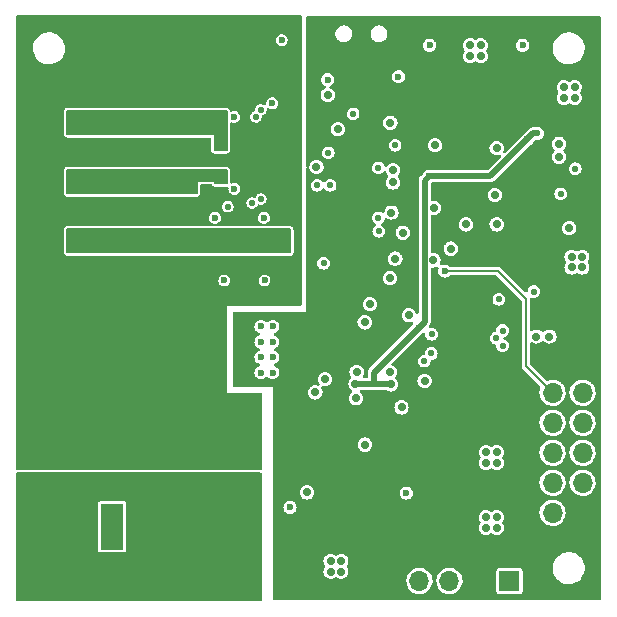
<source format=gbr>
%TF.GenerationSoftware,KiCad,Pcbnew,(6.0.9)*%
%TF.CreationDate,2023-03-20T14:35:20+01:00*%
%TF.ProjectId,BLDC_driver_small,424c4443-5f64-4726-9976-65725f736d61,rev?*%
%TF.SameCoordinates,Original*%
%TF.FileFunction,Copper,L3,Inr*%
%TF.FilePolarity,Positive*%
%FSLAX46Y46*%
G04 Gerber Fmt 4.6, Leading zero omitted, Abs format (unit mm)*
G04 Created by KiCad (PCBNEW (6.0.9)) date 2023-03-20 14:35:20*
%MOMM*%
%LPD*%
G01*
G04 APERTURE LIST*
%TA.AperFunction,ComponentPad*%
%ADD10O,1.700000X1.700000*%
%TD*%
%TA.AperFunction,ComponentPad*%
%ADD11R,1.700000X1.700000*%
%TD*%
%TA.AperFunction,ComponentPad*%
%ADD12O,1.980000X3.960000*%
%TD*%
%TA.AperFunction,ComponentPad*%
%ADD13R,1.980000X3.960000*%
%TD*%
%TA.AperFunction,ComponentPad*%
%ADD14O,3.960000X1.980000*%
%TD*%
%TA.AperFunction,ComponentPad*%
%ADD15R,3.960000X1.980000*%
%TD*%
%TA.AperFunction,ViaPad*%
%ADD16C,0.560000*%
%TD*%
%TA.AperFunction,ViaPad*%
%ADD17C,0.600000*%
%TD*%
%TA.AperFunction,ViaPad*%
%ADD18C,0.700000*%
%TD*%
%TA.AperFunction,Conductor*%
%ADD19C,0.508000*%
%TD*%
%TA.AperFunction,Conductor*%
%ADD20C,0.203200*%
%TD*%
G04 APERTURE END LIST*
D10*
%TO.N,/NRST*%
%TO.C,J3*%
X144635000Y-101565000D03*
%TO.N,GND*%
X147175000Y-101565000D03*
%TO.N,unconnected-(J3-Pad8)*%
X144635000Y-104105000D03*
%TO.N,unconnected-(J3-Pad7)*%
X147175000Y-104105000D03*
%TO.N,unconnected-(J3-Pad6)*%
X144635000Y-106645000D03*
%TO.N,GND*%
X147175000Y-106645000D03*
%TO.N,/SWD_{CLK}*%
X144635000Y-109185000D03*
%TO.N,GND*%
X147175000Y-109185000D03*
%TO.N,/SWD_{IO}*%
X144635000Y-111725000D03*
D11*
%TO.N,+3V3*%
X147175000Y-111725000D03*
%TD*%
D10*
%TO.N,/I2C_{SDA}*%
%TO.C,J4*%
X133370000Y-117500000D03*
%TO.N,/I2C_{SCL}*%
X135910000Y-117500000D03*
%TO.N,+3V3*%
X138450000Y-117500000D03*
D11*
%TO.N,GND*%
X140990000Y-117500000D03*
%TD*%
D12*
%TO.N,GNDREF*%
%TO.C,J1*%
X102365000Y-112900000D03*
D13*
%TO.N,/V_{pwr}*%
X107365000Y-112900000D03*
%TD*%
D14*
%TO.N,/OUT_{W}*%
%TO.C,J2*%
X105510000Y-78695000D03*
%TO.N,/OUT_{V}*%
X105510000Y-83695000D03*
D15*
%TO.N,/OUT_{U}*%
X105510000Y-88695000D03*
%TD*%
D16*
%TO.N,GND*%
X125250000Y-90600000D03*
D17*
X120950000Y-99850000D03*
%TO.N,GNDA*%
X119950000Y-99850000D03*
X119950000Y-98550000D03*
%TO.N,GND*%
X120950000Y-98550000D03*
X120950000Y-97250000D03*
%TO.N,GNDA*%
X119950000Y-97250000D03*
%TO.N,GND*%
X120950000Y-95950000D03*
%TO.N,GNDA*%
X119950000Y-95950000D03*
D18*
%TO.N,+3V3*%
X129800000Y-72950000D03*
X146950000Y-93050000D03*
X123850000Y-104200000D03*
D17*
X128400000Y-111250000D03*
D18*
X144399000Y-94107000D03*
X143050000Y-91100000D03*
X145288000Y-94996000D03*
X125000000Y-105300000D03*
D17*
X122350000Y-106550000D03*
D18*
%TO.N,GND*%
X125375000Y-100400000D03*
D17*
X125600000Y-75050000D03*
D18*
X123850000Y-110000000D03*
X139000000Y-107500000D03*
X125850000Y-115800000D03*
X146250000Y-90950000D03*
X145600000Y-75700000D03*
X139900000Y-107500000D03*
X134550000Y-90350000D03*
X146500000Y-75700000D03*
X128725000Y-95600000D03*
X131850000Y-102800000D03*
X137650000Y-72150000D03*
X124650000Y-82450000D03*
D17*
X132250000Y-110050000D03*
D18*
X138550000Y-73050000D03*
X146500000Y-76600000D03*
X129175000Y-94050000D03*
X139000000Y-106600000D03*
X131325000Y-90200000D03*
X143275000Y-96800000D03*
X128750000Y-105950000D03*
X124550000Y-101525000D03*
D17*
X131572000Y-74803000D03*
D18*
X139900000Y-106600000D03*
X133800000Y-100550000D03*
D17*
X134239000Y-72136000D03*
X122400000Y-111250000D03*
D18*
X126750000Y-115800000D03*
X146250000Y-90050000D03*
X147150000Y-90950000D03*
X125850000Y-116700000D03*
X126450000Y-79250000D03*
X145600000Y-76600000D03*
X137650000Y-73050000D03*
X144375000Y-96800000D03*
X130875000Y-91850000D03*
X126750000Y-116700000D03*
X147150000Y-90050000D03*
D17*
X142113000Y-72136000D03*
D18*
X139900000Y-112100000D03*
X138550000Y-72150000D03*
X139000000Y-113000000D03*
X139000000Y-112100000D03*
X139900000Y-113000000D03*
D17*
%TO.N,+3.3VA*%
X134175000Y-83225000D03*
D18*
X127950000Y-100800000D03*
X130950000Y-100850000D03*
D17*
X143350000Y-79600000D03*
X142500000Y-80100000D03*
X133300000Y-96050000D03*
%TO.N,/NRST*%
X135509000Y-91262200D03*
D16*
%TO.N,/SENSE_{U}+*%
X129900000Y-86750000D03*
D17*
X120200000Y-86750000D03*
D16*
%TO.N,/SENSE_{V}+*%
X129890000Y-82519000D03*
D17*
X116050000Y-86750000D03*
D16*
%TO.N,/SENSE_{W}+*%
X146550000Y-82600000D03*
D17*
X120900000Y-77050000D03*
D16*
%TO.N,/PWM_{U}*%
X124700000Y-84000000D03*
X140400000Y-97575000D03*
X133775000Y-98875000D03*
X117150000Y-85800000D03*
%TO.N,/PWM_{W}*%
X125800000Y-84000000D03*
X119950000Y-85150000D03*
X139875000Y-96925000D03*
X134375000Y-98225000D03*
%TO.N,/PWM_{V}*%
X127750000Y-77950000D03*
X119950000Y-77600000D03*
X134400000Y-96600000D03*
X140400000Y-96300000D03*
%TO.N,/SWD_{IO}*%
X143050000Y-93000000D03*
%TO.N,/I2C_{SDA}*%
X140100000Y-93650000D03*
%TO.N,/OUT_{W}*%
X116850000Y-80850000D03*
X116250000Y-80250000D03*
X116850000Y-80250000D03*
X116250000Y-80850000D03*
%TO.N,/OUT_{V}*%
X116250000Y-83050000D03*
X116850000Y-83050000D03*
X116250000Y-83650000D03*
X116850000Y-83650000D03*
%TO.N,/OUT_{U}*%
X121650000Y-88400000D03*
X121650000Y-89000000D03*
X122250000Y-89000000D03*
X122250000Y-88400000D03*
%TO.N,/ENABLE*%
X119200000Y-85500000D03*
X119523900Y-78200000D03*
X125650000Y-81250000D03*
D17*
%TO.N,/V_{CP}*%
X117700000Y-84300000D03*
X117700000Y-78200000D03*
D18*
%TO.N,GNDPWR*%
X115200000Y-90850000D03*
X118550000Y-90850000D03*
D17*
X120300000Y-81700000D03*
D18*
X106000000Y-93000000D03*
X107550000Y-106300000D03*
D17*
X121100000Y-82500000D03*
D18*
X114850000Y-102600000D03*
X101900000Y-89150000D03*
X102950000Y-97100000D03*
X114700000Y-98350000D03*
X102050000Y-100900000D03*
X116100000Y-72000000D03*
X115600000Y-96600000D03*
X116050000Y-90850000D03*
X109500000Y-86200000D03*
X101000000Y-83250000D03*
X107550000Y-107200000D03*
X114700000Y-96600000D03*
X118200000Y-107200000D03*
X101900000Y-88250000D03*
X120250000Y-90850000D03*
X105100000Y-92100000D03*
X101000000Y-79150000D03*
X118200000Y-106300000D03*
X120900000Y-72950000D03*
D17*
X119500000Y-80900000D03*
D18*
X106650000Y-106300000D03*
X115600000Y-97450000D03*
X115600000Y-99200000D03*
D17*
X121100000Y-81700000D03*
D18*
X101000000Y-89150000D03*
D17*
X120300000Y-80900000D03*
D18*
X119400000Y-90850000D03*
X109500000Y-81200000D03*
X114700000Y-99200000D03*
D17*
X119500000Y-82500000D03*
D18*
X119100000Y-107200000D03*
X108500000Y-72900000D03*
X115200000Y-84325000D03*
X103850000Y-100900000D03*
X117000000Y-72900000D03*
X101900000Y-79150000D03*
X120050000Y-72950000D03*
X107600000Y-72900000D03*
X114325000Y-80400000D03*
X103850000Y-97100000D03*
D17*
X121100000Y-80900000D03*
D18*
X101150000Y-97100000D03*
X101900000Y-83250000D03*
X116100000Y-72900000D03*
X114700000Y-97450000D03*
X116900000Y-90850000D03*
X101900000Y-84150000D03*
X102050000Y-97100000D03*
X119100000Y-106300000D03*
X101000000Y-78250000D03*
X106650000Y-107200000D03*
X105100000Y-93000000D03*
X107600000Y-72000000D03*
X101150000Y-100900000D03*
D17*
X120300000Y-82500000D03*
X119500000Y-81700000D03*
D18*
X102950000Y-100900000D03*
X121750000Y-72950000D03*
X106000000Y-92100000D03*
X101000000Y-84150000D03*
X101900000Y-78250000D03*
X117000000Y-72000000D03*
X115600000Y-98350000D03*
X108500000Y-72000000D03*
X101000000Y-88250000D03*
%TO.N,GNDA*%
X132475000Y-95000000D03*
X134700000Y-80600000D03*
X134600000Y-85900000D03*
X130850000Y-99800000D03*
X131000000Y-86300000D03*
X125600000Y-76350000D03*
X131953000Y-88011000D03*
X139900000Y-87300000D03*
X136017000Y-89357200D03*
X139750000Y-84800000D03*
X128000000Y-102025000D03*
X131125000Y-82700000D03*
X145175000Y-80475000D03*
X130900000Y-78700000D03*
X128050000Y-99800000D03*
X137300000Y-87300000D03*
X146050000Y-87630000D03*
X131125000Y-83750000D03*
X145175000Y-81575000D03*
X139900000Y-80850000D03*
%TO.N,GNDREF*%
X112400000Y-111200000D03*
X104500000Y-117400000D03*
X113700000Y-116500000D03*
X114600000Y-117400000D03*
X105400000Y-116500000D03*
X104500000Y-116500000D03*
X113700000Y-117400000D03*
X105400000Y-117400000D03*
X114600000Y-116500000D03*
D16*
%TO.N,/SENSE_{U}-*%
X129921000Y-87884000D03*
D17*
X120250000Y-92050000D03*
D16*
%TO.N,/SENSE_{V}-*%
X131300000Y-80600000D03*
D17*
X116850000Y-92050000D03*
%TO.N,/SENSE_{W}-*%
X121700000Y-71700000D03*
D16*
X145325000Y-84725000D03*
%TD*%
D19*
%TO.N,+3.3VA*%
X130900000Y-100800000D02*
X130950000Y-100850000D01*
X129500000Y-100800000D02*
X130900000Y-100800000D01*
X139375000Y-83225000D02*
X142500000Y-80100000D01*
X127950000Y-100800000D02*
X129500000Y-100800000D01*
X143000000Y-79600000D02*
X143350000Y-79600000D01*
X142500000Y-80100000D02*
X143000000Y-79600000D01*
X133800000Y-95550000D02*
X133800000Y-83600000D01*
X133800000Y-83600000D02*
X134175000Y-83225000D01*
X129500000Y-99850000D02*
X133300000Y-96050000D01*
X129500000Y-100800000D02*
X129500000Y-99850000D01*
X134175000Y-83225000D02*
X139375000Y-83225000D01*
X133300000Y-96050000D02*
X133800000Y-95550000D01*
D20*
%TO.N,/NRST*%
X142367000Y-99297000D02*
X144635000Y-101565000D01*
X142367000Y-93599000D02*
X142367000Y-99297000D01*
X135509000Y-91262200D02*
X140030200Y-91262200D01*
X140030200Y-91262200D02*
X142367000Y-93599000D01*
%TD*%
%TA.AperFunction,Conductor*%
%TO.N,GNDREF*%
G36*
X119959191Y-108324407D02*
G01*
X119995155Y-108373907D01*
X120000000Y-108404500D01*
X120000000Y-119100500D01*
X119981093Y-119158691D01*
X119931593Y-119194655D01*
X119901000Y-119199500D01*
X99299500Y-119199500D01*
X99241309Y-119180593D01*
X99205345Y-119131093D01*
X99200500Y-119100500D01*
X99200500Y-114899748D01*
X106174500Y-114899748D01*
X106186133Y-114958231D01*
X106230448Y-115024552D01*
X106296769Y-115068867D01*
X106306332Y-115070769D01*
X106306334Y-115070770D01*
X106329005Y-115075279D01*
X106355252Y-115080500D01*
X108374748Y-115080500D01*
X108400995Y-115075279D01*
X108423666Y-115070770D01*
X108423668Y-115070769D01*
X108433231Y-115068867D01*
X108499552Y-115024552D01*
X108543867Y-114958231D01*
X108555500Y-114899748D01*
X108555500Y-110900252D01*
X108543867Y-110841769D01*
X108499552Y-110775448D01*
X108433231Y-110731133D01*
X108423668Y-110729231D01*
X108423666Y-110729230D01*
X108400995Y-110724721D01*
X108374748Y-110719500D01*
X106355252Y-110719500D01*
X106329005Y-110724721D01*
X106306334Y-110729230D01*
X106306332Y-110729231D01*
X106296769Y-110731133D01*
X106230448Y-110775448D01*
X106186133Y-110841769D01*
X106174500Y-110900252D01*
X106174500Y-114899748D01*
X99200500Y-114899748D01*
X99200500Y-108404500D01*
X99219407Y-108346309D01*
X99268907Y-108310345D01*
X99299500Y-108305500D01*
X119901000Y-108305500D01*
X119959191Y-108324407D01*
G37*
%TD.AperFunction*%
%TD*%
%TA.AperFunction,Conductor*%
%TO.N,GNDPWR*%
G36*
X123359191Y-69619407D02*
G01*
X123395155Y-69668907D01*
X123400000Y-69699500D01*
X123400000Y-94101000D01*
X123381093Y-94159191D01*
X123331593Y-94195155D01*
X123301000Y-94200000D01*
X117100000Y-94200000D01*
X117100000Y-101550000D01*
X119901000Y-101550000D01*
X119959191Y-101568907D01*
X119995155Y-101618407D01*
X120000000Y-101649000D01*
X120000000Y-108001000D01*
X119981093Y-108059191D01*
X119931593Y-108095155D01*
X119901000Y-108100000D01*
X99299500Y-108100000D01*
X99241309Y-108081093D01*
X99205345Y-108031593D01*
X99200500Y-108001000D01*
X99200500Y-92043823D01*
X116344391Y-92043823D01*
X116345306Y-92050820D01*
X116345306Y-92050821D01*
X116346814Y-92062354D01*
X116362980Y-92185979D01*
X116365821Y-92192435D01*
X116365821Y-92192436D01*
X116373586Y-92210082D01*
X116420720Y-92317203D01*
X116433792Y-92332754D01*
X116508431Y-92421549D01*
X116508434Y-92421551D01*
X116512970Y-92426948D01*
X116518841Y-92430856D01*
X116518842Y-92430857D01*
X116531143Y-92439045D01*
X116632313Y-92506390D01*
X116732920Y-92537821D01*
X116762425Y-92547039D01*
X116762426Y-92547039D01*
X116769157Y-92549142D01*
X116840828Y-92550456D01*
X116905445Y-92551641D01*
X116905447Y-92551641D01*
X116912499Y-92551770D01*
X116919302Y-92549915D01*
X116919304Y-92549915D01*
X116994503Y-92529413D01*
X117050817Y-92514060D01*
X117172991Y-92439045D01*
X117180403Y-92430857D01*
X117264468Y-92337982D01*
X117269200Y-92332754D01*
X117331710Y-92203733D01*
X117334674Y-92186119D01*
X117354862Y-92066124D01*
X117354862Y-92066120D01*
X117355496Y-92062354D01*
X117355647Y-92050000D01*
X117354762Y-92043823D01*
X119744391Y-92043823D01*
X119745306Y-92050820D01*
X119745306Y-92050821D01*
X119746814Y-92062354D01*
X119762980Y-92185979D01*
X119765821Y-92192435D01*
X119765821Y-92192436D01*
X119773586Y-92210082D01*
X119820720Y-92317203D01*
X119833792Y-92332754D01*
X119908431Y-92421549D01*
X119908434Y-92421551D01*
X119912970Y-92426948D01*
X119918841Y-92430856D01*
X119918842Y-92430857D01*
X119931143Y-92439045D01*
X120032313Y-92506390D01*
X120132920Y-92537821D01*
X120162425Y-92547039D01*
X120162426Y-92547039D01*
X120169157Y-92549142D01*
X120240828Y-92550456D01*
X120305445Y-92551641D01*
X120305447Y-92551641D01*
X120312499Y-92551770D01*
X120319302Y-92549915D01*
X120319304Y-92549915D01*
X120394503Y-92529413D01*
X120450817Y-92514060D01*
X120572991Y-92439045D01*
X120580403Y-92430857D01*
X120664468Y-92337982D01*
X120669200Y-92332754D01*
X120731710Y-92203733D01*
X120734674Y-92186119D01*
X120754862Y-92066124D01*
X120754862Y-92066120D01*
X120755496Y-92062354D01*
X120755647Y-92050000D01*
X120735323Y-91908082D01*
X120675984Y-91777572D01*
X120582400Y-91668963D01*
X120462095Y-91590985D01*
X120324739Y-91549907D01*
X120241497Y-91549398D01*
X120188427Y-91549074D01*
X120188426Y-91549074D01*
X120181376Y-91549031D01*
X120174599Y-91550968D01*
X120174598Y-91550968D01*
X120050309Y-91586490D01*
X120050307Y-91586491D01*
X120043529Y-91588428D01*
X119922280Y-91664930D01*
X119917613Y-91670214D01*
X119917611Y-91670216D01*
X119832044Y-91767103D01*
X119832042Y-91767105D01*
X119827377Y-91772388D01*
X119766447Y-91902163D01*
X119765362Y-91909132D01*
X119765361Y-91909135D01*
X119750680Y-92003430D01*
X119744391Y-92043823D01*
X117354762Y-92043823D01*
X117335323Y-91908082D01*
X117275984Y-91777572D01*
X117182400Y-91668963D01*
X117062095Y-91590985D01*
X116924739Y-91549907D01*
X116841497Y-91549398D01*
X116788427Y-91549074D01*
X116788426Y-91549074D01*
X116781376Y-91549031D01*
X116774599Y-91550968D01*
X116774598Y-91550968D01*
X116650309Y-91586490D01*
X116650307Y-91586491D01*
X116643529Y-91588428D01*
X116522280Y-91664930D01*
X116517613Y-91670214D01*
X116517611Y-91670216D01*
X116432044Y-91767103D01*
X116432042Y-91767105D01*
X116427377Y-91772388D01*
X116366447Y-91902163D01*
X116365362Y-91909132D01*
X116365361Y-91909135D01*
X116350680Y-92003430D01*
X116344391Y-92043823D01*
X99200500Y-92043823D01*
X99200500Y-89651000D01*
X103244500Y-89651000D01*
X103247030Y-89683144D01*
X103251875Y-89713737D01*
X103254107Y-89719126D01*
X103254108Y-89719129D01*
X103279470Y-89780360D01*
X103288592Y-89802383D01*
X103324556Y-89851883D01*
X103348797Y-89879628D01*
X103427307Y-89926536D01*
X103485498Y-89945443D01*
X103489342Y-89946052D01*
X103489347Y-89946053D01*
X103545152Y-89954891D01*
X103545157Y-89954891D01*
X103549000Y-89955500D01*
X122401000Y-89955500D01*
X122433144Y-89952970D01*
X122463737Y-89948125D01*
X122469126Y-89945893D01*
X122469129Y-89945892D01*
X122546990Y-89913642D01*
X122546992Y-89913641D01*
X122552383Y-89911408D01*
X122601883Y-89875444D01*
X122629628Y-89851203D01*
X122676536Y-89772693D01*
X122684351Y-89748642D01*
X122694240Y-89718205D01*
X122694240Y-89718203D01*
X122695443Y-89714502D01*
X122696478Y-89707970D01*
X122704891Y-89654848D01*
X122704891Y-89654843D01*
X122705500Y-89651000D01*
X122705500Y-89181529D01*
X122709990Y-89152690D01*
X122712461Y-89147590D01*
X122735296Y-89011860D01*
X122735441Y-89000000D01*
X122715929Y-88863753D01*
X122713011Y-88857335D01*
X122711030Y-88850561D01*
X122712186Y-88850223D01*
X122705500Y-88819365D01*
X122705500Y-88581529D01*
X122709990Y-88552690D01*
X122712461Y-88547590D01*
X122735296Y-88411860D01*
X122735441Y-88400000D01*
X122715929Y-88263753D01*
X122713011Y-88257335D01*
X122711030Y-88250561D01*
X122712186Y-88250223D01*
X122705500Y-88219365D01*
X122705500Y-87749000D01*
X122702970Y-87716856D01*
X122698125Y-87686263D01*
X122677356Y-87636119D01*
X122663642Y-87603010D01*
X122663641Y-87603008D01*
X122661408Y-87597617D01*
X122625444Y-87548117D01*
X122601203Y-87520372D01*
X122522693Y-87473464D01*
X122468981Y-87456012D01*
X122468205Y-87455760D01*
X122468203Y-87455760D01*
X122464502Y-87454557D01*
X122460658Y-87453948D01*
X122460653Y-87453947D01*
X122404848Y-87445109D01*
X122404843Y-87445109D01*
X122401000Y-87444500D01*
X120295083Y-87444500D01*
X120236892Y-87425593D01*
X120200928Y-87376093D01*
X120200928Y-87314907D01*
X120236892Y-87265407D01*
X120269043Y-87249986D01*
X120293342Y-87243361D01*
X120400817Y-87214060D01*
X120522991Y-87139045D01*
X120530403Y-87130857D01*
X120614468Y-87037982D01*
X120619200Y-87032754D01*
X120681710Y-86903733D01*
X120684242Y-86888688D01*
X120704862Y-86766124D01*
X120704862Y-86766120D01*
X120705496Y-86762354D01*
X120705647Y-86750000D01*
X120685323Y-86608082D01*
X120653318Y-86537690D01*
X120628905Y-86483996D01*
X120628904Y-86483995D01*
X120625984Y-86477572D01*
X120532400Y-86368963D01*
X120412095Y-86290985D01*
X120274739Y-86249907D01*
X120191497Y-86249398D01*
X120138427Y-86249074D01*
X120138426Y-86249074D01*
X120131376Y-86249031D01*
X120124599Y-86250968D01*
X120124598Y-86250968D01*
X120000309Y-86286490D01*
X120000307Y-86286491D01*
X119993529Y-86288428D01*
X119872280Y-86364930D01*
X119867613Y-86370214D01*
X119867611Y-86370216D01*
X119782044Y-86467103D01*
X119782042Y-86467105D01*
X119777377Y-86472388D01*
X119774381Y-86478770D01*
X119774380Y-86478771D01*
X119759006Y-86511517D01*
X119716447Y-86602163D01*
X119715362Y-86609132D01*
X119715361Y-86609135D01*
X119714446Y-86615014D01*
X119694391Y-86743823D01*
X119695306Y-86750820D01*
X119695306Y-86750821D01*
X119696814Y-86762354D01*
X119712980Y-86885979D01*
X119715821Y-86892435D01*
X119715821Y-86892436D01*
X119765027Y-87004264D01*
X119770720Y-87017203D01*
X119783792Y-87032754D01*
X119858431Y-87121549D01*
X119858434Y-87121551D01*
X119862970Y-87126948D01*
X119868841Y-87130856D01*
X119868842Y-87130857D01*
X119881143Y-87139045D01*
X119982313Y-87206390D01*
X120082920Y-87237821D01*
X120112425Y-87247039D01*
X120112426Y-87247039D01*
X120119157Y-87249142D01*
X120119640Y-87249151D01*
X120171379Y-87275740D01*
X120198967Y-87330352D01*
X120189186Y-87390751D01*
X120145772Y-87433865D01*
X120101133Y-87444500D01*
X116145083Y-87444500D01*
X116086892Y-87425593D01*
X116050928Y-87376093D01*
X116050928Y-87314907D01*
X116086892Y-87265407D01*
X116119043Y-87249986D01*
X116143342Y-87243361D01*
X116250817Y-87214060D01*
X116372991Y-87139045D01*
X116380403Y-87130857D01*
X116464468Y-87037982D01*
X116469200Y-87032754D01*
X116531710Y-86903733D01*
X116534242Y-86888688D01*
X116554862Y-86766124D01*
X116554862Y-86766120D01*
X116555496Y-86762354D01*
X116555647Y-86750000D01*
X116535323Y-86608082D01*
X116503318Y-86537690D01*
X116478905Y-86483996D01*
X116478904Y-86483995D01*
X116475984Y-86477572D01*
X116382400Y-86368963D01*
X116262095Y-86290985D01*
X116124739Y-86249907D01*
X116041497Y-86249398D01*
X115988427Y-86249074D01*
X115988426Y-86249074D01*
X115981376Y-86249031D01*
X115974599Y-86250968D01*
X115974598Y-86250968D01*
X115850309Y-86286490D01*
X115850307Y-86286491D01*
X115843529Y-86288428D01*
X115722280Y-86364930D01*
X115717613Y-86370214D01*
X115717611Y-86370216D01*
X115632044Y-86467103D01*
X115632042Y-86467105D01*
X115627377Y-86472388D01*
X115624381Y-86478770D01*
X115624380Y-86478771D01*
X115609006Y-86511517D01*
X115566447Y-86602163D01*
X115565362Y-86609132D01*
X115565361Y-86609135D01*
X115564446Y-86615014D01*
X115544391Y-86743823D01*
X115545306Y-86750820D01*
X115545306Y-86750821D01*
X115546814Y-86762354D01*
X115562980Y-86885979D01*
X115565821Y-86892435D01*
X115565821Y-86892436D01*
X115615027Y-87004264D01*
X115620720Y-87017203D01*
X115633792Y-87032754D01*
X115708431Y-87121549D01*
X115708434Y-87121551D01*
X115712970Y-87126948D01*
X115718841Y-87130856D01*
X115718842Y-87130857D01*
X115731143Y-87139045D01*
X115832313Y-87206390D01*
X115932920Y-87237821D01*
X115962425Y-87247039D01*
X115962426Y-87247039D01*
X115969157Y-87249142D01*
X115969640Y-87249151D01*
X116021379Y-87275740D01*
X116048967Y-87330352D01*
X116039186Y-87390751D01*
X115995772Y-87433865D01*
X115951133Y-87444500D01*
X103549000Y-87444500D01*
X103516856Y-87447030D01*
X103486263Y-87451875D01*
X103480874Y-87454107D01*
X103480871Y-87454108D01*
X103403010Y-87486358D01*
X103403008Y-87486359D01*
X103397617Y-87488592D01*
X103348117Y-87524556D01*
X103320372Y-87548797D01*
X103273464Y-87627307D01*
X103271748Y-87632590D01*
X103271747Y-87632591D01*
X103256060Y-87680871D01*
X103254557Y-87685498D01*
X103253948Y-87689342D01*
X103253947Y-87689347D01*
X103245109Y-87745152D01*
X103244500Y-87749000D01*
X103244500Y-89651000D01*
X99200500Y-89651000D01*
X99200500Y-85794069D01*
X116664595Y-85794069D01*
X116682441Y-85930545D01*
X116685282Y-85937001D01*
X116685282Y-85937002D01*
X116702923Y-85977093D01*
X116737874Y-86056526D01*
X116742411Y-86061923D01*
X116742412Y-86061925D01*
X116750423Y-86071455D01*
X116826438Y-86161885D01*
X116832309Y-86165793D01*
X116832310Y-86165794D01*
X116843884Y-86173498D01*
X116941012Y-86238152D01*
X116947739Y-86240254D01*
X116947742Y-86240255D01*
X117065655Y-86277093D01*
X117065656Y-86277093D01*
X117072387Y-86279196D01*
X117141194Y-86280457D01*
X117202947Y-86281590D01*
X117202949Y-86281590D01*
X117210001Y-86281719D01*
X117216804Y-86279864D01*
X117216806Y-86279864D01*
X117326686Y-86249907D01*
X117342792Y-86245516D01*
X117460084Y-86173498D01*
X117470596Y-86161885D01*
X117547717Y-86076683D01*
X117547717Y-86076682D01*
X117552449Y-86071455D01*
X117612461Y-85947590D01*
X117613631Y-85940637D01*
X117613632Y-85940633D01*
X117634662Y-85815630D01*
X117634662Y-85815627D01*
X117635296Y-85811860D01*
X117635441Y-85800000D01*
X117615929Y-85663753D01*
X117558961Y-85538459D01*
X117520712Y-85494069D01*
X118714595Y-85494069D01*
X118715510Y-85501066D01*
X118715510Y-85501067D01*
X118727991Y-85596513D01*
X118732441Y-85630545D01*
X118735282Y-85637001D01*
X118735282Y-85637002D01*
X118774448Y-85726012D01*
X118787874Y-85756526D01*
X118792411Y-85761923D01*
X118792412Y-85761925D01*
X118800423Y-85771455D01*
X118876438Y-85861885D01*
X118882309Y-85865793D01*
X118882310Y-85865794D01*
X118893884Y-85873498D01*
X118991012Y-85938152D01*
X118997739Y-85940254D01*
X118997742Y-85940255D01*
X119115655Y-85977093D01*
X119115656Y-85977093D01*
X119122387Y-85979196D01*
X119191194Y-85980457D01*
X119252947Y-85981590D01*
X119252949Y-85981590D01*
X119260001Y-85981719D01*
X119266804Y-85979864D01*
X119266806Y-85979864D01*
X119361897Y-85953939D01*
X119392792Y-85945516D01*
X119510084Y-85873498D01*
X119520596Y-85861885D01*
X119597717Y-85776683D01*
X119597717Y-85776682D01*
X119602449Y-85771455D01*
X119659383Y-85653943D01*
X119660606Y-85651419D01*
X119702994Y-85607295D01*
X119763221Y-85596513D01*
X119779214Y-85600087D01*
X119872387Y-85629196D01*
X119941194Y-85630457D01*
X120002947Y-85631590D01*
X120002949Y-85631590D01*
X120010001Y-85631719D01*
X120016804Y-85629864D01*
X120016806Y-85629864D01*
X120126018Y-85600089D01*
X120142792Y-85595516D01*
X120260084Y-85523498D01*
X120287643Y-85493051D01*
X120347717Y-85426683D01*
X120347717Y-85426682D01*
X120352449Y-85421455D01*
X120412461Y-85297590D01*
X120413631Y-85290637D01*
X120413632Y-85290633D01*
X120434662Y-85165630D01*
X120434662Y-85165627D01*
X120435296Y-85161860D01*
X120435441Y-85150000D01*
X120415929Y-85013753D01*
X120358961Y-84888459D01*
X120284266Y-84801770D01*
X120273722Y-84789533D01*
X120273721Y-84789532D01*
X120269117Y-84784189D01*
X120263200Y-84780354D01*
X120263198Y-84780352D01*
X120159541Y-84713166D01*
X120159539Y-84713165D01*
X120153619Y-84709328D01*
X120021753Y-84669891D01*
X119941888Y-84669403D01*
X119891169Y-84669093D01*
X119891168Y-84669093D01*
X119884118Y-84669050D01*
X119877341Y-84670987D01*
X119877340Y-84670987D01*
X119758560Y-84704935D01*
X119758559Y-84704936D01*
X119751780Y-84706873D01*
X119745818Y-84710635D01*
X119745815Y-84710636D01*
X119647461Y-84772693D01*
X119635376Y-84780318D01*
X119601229Y-84818982D01*
X119548932Y-84878197D01*
X119548930Y-84878199D01*
X119544265Y-84883482D01*
X119501772Y-84973988D01*
X119490806Y-84997345D01*
X119448961Y-85041983D01*
X119388869Y-85053500D01*
X119372831Y-85050120D01*
X119271753Y-85019891D01*
X119191888Y-85019403D01*
X119141169Y-85019093D01*
X119141168Y-85019093D01*
X119134118Y-85019050D01*
X119127341Y-85020987D01*
X119127340Y-85020987D01*
X119008560Y-85054935D01*
X119008559Y-85054936D01*
X119001780Y-85056873D01*
X118995818Y-85060635D01*
X118995815Y-85060636D01*
X118891340Y-85126555D01*
X118885376Y-85130318D01*
X118880707Y-85135605D01*
X118798932Y-85228197D01*
X118798930Y-85228199D01*
X118794265Y-85233482D01*
X118735770Y-85358071D01*
X118714595Y-85494069D01*
X117520712Y-85494069D01*
X117469117Y-85434189D01*
X117463200Y-85430354D01*
X117463198Y-85430352D01*
X117359541Y-85363166D01*
X117359539Y-85363165D01*
X117353619Y-85359328D01*
X117221753Y-85319891D01*
X117141888Y-85319403D01*
X117091169Y-85319093D01*
X117091168Y-85319093D01*
X117084118Y-85319050D01*
X117077341Y-85320987D01*
X117077340Y-85320987D01*
X116958560Y-85354935D01*
X116958559Y-85354936D01*
X116951780Y-85356873D01*
X116945818Y-85360635D01*
X116945815Y-85360636D01*
X116938536Y-85365229D01*
X116835376Y-85430318D01*
X116830707Y-85435605D01*
X116748932Y-85528197D01*
X116748930Y-85528199D01*
X116744265Y-85533482D01*
X116741269Y-85539864D01*
X116741268Y-85539865D01*
X116729993Y-85563881D01*
X116685770Y-85658071D01*
X116684685Y-85665042D01*
X116684684Y-85665044D01*
X116671825Y-85747631D01*
X116664595Y-85794069D01*
X99200500Y-85794069D01*
X99200500Y-84651000D01*
X103244500Y-84651000D01*
X103247030Y-84683144D01*
X103251875Y-84713737D01*
X103254107Y-84719126D01*
X103254108Y-84719129D01*
X103286276Y-84796791D01*
X103288592Y-84802383D01*
X103324556Y-84851883D01*
X103348797Y-84879628D01*
X103427307Y-84926536D01*
X103485498Y-84945443D01*
X103489342Y-84946052D01*
X103489347Y-84946053D01*
X103545152Y-84954891D01*
X103545157Y-84954891D01*
X103549000Y-84955500D01*
X114501000Y-84955500D01*
X114533144Y-84952970D01*
X114563737Y-84948125D01*
X114569126Y-84945893D01*
X114569129Y-84945892D01*
X114646990Y-84913642D01*
X114646992Y-84913641D01*
X114652383Y-84911408D01*
X114701883Y-84875444D01*
X114729628Y-84851203D01*
X114776536Y-84772693D01*
X114795443Y-84714502D01*
X114796056Y-84710636D01*
X114804891Y-84654848D01*
X114804891Y-84654843D01*
X114805500Y-84651000D01*
X114805500Y-84004500D01*
X114824407Y-83946309D01*
X114873907Y-83910345D01*
X114904500Y-83905500D01*
X115705098Y-83905500D01*
X115763289Y-83924407D01*
X115788322Y-83952579D01*
X115788592Y-83952383D01*
X115824556Y-84001883D01*
X115848797Y-84029628D01*
X115927307Y-84076536D01*
X115932590Y-84078252D01*
X115932591Y-84078253D01*
X115956801Y-84086119D01*
X115985498Y-84095443D01*
X115989342Y-84096052D01*
X115989347Y-84096053D01*
X116045152Y-84104891D01*
X116045157Y-84104891D01*
X116049000Y-84105500D01*
X116081435Y-84105500D01*
X116110957Y-84110004D01*
X116165655Y-84127093D01*
X116165656Y-84127093D01*
X116172387Y-84129196D01*
X116241194Y-84130458D01*
X116302947Y-84131590D01*
X116302949Y-84131590D01*
X116310001Y-84131719D01*
X116316804Y-84129864D01*
X116316806Y-84129864D01*
X116393385Y-84108986D01*
X116419425Y-84105500D01*
X116681435Y-84105500D01*
X116710957Y-84110004D01*
X116765655Y-84127093D01*
X116765656Y-84127093D01*
X116772387Y-84129196D01*
X116841194Y-84130458D01*
X116902947Y-84131590D01*
X116902949Y-84131590D01*
X116910001Y-84131719D01*
X116916804Y-84129864D01*
X116916806Y-84129864D01*
X116993385Y-84108986D01*
X117019425Y-84105500D01*
X117051000Y-84105500D01*
X117083144Y-84102970D01*
X117093462Y-84101336D01*
X117153894Y-84110911D01*
X117197156Y-84154178D01*
X117206765Y-84214348D01*
X117194391Y-84293823D01*
X117195306Y-84300820D01*
X117195306Y-84300821D01*
X117196814Y-84312354D01*
X117212980Y-84435979D01*
X117215821Y-84442435D01*
X117215821Y-84442436D01*
X117253852Y-84528867D01*
X117270720Y-84567203D01*
X117283792Y-84582754D01*
X117358431Y-84671549D01*
X117358434Y-84671551D01*
X117362970Y-84676948D01*
X117368841Y-84680856D01*
X117368842Y-84680857D01*
X117375170Y-84685069D01*
X117482313Y-84756390D01*
X117571294Y-84784189D01*
X117612425Y-84797039D01*
X117612426Y-84797039D01*
X117619157Y-84799142D01*
X117690828Y-84800456D01*
X117755445Y-84801641D01*
X117755447Y-84801641D01*
X117762499Y-84801770D01*
X117769302Y-84799915D01*
X117769304Y-84799915D01*
X117854986Y-84776555D01*
X117900817Y-84764060D01*
X118022991Y-84689045D01*
X118030403Y-84680857D01*
X118114468Y-84587982D01*
X118119200Y-84582754D01*
X118181710Y-84453733D01*
X118185875Y-84428982D01*
X118204862Y-84316124D01*
X118204862Y-84316120D01*
X118205496Y-84312354D01*
X118205647Y-84300000D01*
X118185323Y-84158082D01*
X118149027Y-84078253D01*
X118128905Y-84033996D01*
X118128904Y-84033995D01*
X118125984Y-84027572D01*
X118055963Y-83946309D01*
X118037005Y-83924307D01*
X118037004Y-83924306D01*
X118032400Y-83918963D01*
X117912095Y-83840985D01*
X117774739Y-83799907D01*
X117691497Y-83799398D01*
X117638427Y-83799074D01*
X117638426Y-83799074D01*
X117631376Y-83799031D01*
X117624599Y-83800968D01*
X117624598Y-83800968D01*
X117500309Y-83836490D01*
X117500307Y-83836491D01*
X117493529Y-83838428D01*
X117492346Y-83839174D01*
X117434085Y-83845400D01*
X117381044Y-83814900D01*
X117356060Y-83759047D01*
X117355500Y-83748528D01*
X117355500Y-82749000D01*
X117352970Y-82716856D01*
X117348125Y-82686263D01*
X117336290Y-82657688D01*
X117313642Y-82603010D01*
X117313641Y-82603008D01*
X117311408Y-82597617D01*
X117275444Y-82548117D01*
X117258154Y-82528328D01*
X117256332Y-82526242D01*
X117256331Y-82526241D01*
X117251203Y-82520372D01*
X117172693Y-82473464D01*
X117135293Y-82461312D01*
X117118205Y-82455760D01*
X117118203Y-82455760D01*
X117114502Y-82454557D01*
X117110658Y-82453948D01*
X117110653Y-82453947D01*
X117054848Y-82445109D01*
X117054843Y-82445109D01*
X117051000Y-82444500D01*
X103549000Y-82444500D01*
X103516856Y-82447030D01*
X103486263Y-82451875D01*
X103480874Y-82454107D01*
X103480871Y-82454108D01*
X103403010Y-82486358D01*
X103403008Y-82486359D01*
X103397617Y-82488592D01*
X103348117Y-82524556D01*
X103320372Y-82548797D01*
X103273464Y-82627307D01*
X103271748Y-82632590D01*
X103271747Y-82632591D01*
X103257528Y-82676354D01*
X103254557Y-82685498D01*
X103253948Y-82689342D01*
X103253947Y-82689347D01*
X103246133Y-82738688D01*
X103244500Y-82749000D01*
X103244500Y-84651000D01*
X99200500Y-84651000D01*
X99200500Y-77749067D01*
X103244519Y-77749067D01*
X103244879Y-79651064D01*
X103247412Y-79683189D01*
X103252257Y-79713763D01*
X103288971Y-79802389D01*
X103324935Y-79851889D01*
X103349176Y-79879634D01*
X103427686Y-79926542D01*
X103485877Y-79945449D01*
X103489721Y-79946058D01*
X103489726Y-79946059D01*
X103545531Y-79954897D01*
X103545536Y-79954897D01*
X103549379Y-79955506D01*
X104010785Y-79955506D01*
X115645808Y-79955500D01*
X115703999Y-79974407D01*
X115739963Y-80023907D01*
X115744808Y-80054528D01*
X115744529Y-81000885D01*
X115747054Y-81033063D01*
X115751899Y-81063683D01*
X115788618Y-81152352D01*
X115824580Y-81201852D01*
X115848819Y-81229597D01*
X115855506Y-81233593D01*
X115855509Y-81233595D01*
X115896309Y-81257973D01*
X115927328Y-81276507D01*
X115985519Y-81295416D01*
X116049022Y-81305475D01*
X116058744Y-81305475D01*
X116081360Y-81305476D01*
X116110879Y-81309980D01*
X116165655Y-81327093D01*
X116165656Y-81327093D01*
X116172387Y-81329196D01*
X116241194Y-81330458D01*
X116302947Y-81331590D01*
X116302949Y-81331590D01*
X116310001Y-81331719D01*
X116393449Y-81308968D01*
X116419486Y-81305483D01*
X116541908Y-81305486D01*
X116681404Y-81305490D01*
X116710923Y-81309994D01*
X116765655Y-81327093D01*
X116765656Y-81327093D01*
X116772387Y-81329196D01*
X116841194Y-81330458D01*
X116902947Y-81331590D01*
X116902949Y-81331590D01*
X116910001Y-81331719D01*
X116993398Y-81308982D01*
X117019435Y-81305497D01*
X117045247Y-81305498D01*
X117050994Y-81305498D01*
X117052938Y-81305345D01*
X117052940Y-81305345D01*
X117081188Y-81303123D01*
X117081195Y-81303122D01*
X117083142Y-81302969D01*
X117085073Y-81302663D01*
X117085083Y-81302662D01*
X117096366Y-81300875D01*
X117113736Y-81298124D01*
X117120274Y-81295416D01*
X117196985Y-81263642D01*
X117196986Y-81263642D01*
X117202383Y-81261406D01*
X117251883Y-81225442D01*
X117279628Y-81201201D01*
X117326536Y-81122691D01*
X117345443Y-81064500D01*
X117349670Y-81037815D01*
X117354891Y-81004846D01*
X117354891Y-81004841D01*
X117355500Y-81000998D01*
X117355500Y-78751420D01*
X117374407Y-78693229D01*
X117423907Y-78657265D01*
X117484022Y-78656924D01*
X117612425Y-78697039D01*
X117612426Y-78697039D01*
X117619157Y-78699142D01*
X117690828Y-78700456D01*
X117755445Y-78701641D01*
X117755447Y-78701641D01*
X117762499Y-78701770D01*
X117769302Y-78699915D01*
X117769304Y-78699915D01*
X117853013Y-78677093D01*
X117900817Y-78664060D01*
X118022991Y-78589045D01*
X118119200Y-78482754D01*
X118181710Y-78353733D01*
X118185612Y-78330545D01*
X118204862Y-78216124D01*
X118204862Y-78216120D01*
X118205496Y-78212354D01*
X118205647Y-78200000D01*
X118204798Y-78194069D01*
X119038495Y-78194069D01*
X119056341Y-78330545D01*
X119059182Y-78337001D01*
X119059182Y-78337002D01*
X119069338Y-78360082D01*
X119111774Y-78456526D01*
X119116311Y-78461923D01*
X119116312Y-78461925D01*
X119167370Y-78522665D01*
X119200338Y-78561885D01*
X119206209Y-78565793D01*
X119206210Y-78565794D01*
X119217784Y-78573498D01*
X119314912Y-78638152D01*
X119321639Y-78640254D01*
X119321642Y-78640255D01*
X119439555Y-78677093D01*
X119439556Y-78677093D01*
X119446287Y-78679196D01*
X119515094Y-78680458D01*
X119576847Y-78681590D01*
X119576849Y-78681590D01*
X119583901Y-78681719D01*
X119590704Y-78679864D01*
X119590706Y-78679864D01*
X119674848Y-78656924D01*
X119716692Y-78645516D01*
X119833984Y-78573498D01*
X119844496Y-78561885D01*
X119921617Y-78476683D01*
X119921617Y-78476682D01*
X119926349Y-78471455D01*
X119986361Y-78347590D01*
X119987531Y-78340637D01*
X119987532Y-78340633D01*
X120008562Y-78215630D01*
X120008562Y-78215627D01*
X120009196Y-78211860D01*
X120009341Y-78200000D01*
X120005458Y-78172887D01*
X120015925Y-78112605D01*
X120059826Y-78069986D01*
X120077418Y-78063339D01*
X120120256Y-78051660D01*
X120142792Y-78045516D01*
X120260084Y-77973498D01*
X120264819Y-77968267D01*
X120347717Y-77876683D01*
X120347717Y-77876682D01*
X120352449Y-77871455D01*
X120412461Y-77747590D01*
X120413631Y-77740637D01*
X120413632Y-77740633D01*
X120434662Y-77615630D01*
X120434662Y-77615627D01*
X120435296Y-77611860D01*
X120435441Y-77600000D01*
X120425983Y-77533958D01*
X120436450Y-77473676D01*
X120480351Y-77431057D01*
X120540919Y-77422383D01*
X120578841Y-77437513D01*
X120604446Y-77454557D01*
X120682313Y-77506390D01*
X120770558Y-77533959D01*
X120812425Y-77547039D01*
X120812426Y-77547039D01*
X120819157Y-77549142D01*
X120890828Y-77550456D01*
X120955445Y-77551641D01*
X120955447Y-77551641D01*
X120962499Y-77551770D01*
X120969302Y-77549915D01*
X120969304Y-77549915D01*
X121077665Y-77520372D01*
X121100817Y-77514060D01*
X121222991Y-77439045D01*
X121312764Y-77339865D01*
X121314468Y-77337982D01*
X121319200Y-77332754D01*
X121381710Y-77203733D01*
X121384317Y-77188241D01*
X121404862Y-77066124D01*
X121404862Y-77066120D01*
X121405496Y-77062354D01*
X121405647Y-77050000D01*
X121385323Y-76908082D01*
X121325984Y-76777572D01*
X121232400Y-76668963D01*
X121112095Y-76590985D01*
X120974739Y-76549907D01*
X120891497Y-76549398D01*
X120838427Y-76549074D01*
X120838426Y-76549074D01*
X120831376Y-76549031D01*
X120824599Y-76550968D01*
X120824598Y-76550968D01*
X120700309Y-76586490D01*
X120700307Y-76586491D01*
X120693529Y-76588428D01*
X120572280Y-76664930D01*
X120567613Y-76670214D01*
X120567611Y-76670216D01*
X120482044Y-76767103D01*
X120482042Y-76767105D01*
X120477377Y-76772388D01*
X120474381Y-76778770D01*
X120474380Y-76778771D01*
X120454847Y-76820374D01*
X120416447Y-76902163D01*
X120394391Y-77043823D01*
X120395306Y-77050820D01*
X120395306Y-77050821D01*
X120405410Y-77128090D01*
X120394208Y-77188241D01*
X120349788Y-77230319D01*
X120289120Y-77238252D01*
X120253400Y-77224002D01*
X120159541Y-77163166D01*
X120159539Y-77163165D01*
X120153619Y-77159328D01*
X120021753Y-77119891D01*
X119941888Y-77119403D01*
X119891169Y-77119093D01*
X119891168Y-77119093D01*
X119884118Y-77119050D01*
X119877341Y-77120987D01*
X119877340Y-77120987D01*
X119758560Y-77154935D01*
X119758559Y-77154936D01*
X119751780Y-77156873D01*
X119745818Y-77160635D01*
X119745815Y-77160636D01*
X119677511Y-77203733D01*
X119635376Y-77230318D01*
X119630707Y-77235605D01*
X119548932Y-77328197D01*
X119548930Y-77328199D01*
X119544265Y-77333482D01*
X119485770Y-77458071D01*
X119484685Y-77465042D01*
X119484684Y-77465044D01*
X119478855Y-77502482D01*
X119464595Y-77594069D01*
X119468950Y-77627369D01*
X119469052Y-77628151D01*
X119457850Y-77688302D01*
X119413431Y-77730381D01*
X119398093Y-77736177D01*
X119332460Y-77754935D01*
X119332459Y-77754936D01*
X119325680Y-77756873D01*
X119319718Y-77760635D01*
X119319715Y-77760636D01*
X119233354Y-77815126D01*
X119209276Y-77830318D01*
X119204607Y-77835605D01*
X119122832Y-77928197D01*
X119122830Y-77928199D01*
X119118165Y-77933482D01*
X119059670Y-78058071D01*
X119038495Y-78194069D01*
X118204798Y-78194069D01*
X118185323Y-78058082D01*
X118125984Y-77927572D01*
X118046740Y-77835605D01*
X118037005Y-77824307D01*
X118037004Y-77824306D01*
X118032400Y-77818963D01*
X117912095Y-77740985D01*
X117774739Y-77699907D01*
X117691497Y-77699398D01*
X117638427Y-77699074D01*
X117638426Y-77699074D01*
X117631376Y-77699031D01*
X117624599Y-77700968D01*
X117624598Y-77700968D01*
X117500309Y-77736490D01*
X117500307Y-77736491D01*
X117493529Y-77738428D01*
X117487566Y-77742190D01*
X117481721Y-77744805D01*
X117420882Y-77751306D01*
X117367841Y-77720806D01*
X117348638Y-77686051D01*
X117348125Y-77686263D01*
X117346239Y-77681710D01*
X117323731Y-77627369D01*
X117313642Y-77603010D01*
X117313641Y-77603008D01*
X117311408Y-77597617D01*
X117275444Y-77548117D01*
X117251203Y-77520372D01*
X117172693Y-77473464D01*
X117146779Y-77465044D01*
X117118205Y-77455760D01*
X117118203Y-77455760D01*
X117114502Y-77454557D01*
X117110658Y-77453948D01*
X117110653Y-77453947D01*
X117054848Y-77445109D01*
X117054843Y-77445109D01*
X117051000Y-77444500D01*
X117047106Y-77444500D01*
X108037332Y-77444506D01*
X103549019Y-77444509D01*
X103516854Y-77447042D01*
X103503252Y-77449198D01*
X103492009Y-77450979D01*
X103492007Y-77450980D01*
X103486243Y-77451893D01*
X103476911Y-77455760D01*
X103402980Y-77486395D01*
X103402978Y-77486396D01*
X103397587Y-77488630D01*
X103348094Y-77524603D01*
X103320353Y-77548849D01*
X103273460Y-77627369D01*
X103254564Y-77685564D01*
X103253956Y-77689406D01*
X103253956Y-77689407D01*
X103247475Y-77730381D01*
X103244519Y-77749067D01*
X99200500Y-77749067D01*
X99200500Y-72335964D01*
X100642112Y-72335964D01*
X100642269Y-72340149D01*
X100642269Y-72340152D01*
X100643214Y-72365322D01*
X100650736Y-72565669D01*
X100697939Y-72790637D01*
X100782372Y-73004436D01*
X100784542Y-73008012D01*
X100784544Y-73008016D01*
X100810021Y-73050000D01*
X100901621Y-73200952D01*
X101052276Y-73374566D01*
X101055519Y-73377225D01*
X101055521Y-73377227D01*
X101158637Y-73461777D01*
X101230029Y-73520315D01*
X101429798Y-73634030D01*
X101645871Y-73712461D01*
X101695293Y-73721398D01*
X101868865Y-73752785D01*
X101868871Y-73752786D01*
X101872069Y-73753364D01*
X101891041Y-73754259D01*
X101895011Y-73754446D01*
X101895015Y-73754446D01*
X101896158Y-73754500D01*
X102057712Y-73754500D01*
X102059795Y-73754323D01*
X102059801Y-73754323D01*
X102224873Y-73740316D01*
X102224874Y-73740316D01*
X102229044Y-73739962D01*
X102233094Y-73738911D01*
X102233099Y-73738910D01*
X102447483Y-73683267D01*
X102447486Y-73683266D01*
X102451539Y-73682214D01*
X102661123Y-73587803D01*
X102851803Y-73459430D01*
X102875770Y-73436567D01*
X103015094Y-73303659D01*
X103015098Y-73303654D01*
X103018128Y-73300764D01*
X103155342Y-73116342D01*
X103190339Y-73047508D01*
X103257623Y-72915170D01*
X103257625Y-72915166D01*
X103259520Y-72911438D01*
X103327685Y-72691911D01*
X103357888Y-72464036D01*
X103357428Y-72451768D01*
X103352630Y-72323985D01*
X103349264Y-72234331D01*
X103302061Y-72009363D01*
X103217628Y-71795564D01*
X103191492Y-71752492D01*
X103155890Y-71693823D01*
X121194391Y-71693823D01*
X121195306Y-71700820D01*
X121195306Y-71700821D01*
X121196814Y-71712354D01*
X121212980Y-71835979D01*
X121215821Y-71842435D01*
X121215821Y-71842436D01*
X121259687Y-71942128D01*
X121270720Y-71967203D01*
X121316845Y-72022075D01*
X121358431Y-72071549D01*
X121358434Y-72071551D01*
X121362970Y-72076948D01*
X121368841Y-72080856D01*
X121368842Y-72080857D01*
X121373858Y-72084196D01*
X121482313Y-72156390D01*
X121582920Y-72187821D01*
X121612425Y-72197039D01*
X121612426Y-72197039D01*
X121619157Y-72199142D01*
X121690828Y-72200456D01*
X121755445Y-72201641D01*
X121755447Y-72201641D01*
X121762499Y-72201770D01*
X121769302Y-72199915D01*
X121769304Y-72199915D01*
X121844503Y-72179413D01*
X121900817Y-72164060D01*
X122022991Y-72089045D01*
X122030403Y-72080857D01*
X122114468Y-71987982D01*
X122119200Y-71982754D01*
X122181710Y-71853733D01*
X122185875Y-71828982D01*
X122204862Y-71716124D01*
X122204862Y-71716120D01*
X122205496Y-71712354D01*
X122205647Y-71700000D01*
X122185323Y-71558082D01*
X122160097Y-71502600D01*
X122128905Y-71433996D01*
X122128904Y-71433995D01*
X122125984Y-71427572D01*
X122032400Y-71318963D01*
X121912095Y-71240985D01*
X121774739Y-71199907D01*
X121691497Y-71199398D01*
X121638427Y-71199074D01*
X121638426Y-71199074D01*
X121631376Y-71199031D01*
X121624599Y-71200968D01*
X121624598Y-71200968D01*
X121500309Y-71236490D01*
X121500307Y-71236491D01*
X121493529Y-71238428D01*
X121372280Y-71314930D01*
X121367613Y-71320214D01*
X121367611Y-71320216D01*
X121282044Y-71417103D01*
X121282042Y-71417105D01*
X121277377Y-71422388D01*
X121216447Y-71552163D01*
X121215362Y-71559132D01*
X121215361Y-71559135D01*
X121209147Y-71599048D01*
X121194391Y-71693823D01*
X103155890Y-71693823D01*
X103108059Y-71615000D01*
X103098379Y-71599048D01*
X102947724Y-71425434D01*
X102943500Y-71421970D01*
X102773220Y-71282349D01*
X102769971Y-71279685D01*
X102570202Y-71165970D01*
X102354129Y-71087539D01*
X102304707Y-71078602D01*
X102131135Y-71047215D01*
X102131129Y-71047214D01*
X102127931Y-71046636D01*
X102108959Y-71045741D01*
X102104989Y-71045554D01*
X102104985Y-71045554D01*
X102103842Y-71045500D01*
X101942288Y-71045500D01*
X101940205Y-71045677D01*
X101940199Y-71045677D01*
X101775127Y-71059684D01*
X101775126Y-71059684D01*
X101770956Y-71060038D01*
X101766906Y-71061089D01*
X101766901Y-71061090D01*
X101552517Y-71116733D01*
X101552514Y-71116734D01*
X101548461Y-71117786D01*
X101338877Y-71212197D01*
X101148197Y-71340570D01*
X101145156Y-71343471D01*
X100984906Y-71496341D01*
X100984902Y-71496346D01*
X100981872Y-71499236D01*
X100844658Y-71683658D01*
X100842756Y-71687399D01*
X100745688Y-71878319D01*
X100740480Y-71888562D01*
X100672315Y-72108089D01*
X100642112Y-72335964D01*
X99200500Y-72335964D01*
X99200500Y-69699500D01*
X99219407Y-69641309D01*
X99268907Y-69605345D01*
X99299500Y-69600500D01*
X123301000Y-69600500D01*
X123359191Y-69619407D01*
G37*
%TD.AperFunction*%
%TD*%
%TA.AperFunction,Conductor*%
%TO.N,+3V3*%
G36*
X148687621Y-69674502D02*
G01*
X148734114Y-69728158D01*
X148745500Y-69780500D01*
X148745500Y-119019500D01*
X148725498Y-119087621D01*
X148671842Y-119134114D01*
X148619500Y-119145500D01*
X121126000Y-119145500D01*
X121057879Y-119125498D01*
X121011386Y-119071842D01*
X121000000Y-119019500D01*
X121000000Y-117470964D01*
X132261148Y-117470964D01*
X132274424Y-117673522D01*
X132275845Y-117679118D01*
X132275846Y-117679123D01*
X132294751Y-117753560D01*
X132324392Y-117870269D01*
X132326809Y-117875512D01*
X132364010Y-117956208D01*
X132409377Y-118054616D01*
X132526533Y-118220389D01*
X132671938Y-118362035D01*
X132840720Y-118474812D01*
X132846023Y-118477090D01*
X132846026Y-118477092D01*
X132977283Y-118533484D01*
X133027228Y-118554942D01*
X133100244Y-118571464D01*
X133219579Y-118598467D01*
X133219584Y-118598468D01*
X133225216Y-118599742D01*
X133230987Y-118599969D01*
X133230989Y-118599969D01*
X133290756Y-118602317D01*
X133428053Y-118607712D01*
X133535348Y-118592155D01*
X133623231Y-118579413D01*
X133623236Y-118579412D01*
X133628945Y-118578584D01*
X133634409Y-118576729D01*
X133634414Y-118576728D01*
X133815693Y-118515192D01*
X133815698Y-118515190D01*
X133821165Y-118513334D01*
X133998276Y-118414147D01*
X134037969Y-118381135D01*
X134149913Y-118288031D01*
X134154345Y-118284345D01*
X134284147Y-118128276D01*
X134383334Y-117951165D01*
X134385190Y-117945698D01*
X134385192Y-117945693D01*
X134446728Y-117764414D01*
X134446729Y-117764409D01*
X134448584Y-117758945D01*
X134449412Y-117753236D01*
X134449413Y-117753231D01*
X134477179Y-117561727D01*
X134477712Y-117558053D01*
X134479232Y-117500000D01*
X134476564Y-117470964D01*
X134801148Y-117470964D01*
X134814424Y-117673522D01*
X134815845Y-117679118D01*
X134815846Y-117679123D01*
X134834751Y-117753560D01*
X134864392Y-117870269D01*
X134866809Y-117875512D01*
X134904010Y-117956208D01*
X134949377Y-118054616D01*
X135066533Y-118220389D01*
X135211938Y-118362035D01*
X135380720Y-118474812D01*
X135386023Y-118477090D01*
X135386026Y-118477092D01*
X135517283Y-118533484D01*
X135567228Y-118554942D01*
X135640244Y-118571464D01*
X135759579Y-118598467D01*
X135759584Y-118598468D01*
X135765216Y-118599742D01*
X135770987Y-118599969D01*
X135770989Y-118599969D01*
X135830756Y-118602317D01*
X135968053Y-118607712D01*
X136075348Y-118592155D01*
X136163231Y-118579413D01*
X136163236Y-118579412D01*
X136168945Y-118578584D01*
X136174409Y-118576729D01*
X136174414Y-118576728D01*
X136355693Y-118515192D01*
X136355698Y-118515190D01*
X136361165Y-118513334D01*
X136538276Y-118414147D01*
X136577969Y-118381135D01*
X136689913Y-118288031D01*
X136694345Y-118284345D01*
X136824147Y-118128276D01*
X136923334Y-117951165D01*
X136925190Y-117945698D01*
X136925192Y-117945693D01*
X136986728Y-117764414D01*
X136986729Y-117764409D01*
X136988584Y-117758945D01*
X136989412Y-117753236D01*
X136989413Y-117753231D01*
X137017179Y-117561727D01*
X137017712Y-117558053D01*
X137019232Y-117500000D01*
X137007336Y-117370533D01*
X137001187Y-117303613D01*
X137001186Y-117303610D01*
X137000658Y-117297859D01*
X136997252Y-117285781D01*
X136947125Y-117108046D01*
X136947124Y-117108044D01*
X136945557Y-117102487D01*
X136934978Y-117081033D01*
X136858331Y-116925609D01*
X136855776Y-116920428D01*
X136734320Y-116757779D01*
X136590609Y-116624933D01*
X139885500Y-116624933D01*
X139885501Y-118375066D01*
X139900266Y-118449301D01*
X139907161Y-118459620D01*
X139907162Y-118459622D01*
X139947516Y-118520015D01*
X139956516Y-118533484D01*
X140040699Y-118589734D01*
X140114933Y-118604500D01*
X140989858Y-118604500D01*
X141865066Y-118604499D01*
X141900818Y-118597388D01*
X141927126Y-118592156D01*
X141927128Y-118592155D01*
X141939301Y-118589734D01*
X141949621Y-118582839D01*
X141949622Y-118582838D01*
X142013168Y-118540377D01*
X142023484Y-118533484D01*
X142079734Y-118449301D01*
X142094500Y-118375067D01*
X142094499Y-116624934D01*
X142087388Y-116589182D01*
X142082156Y-116562874D01*
X142082155Y-116562872D01*
X142079734Y-116550699D01*
X142053654Y-116511667D01*
X142030377Y-116476832D01*
X142023484Y-116466516D01*
X141939301Y-116410266D01*
X141865067Y-116395500D01*
X140990142Y-116395500D01*
X140114934Y-116395501D01*
X140079182Y-116402612D01*
X140052874Y-116407844D01*
X140052872Y-116407845D01*
X140040699Y-116410266D01*
X140030379Y-116417161D01*
X140030378Y-116417162D01*
X139969985Y-116457516D01*
X139956516Y-116466516D01*
X139900266Y-116550699D01*
X139885500Y-116624933D01*
X136590609Y-116624933D01*
X136585258Y-116619987D01*
X136580375Y-116616906D01*
X136580371Y-116616903D01*
X136418464Y-116514748D01*
X136413581Y-116511667D01*
X136225039Y-116436446D01*
X136219379Y-116435320D01*
X136219375Y-116435319D01*
X136031613Y-116397971D01*
X136031610Y-116397971D01*
X136025946Y-116396844D01*
X136020171Y-116396768D01*
X136020167Y-116396768D01*
X135918793Y-116395441D01*
X135822971Y-116394187D01*
X135817274Y-116395166D01*
X135817273Y-116395166D01*
X135729397Y-116410266D01*
X135622910Y-116428564D01*
X135432463Y-116498824D01*
X135258010Y-116602612D01*
X135253670Y-116606418D01*
X135253666Y-116606421D01*
X135162215Y-116686622D01*
X135105392Y-116736455D01*
X134979720Y-116895869D01*
X134977031Y-116900980D01*
X134977029Y-116900983D01*
X134964073Y-116925609D01*
X134885203Y-117075515D01*
X134825007Y-117269378D01*
X134801148Y-117470964D01*
X134476564Y-117470964D01*
X134467336Y-117370533D01*
X134461187Y-117303613D01*
X134461186Y-117303610D01*
X134460658Y-117297859D01*
X134457252Y-117285781D01*
X134407125Y-117108046D01*
X134407124Y-117108044D01*
X134405557Y-117102487D01*
X134394978Y-117081033D01*
X134318331Y-116925609D01*
X134315776Y-116920428D01*
X134194320Y-116757779D01*
X134045258Y-116619987D01*
X134040375Y-116616906D01*
X134040371Y-116616903D01*
X133878464Y-116514748D01*
X133873581Y-116511667D01*
X133685039Y-116436446D01*
X133679379Y-116435320D01*
X133679375Y-116435319D01*
X133491613Y-116397971D01*
X133491610Y-116397971D01*
X133485946Y-116396844D01*
X133480171Y-116396768D01*
X133480167Y-116396768D01*
X133378793Y-116395441D01*
X133282971Y-116394187D01*
X133277274Y-116395166D01*
X133277273Y-116395166D01*
X133189397Y-116410266D01*
X133082910Y-116428564D01*
X132892463Y-116498824D01*
X132718010Y-116602612D01*
X132713670Y-116606418D01*
X132713666Y-116606421D01*
X132622215Y-116686622D01*
X132565392Y-116736455D01*
X132439720Y-116895869D01*
X132437031Y-116900980D01*
X132437029Y-116900983D01*
X132424073Y-116925609D01*
X132345203Y-117075515D01*
X132285007Y-117269378D01*
X132261148Y-117470964D01*
X121000000Y-117470964D01*
X121000000Y-116700000D01*
X125240284Y-116700000D01*
X125261060Y-116857806D01*
X125264218Y-116865430D01*
X125264219Y-116865434D01*
X125286998Y-116920428D01*
X125321970Y-117004858D01*
X125326997Y-117011409D01*
X125326998Y-117011411D01*
X125380422Y-117081033D01*
X125418866Y-117131134D01*
X125425416Y-117136160D01*
X125509854Y-117200952D01*
X125545142Y-117228030D01*
X125552772Y-117231190D01*
X125552773Y-117231191D01*
X125684566Y-117285781D01*
X125684570Y-117285782D01*
X125692194Y-117288940D01*
X125850000Y-117309716D01*
X126007806Y-117288940D01*
X126015430Y-117285782D01*
X126015434Y-117285781D01*
X126147227Y-117231191D01*
X126147228Y-117231190D01*
X126154858Y-117228030D01*
X126223297Y-117175514D01*
X126289516Y-117149914D01*
X126359064Y-117164178D01*
X126376698Y-117175510D01*
X126445142Y-117228030D01*
X126452772Y-117231190D01*
X126452773Y-117231191D01*
X126584566Y-117285781D01*
X126584570Y-117285782D01*
X126592194Y-117288940D01*
X126750000Y-117309716D01*
X126907806Y-117288940D01*
X126915430Y-117285782D01*
X126915434Y-117285781D01*
X127047227Y-117231191D01*
X127047228Y-117231190D01*
X127054858Y-117228030D01*
X127090147Y-117200952D01*
X127174584Y-117136160D01*
X127181134Y-117131134D01*
X127219578Y-117081033D01*
X127273002Y-117011411D01*
X127273003Y-117011409D01*
X127278030Y-117004858D01*
X127313002Y-116920428D01*
X127335781Y-116865434D01*
X127335782Y-116865430D01*
X127338940Y-116857806D01*
X127359716Y-116700000D01*
X127338940Y-116542194D01*
X127335782Y-116534570D01*
X127335781Y-116534566D01*
X127281191Y-116402773D01*
X127281190Y-116402772D01*
X127278030Y-116395142D01*
X127232620Y-116335964D01*
X144642112Y-116335964D01*
X144642312Y-116341293D01*
X144642312Y-116341294D01*
X144644393Y-116396709D01*
X144650736Y-116565669D01*
X144659287Y-116606421D01*
X144691045Y-116757779D01*
X144697939Y-116790637D01*
X144782372Y-117004436D01*
X144901621Y-117200952D01*
X144905116Y-117204980D01*
X144905117Y-117204981D01*
X144988234Y-117300764D01*
X145052276Y-117374566D01*
X145056407Y-117377953D01*
X145225901Y-117516931D01*
X145225907Y-117516935D01*
X145230029Y-117520315D01*
X145234665Y-117522954D01*
X145234668Y-117522956D01*
X145352436Y-117589993D01*
X145429798Y-117634030D01*
X145538596Y-117673522D01*
X145640856Y-117710641D01*
X145640860Y-117710642D01*
X145645871Y-117712461D01*
X145651120Y-117713410D01*
X145651123Y-117713411D01*
X145730971Y-117727849D01*
X145872069Y-117753364D01*
X145876208Y-117753559D01*
X145876215Y-117753560D01*
X145894670Y-117754430D01*
X145894677Y-117754430D01*
X145896158Y-117754500D01*
X146057712Y-117754500D01*
X146137444Y-117747735D01*
X146223733Y-117740413D01*
X146223737Y-117740412D01*
X146229044Y-117739962D01*
X146234199Y-117738624D01*
X146234205Y-117738623D01*
X146446368Y-117683556D01*
X146446367Y-117683556D01*
X146451539Y-117682214D01*
X146598412Y-117616052D01*
X146656262Y-117589993D01*
X146656265Y-117589992D01*
X146661123Y-117587803D01*
X146851803Y-117459430D01*
X147018128Y-117300764D01*
X147155342Y-117116342D01*
X147160322Y-117106548D01*
X147257102Y-116916194D01*
X147257102Y-116916193D01*
X147259520Y-116911438D01*
X147327685Y-116691911D01*
X147347769Y-116540380D01*
X147357188Y-116469319D01*
X147357188Y-116469316D01*
X147357888Y-116464036D01*
X147356520Y-116427585D01*
X147351484Y-116293452D01*
X147349264Y-116234331D01*
X147302061Y-116009363D01*
X147252476Y-115883806D01*
X147219591Y-115800534D01*
X147219590Y-115800531D01*
X147217628Y-115795564D01*
X147098379Y-115599048D01*
X147014836Y-115502773D01*
X146951224Y-115429467D01*
X146951222Y-115429465D01*
X146947724Y-115425434D01*
X146848715Y-115344251D01*
X146774099Y-115283069D01*
X146774093Y-115283065D01*
X146769971Y-115279685D01*
X146765335Y-115277046D01*
X146765332Y-115277044D01*
X146574845Y-115168613D01*
X146574846Y-115168613D01*
X146570202Y-115165970D01*
X146433761Y-115116444D01*
X146359144Y-115089359D01*
X146359140Y-115089358D01*
X146354129Y-115087539D01*
X146348880Y-115086590D01*
X146348877Y-115086589D01*
X146269029Y-115072151D01*
X146127931Y-115046636D01*
X146123792Y-115046441D01*
X146123785Y-115046440D01*
X146105330Y-115045570D01*
X146105323Y-115045570D01*
X146103842Y-115045500D01*
X145942288Y-115045500D01*
X145862556Y-115052265D01*
X145776267Y-115059587D01*
X145776263Y-115059588D01*
X145770956Y-115060038D01*
X145765801Y-115061376D01*
X145765795Y-115061377D01*
X145664998Y-115087539D01*
X145548461Y-115117786D01*
X145441497Y-115165970D01*
X145343738Y-115210007D01*
X145343735Y-115210008D01*
X145338877Y-115212197D01*
X145148197Y-115340570D01*
X145144340Y-115344249D01*
X145144338Y-115344251D01*
X145123804Y-115363840D01*
X144981872Y-115499236D01*
X144844658Y-115683658D01*
X144842242Y-115688409D01*
X144842240Y-115688413D01*
X144781344Y-115808188D01*
X144740480Y-115888562D01*
X144672315Y-116108089D01*
X144671614Y-116113378D01*
X144647747Y-116293452D01*
X144642112Y-116335964D01*
X127232620Y-116335964D01*
X127225514Y-116326703D01*
X127199914Y-116260484D01*
X127214178Y-116190936D01*
X127225510Y-116173302D01*
X127278030Y-116104858D01*
X127317585Y-116009363D01*
X127335781Y-115965434D01*
X127335782Y-115965430D01*
X127338940Y-115957806D01*
X127359716Y-115800000D01*
X127338940Y-115642194D01*
X127335782Y-115634570D01*
X127335781Y-115634566D01*
X127281191Y-115502773D01*
X127281190Y-115502772D01*
X127278030Y-115495142D01*
X127181134Y-115368866D01*
X127156660Y-115350086D01*
X127061411Y-115276998D01*
X127061408Y-115276996D01*
X127054858Y-115271970D01*
X127047227Y-115268809D01*
X126915434Y-115214219D01*
X126915430Y-115214218D01*
X126907806Y-115211060D01*
X126750000Y-115190284D01*
X126592194Y-115211060D01*
X126584570Y-115214218D01*
X126584566Y-115214219D01*
X126452773Y-115268809D01*
X126445142Y-115271970D01*
X126376703Y-115324486D01*
X126310484Y-115350086D01*
X126240936Y-115335822D01*
X126223302Y-115324490D01*
X126154858Y-115271970D01*
X126147227Y-115268809D01*
X126015434Y-115214219D01*
X126015430Y-115214218D01*
X126007806Y-115211060D01*
X125850000Y-115190284D01*
X125692194Y-115211060D01*
X125684570Y-115214218D01*
X125684566Y-115214219D01*
X125552773Y-115268809D01*
X125545142Y-115271970D01*
X125538592Y-115276996D01*
X125538589Y-115276998D01*
X125443340Y-115350086D01*
X125418866Y-115368866D01*
X125321970Y-115495142D01*
X125318810Y-115502772D01*
X125318809Y-115502773D01*
X125264219Y-115634566D01*
X125264218Y-115634570D01*
X125261060Y-115642194D01*
X125240284Y-115800000D01*
X125261060Y-115957806D01*
X125264218Y-115965430D01*
X125264219Y-115965434D01*
X125282415Y-116009363D01*
X125321970Y-116104858D01*
X125374486Y-116173297D01*
X125400086Y-116239516D01*
X125385822Y-116309064D01*
X125374490Y-116326698D01*
X125321970Y-116395142D01*
X125318810Y-116402772D01*
X125318809Y-116402773D01*
X125264219Y-116534566D01*
X125264218Y-116534570D01*
X125261060Y-116542194D01*
X125240284Y-116700000D01*
X121000000Y-116700000D01*
X121000000Y-113000000D01*
X138390284Y-113000000D01*
X138411060Y-113157806D01*
X138414218Y-113165430D01*
X138414219Y-113165434D01*
X138468809Y-113297227D01*
X138471970Y-113304858D01*
X138568866Y-113431134D01*
X138695142Y-113528030D01*
X138702772Y-113531190D01*
X138702773Y-113531191D01*
X138834566Y-113585781D01*
X138834570Y-113585782D01*
X138842194Y-113588940D01*
X139000000Y-113609716D01*
X139157806Y-113588940D01*
X139165430Y-113585782D01*
X139165434Y-113585781D01*
X139297227Y-113531191D01*
X139297228Y-113531190D01*
X139304858Y-113528030D01*
X139373297Y-113475514D01*
X139439516Y-113449914D01*
X139509064Y-113464178D01*
X139526698Y-113475510D01*
X139595142Y-113528030D01*
X139602772Y-113531190D01*
X139602773Y-113531191D01*
X139734566Y-113585781D01*
X139734570Y-113585782D01*
X139742194Y-113588940D01*
X139900000Y-113609716D01*
X140057806Y-113588940D01*
X140065430Y-113585782D01*
X140065434Y-113585781D01*
X140197227Y-113531191D01*
X140197228Y-113531190D01*
X140204858Y-113528030D01*
X140331134Y-113431134D01*
X140428030Y-113304858D01*
X140431191Y-113297227D01*
X140485781Y-113165434D01*
X140485782Y-113165430D01*
X140488940Y-113157806D01*
X140509716Y-113000000D01*
X140488940Y-112842194D01*
X140485782Y-112834570D01*
X140485781Y-112834566D01*
X140431191Y-112702773D01*
X140431190Y-112702772D01*
X140428030Y-112695142D01*
X140375514Y-112626703D01*
X140349914Y-112560484D01*
X140364178Y-112490936D01*
X140375510Y-112473302D01*
X140428030Y-112404858D01*
X140449396Y-112353276D01*
X140485781Y-112265434D01*
X140485782Y-112265430D01*
X140488940Y-112257806D01*
X140509716Y-112100000D01*
X140488940Y-111942194D01*
X140485782Y-111934570D01*
X140485781Y-111934566D01*
X140431191Y-111802773D01*
X140431190Y-111802772D01*
X140428030Y-111795142D01*
X140351927Y-111695964D01*
X143526148Y-111695964D01*
X143539424Y-111898522D01*
X143540845Y-111904118D01*
X143540846Y-111904123D01*
X143561119Y-111983945D01*
X143589392Y-112095269D01*
X143591809Y-112100512D01*
X143629010Y-112181208D01*
X143674377Y-112279616D01*
X143791533Y-112445389D01*
X143936938Y-112587035D01*
X144105720Y-112699812D01*
X144111023Y-112702090D01*
X144111026Y-112702092D01*
X144199707Y-112740192D01*
X144292228Y-112779942D01*
X144365244Y-112796464D01*
X144484579Y-112823467D01*
X144484584Y-112823468D01*
X144490216Y-112824742D01*
X144495987Y-112824969D01*
X144495989Y-112824969D01*
X144555756Y-112827317D01*
X144693053Y-112832712D01*
X144793499Y-112818148D01*
X144888231Y-112804413D01*
X144888236Y-112804412D01*
X144893945Y-112803584D01*
X144899409Y-112801729D01*
X144899414Y-112801728D01*
X145080693Y-112740192D01*
X145080698Y-112740190D01*
X145086165Y-112738334D01*
X145263276Y-112639147D01*
X145325934Y-112587035D01*
X145414913Y-112513031D01*
X145419345Y-112509345D01*
X145500800Y-112411407D01*
X145545453Y-112357718D01*
X145545455Y-112357715D01*
X145549147Y-112353276D01*
X145648334Y-112176165D01*
X145650190Y-112170698D01*
X145650192Y-112170693D01*
X145711728Y-111989414D01*
X145711729Y-111989409D01*
X145713584Y-111983945D01*
X145714412Y-111978236D01*
X145714413Y-111978231D01*
X145731991Y-111856996D01*
X145742712Y-111783053D01*
X145744232Y-111725000D01*
X145730633Y-111576998D01*
X145726187Y-111528613D01*
X145726186Y-111528610D01*
X145725658Y-111522859D01*
X145722027Y-111509983D01*
X145672125Y-111333046D01*
X145672124Y-111333044D01*
X145670557Y-111327487D01*
X145659978Y-111306033D01*
X145583331Y-111150609D01*
X145580776Y-111145428D01*
X145459320Y-110982779D01*
X145310258Y-110844987D01*
X145305375Y-110841906D01*
X145305371Y-110841903D01*
X145143464Y-110739748D01*
X145138581Y-110736667D01*
X144950039Y-110661446D01*
X144944379Y-110660320D01*
X144944375Y-110660319D01*
X144756613Y-110622971D01*
X144756610Y-110622971D01*
X144750946Y-110621844D01*
X144745171Y-110621768D01*
X144745167Y-110621768D01*
X144643793Y-110620441D01*
X144547971Y-110619187D01*
X144542274Y-110620166D01*
X144542273Y-110620166D01*
X144353607Y-110652585D01*
X144347910Y-110653564D01*
X144157463Y-110723824D01*
X143983010Y-110827612D01*
X143978670Y-110831418D01*
X143978666Y-110831421D01*
X143834733Y-110957648D01*
X143830392Y-110961455D01*
X143704720Y-111120869D01*
X143702031Y-111125980D01*
X143702029Y-111125983D01*
X143689073Y-111150609D01*
X143610203Y-111300515D01*
X143550007Y-111494378D01*
X143526148Y-111695964D01*
X140351927Y-111695964D01*
X140331134Y-111668866D01*
X140204858Y-111571970D01*
X140197227Y-111568809D01*
X140065434Y-111514219D01*
X140065430Y-111514218D01*
X140057806Y-111511060D01*
X139900000Y-111490284D01*
X139742194Y-111511060D01*
X139734570Y-111514218D01*
X139734566Y-111514219D01*
X139602773Y-111568809D01*
X139595142Y-111571970D01*
X139526703Y-111624486D01*
X139460484Y-111650086D01*
X139390936Y-111635822D01*
X139373302Y-111624490D01*
X139304858Y-111571970D01*
X139297227Y-111568809D01*
X139165434Y-111514219D01*
X139165430Y-111514218D01*
X139157806Y-111511060D01*
X139000000Y-111490284D01*
X138842194Y-111511060D01*
X138834570Y-111514218D01*
X138834566Y-111514219D01*
X138702773Y-111568809D01*
X138695142Y-111571970D01*
X138568866Y-111668866D01*
X138471970Y-111795142D01*
X138468810Y-111802772D01*
X138468809Y-111802773D01*
X138414219Y-111934566D01*
X138414218Y-111934570D01*
X138411060Y-111942194D01*
X138390284Y-112100000D01*
X138411060Y-112257806D01*
X138414218Y-112265430D01*
X138414219Y-112265434D01*
X138450604Y-112353276D01*
X138471970Y-112404858D01*
X138524486Y-112473297D01*
X138550086Y-112539516D01*
X138535822Y-112609064D01*
X138524490Y-112626698D01*
X138471970Y-112695142D01*
X138468810Y-112702772D01*
X138468809Y-112702773D01*
X138414219Y-112834566D01*
X138414218Y-112834570D01*
X138411060Y-112842194D01*
X138390284Y-113000000D01*
X121000000Y-113000000D01*
X121000000Y-111250000D01*
X121840715Y-111250000D01*
X121859772Y-111394754D01*
X121862931Y-111402380D01*
X121909257Y-111514219D01*
X121915645Y-111529642D01*
X121920672Y-111536193D01*
X121988421Y-111624485D01*
X122004526Y-111645474D01*
X122011076Y-111650500D01*
X122011079Y-111650503D01*
X122113804Y-111729327D01*
X122120357Y-111734355D01*
X122255246Y-111790228D01*
X122400000Y-111809285D01*
X122408188Y-111808207D01*
X122536566Y-111791306D01*
X122544754Y-111790228D01*
X122679643Y-111734355D01*
X122686196Y-111729327D01*
X122788921Y-111650503D01*
X122788924Y-111650500D01*
X122795474Y-111645474D01*
X122811580Y-111624485D01*
X122879328Y-111536193D01*
X122884355Y-111529642D01*
X122890744Y-111514219D01*
X122937069Y-111402380D01*
X122940228Y-111394754D01*
X122959285Y-111250000D01*
X122942285Y-111120869D01*
X122941306Y-111113432D01*
X122941305Y-111113430D01*
X122940228Y-111105246D01*
X122884355Y-110970358D01*
X122795474Y-110854526D01*
X122788924Y-110849500D01*
X122788921Y-110849497D01*
X122686196Y-110770673D01*
X122686194Y-110770672D01*
X122679643Y-110765645D01*
X122544754Y-110709772D01*
X122400000Y-110690715D01*
X122391812Y-110691793D01*
X122263432Y-110708694D01*
X122263430Y-110708695D01*
X122255246Y-110709772D01*
X122221322Y-110723824D01*
X122127986Y-110762485D01*
X122127984Y-110762486D01*
X122120358Y-110765645D01*
X122004526Y-110854526D01*
X121915645Y-110970358D01*
X121859772Y-111105246D01*
X121858695Y-111113430D01*
X121858694Y-111113432D01*
X121857715Y-111120869D01*
X121840715Y-111250000D01*
X121000000Y-111250000D01*
X121000000Y-110000000D01*
X123240284Y-110000000D01*
X123261060Y-110157806D01*
X123264218Y-110165430D01*
X123264219Y-110165434D01*
X123316845Y-110292485D01*
X123321970Y-110304858D01*
X123326997Y-110311409D01*
X123326998Y-110311411D01*
X123346014Y-110336193D01*
X123418866Y-110431134D01*
X123545142Y-110528030D01*
X123552772Y-110531190D01*
X123552773Y-110531191D01*
X123684566Y-110585781D01*
X123684570Y-110585782D01*
X123692194Y-110588940D01*
X123850000Y-110609716D01*
X124007806Y-110588940D01*
X124015430Y-110585782D01*
X124015434Y-110585781D01*
X124147227Y-110531191D01*
X124147228Y-110531190D01*
X124154858Y-110528030D01*
X124281134Y-110431134D01*
X124353986Y-110336193D01*
X124373002Y-110311411D01*
X124373003Y-110311409D01*
X124378030Y-110304858D01*
X124383155Y-110292485D01*
X124435781Y-110165434D01*
X124435782Y-110165430D01*
X124438940Y-110157806D01*
X124453133Y-110050000D01*
X131690715Y-110050000D01*
X131709772Y-110194754D01*
X131712931Y-110202380D01*
X131750005Y-110291883D01*
X131765645Y-110329642D01*
X131770672Y-110336193D01*
X131843523Y-110431134D01*
X131854526Y-110445474D01*
X131861076Y-110450500D01*
X131861079Y-110450503D01*
X131962114Y-110528030D01*
X131970357Y-110534355D01*
X132105246Y-110590228D01*
X132250000Y-110609285D01*
X132258188Y-110608207D01*
X132386566Y-110591306D01*
X132394754Y-110590228D01*
X132529643Y-110534355D01*
X132537886Y-110528030D01*
X132638921Y-110450503D01*
X132638924Y-110450500D01*
X132645474Y-110445474D01*
X132656478Y-110431134D01*
X132729328Y-110336193D01*
X132734355Y-110329642D01*
X132749996Y-110291883D01*
X132787069Y-110202380D01*
X132790228Y-110194754D01*
X132809285Y-110050000D01*
X132803780Y-110008188D01*
X132791306Y-109913432D01*
X132791305Y-109913430D01*
X132790228Y-109905246D01*
X132760951Y-109834566D01*
X132737515Y-109777986D01*
X132737514Y-109777984D01*
X132734355Y-109770358D01*
X132676640Y-109695142D01*
X132650501Y-109661077D01*
X132650500Y-109661076D01*
X132645474Y-109654526D01*
X132638924Y-109649500D01*
X132638921Y-109649497D01*
X132536196Y-109570673D01*
X132536194Y-109570672D01*
X132529643Y-109565645D01*
X132394754Y-109509772D01*
X132250000Y-109490715D01*
X132241812Y-109491793D01*
X132113432Y-109508694D01*
X132113430Y-109508695D01*
X132105246Y-109509772D01*
X132057430Y-109529578D01*
X131977986Y-109562485D01*
X131977984Y-109562486D01*
X131970358Y-109565645D01*
X131957624Y-109575416D01*
X131878455Y-109636165D01*
X131854526Y-109654526D01*
X131765645Y-109770358D01*
X131762486Y-109777984D01*
X131762485Y-109777986D01*
X131739049Y-109834566D01*
X131709772Y-109905246D01*
X131708695Y-109913430D01*
X131708694Y-109913432D01*
X131696220Y-110008188D01*
X131690715Y-110050000D01*
X124453133Y-110050000D01*
X124459716Y-110000000D01*
X124438940Y-109842194D01*
X124435782Y-109834570D01*
X124435781Y-109834566D01*
X124381191Y-109702773D01*
X124381190Y-109702772D01*
X124378030Y-109695142D01*
X124281134Y-109568866D01*
X124154858Y-109471970D01*
X124147227Y-109468809D01*
X124015434Y-109414219D01*
X124015430Y-109414218D01*
X124007806Y-109411060D01*
X123850000Y-109390284D01*
X123692194Y-109411060D01*
X123684570Y-109414218D01*
X123684566Y-109414219D01*
X123552773Y-109468809D01*
X123545142Y-109471970D01*
X123418866Y-109568866D01*
X123321970Y-109695142D01*
X123318810Y-109702772D01*
X123318809Y-109702773D01*
X123264219Y-109834566D01*
X123264218Y-109834570D01*
X123261060Y-109842194D01*
X123240284Y-110000000D01*
X121000000Y-110000000D01*
X121000000Y-109155964D01*
X143526148Y-109155964D01*
X143539424Y-109358522D01*
X143540845Y-109364118D01*
X143540846Y-109364123D01*
X143568236Y-109471970D01*
X143589392Y-109555269D01*
X143591809Y-109560512D01*
X143629010Y-109641208D01*
X143674377Y-109739616D01*
X143677710Y-109744332D01*
X143741481Y-109834566D01*
X143791533Y-109905389D01*
X143936938Y-110047035D01*
X144105720Y-110159812D01*
X144111023Y-110162090D01*
X144111026Y-110162092D01*
X144286921Y-110237662D01*
X144292228Y-110239942D01*
X144365244Y-110256464D01*
X144484579Y-110283467D01*
X144484584Y-110283468D01*
X144490216Y-110284742D01*
X144495987Y-110284969D01*
X144495989Y-110284969D01*
X144555756Y-110287317D01*
X144693053Y-110292712D01*
X144793499Y-110278148D01*
X144888231Y-110264413D01*
X144888236Y-110264412D01*
X144893945Y-110263584D01*
X144899409Y-110261729D01*
X144899414Y-110261728D01*
X145080693Y-110200192D01*
X145080698Y-110200190D01*
X145086165Y-110198334D01*
X145263276Y-110099147D01*
X145322369Y-110050000D01*
X145414913Y-109973031D01*
X145419345Y-109969345D01*
X145476463Y-109900669D01*
X145545453Y-109817718D01*
X145545455Y-109817715D01*
X145549147Y-109813276D01*
X145634383Y-109661077D01*
X145645510Y-109641208D01*
X145645511Y-109641206D01*
X145648334Y-109636165D01*
X145650190Y-109630698D01*
X145650192Y-109630693D01*
X145711728Y-109449414D01*
X145711729Y-109449409D01*
X145713584Y-109443945D01*
X145714412Y-109438236D01*
X145714413Y-109438231D01*
X145742179Y-109246727D01*
X145742712Y-109243053D01*
X145744232Y-109185000D01*
X145741564Y-109155964D01*
X146066148Y-109155964D01*
X146079424Y-109358522D01*
X146080845Y-109364118D01*
X146080846Y-109364123D01*
X146108236Y-109471970D01*
X146129392Y-109555269D01*
X146131809Y-109560512D01*
X146169010Y-109641208D01*
X146214377Y-109739616D01*
X146217710Y-109744332D01*
X146281481Y-109834566D01*
X146331533Y-109905389D01*
X146476938Y-110047035D01*
X146645720Y-110159812D01*
X146651023Y-110162090D01*
X146651026Y-110162092D01*
X146826921Y-110237662D01*
X146832228Y-110239942D01*
X146905244Y-110256464D01*
X147024579Y-110283467D01*
X147024584Y-110283468D01*
X147030216Y-110284742D01*
X147035987Y-110284969D01*
X147035989Y-110284969D01*
X147095756Y-110287317D01*
X147233053Y-110292712D01*
X147333499Y-110278148D01*
X147428231Y-110264413D01*
X147428236Y-110264412D01*
X147433945Y-110263584D01*
X147439409Y-110261729D01*
X147439414Y-110261728D01*
X147620693Y-110200192D01*
X147620698Y-110200190D01*
X147626165Y-110198334D01*
X147803276Y-110099147D01*
X147862369Y-110050000D01*
X147954913Y-109973031D01*
X147959345Y-109969345D01*
X148016463Y-109900669D01*
X148085453Y-109817718D01*
X148085455Y-109817715D01*
X148089147Y-109813276D01*
X148174383Y-109661077D01*
X148185510Y-109641208D01*
X148185511Y-109641206D01*
X148188334Y-109636165D01*
X148190190Y-109630698D01*
X148190192Y-109630693D01*
X148251728Y-109449414D01*
X148251729Y-109449409D01*
X148253584Y-109443945D01*
X148254412Y-109438236D01*
X148254413Y-109438231D01*
X148282179Y-109246727D01*
X148282712Y-109243053D01*
X148284232Y-109185000D01*
X148265658Y-108982859D01*
X148264090Y-108977299D01*
X148212125Y-108793046D01*
X148212124Y-108793044D01*
X148210557Y-108787487D01*
X148199978Y-108766033D01*
X148123331Y-108610609D01*
X148120776Y-108605428D01*
X147999320Y-108442779D01*
X147850258Y-108304987D01*
X147845375Y-108301906D01*
X147845371Y-108301903D01*
X147683464Y-108199748D01*
X147678581Y-108196667D01*
X147490039Y-108121446D01*
X147484379Y-108120320D01*
X147484375Y-108120319D01*
X147296613Y-108082971D01*
X147296610Y-108082971D01*
X147290946Y-108081844D01*
X147285171Y-108081768D01*
X147285167Y-108081768D01*
X147183793Y-108080441D01*
X147087971Y-108079187D01*
X147082274Y-108080166D01*
X147082273Y-108080166D01*
X146893607Y-108112585D01*
X146887910Y-108113564D01*
X146697463Y-108183824D01*
X146523010Y-108287612D01*
X146518670Y-108291418D01*
X146518666Y-108291421D01*
X146498723Y-108308911D01*
X146370392Y-108421455D01*
X146244720Y-108580869D01*
X146242031Y-108585980D01*
X146242029Y-108585983D01*
X146229073Y-108610609D01*
X146150203Y-108760515D01*
X146090007Y-108954378D01*
X146066148Y-109155964D01*
X145741564Y-109155964D01*
X145725658Y-108982859D01*
X145724090Y-108977299D01*
X145672125Y-108793046D01*
X145672124Y-108793044D01*
X145670557Y-108787487D01*
X145659978Y-108766033D01*
X145583331Y-108610609D01*
X145580776Y-108605428D01*
X145459320Y-108442779D01*
X145310258Y-108304987D01*
X145305375Y-108301906D01*
X145305371Y-108301903D01*
X145143464Y-108199748D01*
X145138581Y-108196667D01*
X144950039Y-108121446D01*
X144944379Y-108120320D01*
X144944375Y-108120319D01*
X144756613Y-108082971D01*
X144756610Y-108082971D01*
X144750946Y-108081844D01*
X144745171Y-108081768D01*
X144745167Y-108081768D01*
X144643793Y-108080441D01*
X144547971Y-108079187D01*
X144542274Y-108080166D01*
X144542273Y-108080166D01*
X144353607Y-108112585D01*
X144347910Y-108113564D01*
X144157463Y-108183824D01*
X143983010Y-108287612D01*
X143978670Y-108291418D01*
X143978666Y-108291421D01*
X143958723Y-108308911D01*
X143830392Y-108421455D01*
X143704720Y-108580869D01*
X143702031Y-108585980D01*
X143702029Y-108585983D01*
X143689073Y-108610609D01*
X143610203Y-108760515D01*
X143550007Y-108954378D01*
X143526148Y-109155964D01*
X121000000Y-109155964D01*
X121000000Y-107500000D01*
X138390284Y-107500000D01*
X138411060Y-107657806D01*
X138414218Y-107665430D01*
X138414219Y-107665434D01*
X138468809Y-107797227D01*
X138471970Y-107804858D01*
X138568866Y-107931134D01*
X138695142Y-108028030D01*
X138702772Y-108031190D01*
X138702773Y-108031191D01*
X138834566Y-108085781D01*
X138834570Y-108085782D01*
X138842194Y-108088940D01*
X139000000Y-108109716D01*
X139157806Y-108088940D01*
X139165430Y-108085782D01*
X139165434Y-108085781D01*
X139297227Y-108031191D01*
X139297228Y-108031190D01*
X139304858Y-108028030D01*
X139373297Y-107975514D01*
X139439516Y-107949914D01*
X139509064Y-107964178D01*
X139526698Y-107975510D01*
X139595142Y-108028030D01*
X139602772Y-108031190D01*
X139602773Y-108031191D01*
X139734566Y-108085781D01*
X139734570Y-108085782D01*
X139742194Y-108088940D01*
X139900000Y-108109716D01*
X140057806Y-108088940D01*
X140065430Y-108085782D01*
X140065434Y-108085781D01*
X140197227Y-108031191D01*
X140197228Y-108031190D01*
X140204858Y-108028030D01*
X140331134Y-107931134D01*
X140428030Y-107804858D01*
X140431191Y-107797227D01*
X140485781Y-107665434D01*
X140485782Y-107665430D01*
X140488940Y-107657806D01*
X140509716Y-107500000D01*
X140488940Y-107342194D01*
X140485782Y-107334570D01*
X140485781Y-107334566D01*
X140431191Y-107202773D01*
X140431190Y-107202772D01*
X140428030Y-107195142D01*
X140375514Y-107126703D01*
X140349914Y-107060484D01*
X140364178Y-106990936D01*
X140375510Y-106973302D01*
X140428030Y-106904858D01*
X140431191Y-106897227D01*
X140485781Y-106765434D01*
X140485782Y-106765430D01*
X140488940Y-106757806D01*
X140507614Y-106615964D01*
X143526148Y-106615964D01*
X143539424Y-106818522D01*
X143540845Y-106824118D01*
X143540846Y-106824123D01*
X143561119Y-106903945D01*
X143589392Y-107015269D01*
X143591809Y-107020512D01*
X143629010Y-107101208D01*
X143674377Y-107199616D01*
X143677710Y-107204332D01*
X143775141Y-107342194D01*
X143791533Y-107365389D01*
X143936938Y-107507035D01*
X144105720Y-107619812D01*
X144111023Y-107622090D01*
X144111026Y-107622092D01*
X144199707Y-107660192D01*
X144292228Y-107699942D01*
X144365244Y-107716464D01*
X144484579Y-107743467D01*
X144484584Y-107743468D01*
X144490216Y-107744742D01*
X144495987Y-107744969D01*
X144495989Y-107744969D01*
X144555756Y-107747317D01*
X144693053Y-107752712D01*
X144793499Y-107738148D01*
X144888231Y-107724413D01*
X144888236Y-107724412D01*
X144893945Y-107723584D01*
X144899409Y-107721729D01*
X144899414Y-107721728D01*
X145080693Y-107660192D01*
X145080698Y-107660190D01*
X145086165Y-107658334D01*
X145101722Y-107649622D01*
X145178635Y-107606548D01*
X145263276Y-107559147D01*
X145325934Y-107507035D01*
X145414913Y-107433031D01*
X145419345Y-107429345D01*
X145491828Y-107342194D01*
X145545453Y-107277718D01*
X145545455Y-107277715D01*
X145549147Y-107273276D01*
X145648334Y-107096165D01*
X145650190Y-107090698D01*
X145650192Y-107090693D01*
X145711728Y-106909414D01*
X145711729Y-106909409D01*
X145713584Y-106903945D01*
X145714412Y-106898236D01*
X145714413Y-106898231D01*
X145742179Y-106706727D01*
X145742712Y-106703053D01*
X145744232Y-106645000D01*
X145741564Y-106615964D01*
X146066148Y-106615964D01*
X146079424Y-106818522D01*
X146080845Y-106824118D01*
X146080846Y-106824123D01*
X146101119Y-106903945D01*
X146129392Y-107015269D01*
X146131809Y-107020512D01*
X146169010Y-107101208D01*
X146214377Y-107199616D01*
X146217710Y-107204332D01*
X146315141Y-107342194D01*
X146331533Y-107365389D01*
X146476938Y-107507035D01*
X146645720Y-107619812D01*
X146651023Y-107622090D01*
X146651026Y-107622092D01*
X146739707Y-107660192D01*
X146832228Y-107699942D01*
X146905244Y-107716464D01*
X147024579Y-107743467D01*
X147024584Y-107743468D01*
X147030216Y-107744742D01*
X147035987Y-107744969D01*
X147035989Y-107744969D01*
X147095756Y-107747317D01*
X147233053Y-107752712D01*
X147333499Y-107738148D01*
X147428231Y-107724413D01*
X147428236Y-107724412D01*
X147433945Y-107723584D01*
X147439409Y-107721729D01*
X147439414Y-107721728D01*
X147620693Y-107660192D01*
X147620698Y-107660190D01*
X147626165Y-107658334D01*
X147641722Y-107649622D01*
X147718635Y-107606548D01*
X147803276Y-107559147D01*
X147865934Y-107507035D01*
X147954913Y-107433031D01*
X147959345Y-107429345D01*
X148031828Y-107342194D01*
X148085453Y-107277718D01*
X148085455Y-107277715D01*
X148089147Y-107273276D01*
X148188334Y-107096165D01*
X148190190Y-107090698D01*
X148190192Y-107090693D01*
X148251728Y-106909414D01*
X148251729Y-106909409D01*
X148253584Y-106903945D01*
X148254412Y-106898236D01*
X148254413Y-106898231D01*
X148282179Y-106706727D01*
X148282712Y-106703053D01*
X148284232Y-106645000D01*
X148268428Y-106473002D01*
X148266187Y-106448613D01*
X148266186Y-106448610D01*
X148265658Y-106442859D01*
X148263319Y-106434566D01*
X148212125Y-106253046D01*
X148212124Y-106253044D01*
X148210557Y-106247487D01*
X148199978Y-106226033D01*
X148123331Y-106070609D01*
X148120776Y-106065428D01*
X147999320Y-105902779D01*
X147850258Y-105764987D01*
X147845375Y-105761906D01*
X147845371Y-105761903D01*
X147683464Y-105659748D01*
X147678581Y-105656667D01*
X147490039Y-105581446D01*
X147484379Y-105580320D01*
X147484375Y-105580319D01*
X147296613Y-105542971D01*
X147296610Y-105542971D01*
X147290946Y-105541844D01*
X147285171Y-105541768D01*
X147285167Y-105541768D01*
X147183793Y-105540441D01*
X147087971Y-105539187D01*
X147082274Y-105540166D01*
X147082273Y-105540166D01*
X146893607Y-105572585D01*
X146887910Y-105573564D01*
X146697463Y-105643824D01*
X146523010Y-105747612D01*
X146518670Y-105751418D01*
X146518666Y-105751421D01*
X146498723Y-105768911D01*
X146370392Y-105881455D01*
X146244720Y-106040869D01*
X146242031Y-106045980D01*
X146242029Y-106045983D01*
X146225711Y-106076998D01*
X146150203Y-106220515D01*
X146090007Y-106414378D01*
X146066148Y-106615964D01*
X145741564Y-106615964D01*
X145728428Y-106473002D01*
X145726187Y-106448613D01*
X145726186Y-106448610D01*
X145725658Y-106442859D01*
X145723319Y-106434566D01*
X145672125Y-106253046D01*
X145672124Y-106253044D01*
X145670557Y-106247487D01*
X145659978Y-106226033D01*
X145583331Y-106070609D01*
X145580776Y-106065428D01*
X145459320Y-105902779D01*
X145310258Y-105764987D01*
X145305375Y-105761906D01*
X145305371Y-105761903D01*
X145143464Y-105659748D01*
X145138581Y-105656667D01*
X144950039Y-105581446D01*
X144944379Y-105580320D01*
X144944375Y-105580319D01*
X144756613Y-105542971D01*
X144756610Y-105542971D01*
X144750946Y-105541844D01*
X144745171Y-105541768D01*
X144745167Y-105541768D01*
X144643793Y-105540441D01*
X144547971Y-105539187D01*
X144542274Y-105540166D01*
X144542273Y-105540166D01*
X144353607Y-105572585D01*
X144347910Y-105573564D01*
X144157463Y-105643824D01*
X143983010Y-105747612D01*
X143978670Y-105751418D01*
X143978666Y-105751421D01*
X143958723Y-105768911D01*
X143830392Y-105881455D01*
X143704720Y-106040869D01*
X143702031Y-106045980D01*
X143702029Y-106045983D01*
X143685711Y-106076998D01*
X143610203Y-106220515D01*
X143550007Y-106414378D01*
X143526148Y-106615964D01*
X140507614Y-106615964D01*
X140509716Y-106600000D01*
X140488940Y-106442194D01*
X140485782Y-106434570D01*
X140485781Y-106434566D01*
X140431191Y-106302773D01*
X140431190Y-106302772D01*
X140428030Y-106295142D01*
X140331134Y-106168866D01*
X140251560Y-106107806D01*
X140211411Y-106076998D01*
X140211408Y-106076996D01*
X140204858Y-106071970D01*
X140189064Y-106065428D01*
X140065434Y-106014219D01*
X140065430Y-106014218D01*
X140057806Y-106011060D01*
X139900000Y-105990284D01*
X139742194Y-106011060D01*
X139734570Y-106014218D01*
X139734566Y-106014219D01*
X139610936Y-106065428D01*
X139595142Y-106071970D01*
X139526703Y-106124486D01*
X139460484Y-106150086D01*
X139390936Y-106135822D01*
X139373302Y-106124490D01*
X139304858Y-106071970D01*
X139289064Y-106065428D01*
X139165434Y-106014219D01*
X139165430Y-106014218D01*
X139157806Y-106011060D01*
X139000000Y-105990284D01*
X138842194Y-106011060D01*
X138834570Y-106014218D01*
X138834566Y-106014219D01*
X138710936Y-106065428D01*
X138695142Y-106071970D01*
X138688592Y-106076996D01*
X138688589Y-106076998D01*
X138648440Y-106107806D01*
X138568866Y-106168866D01*
X138471970Y-106295142D01*
X138468810Y-106302772D01*
X138468809Y-106302773D01*
X138414219Y-106434566D01*
X138414218Y-106434570D01*
X138411060Y-106442194D01*
X138390284Y-106600000D01*
X138411060Y-106757806D01*
X138414218Y-106765430D01*
X138414219Y-106765434D01*
X138468809Y-106897227D01*
X138471970Y-106904858D01*
X138524486Y-106973297D01*
X138550086Y-107039516D01*
X138535822Y-107109064D01*
X138524490Y-107126698D01*
X138471970Y-107195142D01*
X138468810Y-107202772D01*
X138468809Y-107202773D01*
X138414219Y-107334566D01*
X138414218Y-107334570D01*
X138411060Y-107342194D01*
X138390284Y-107500000D01*
X121000000Y-107500000D01*
X121000000Y-105950000D01*
X128140284Y-105950000D01*
X128161060Y-106107806D01*
X128164218Y-106115430D01*
X128164219Y-106115434D01*
X128196535Y-106193452D01*
X128221970Y-106254858D01*
X128318866Y-106381134D01*
X128325416Y-106386160D01*
X128418786Y-106457806D01*
X128445142Y-106478030D01*
X128452772Y-106481190D01*
X128452773Y-106481191D01*
X128584566Y-106535781D01*
X128584570Y-106535782D01*
X128592194Y-106538940D01*
X128750000Y-106559716D01*
X128907806Y-106538940D01*
X128915430Y-106535782D01*
X128915434Y-106535781D01*
X129047227Y-106481191D01*
X129047228Y-106481190D01*
X129054858Y-106478030D01*
X129081215Y-106457806D01*
X129174584Y-106386160D01*
X129181134Y-106381134D01*
X129278030Y-106254858D01*
X129303465Y-106193452D01*
X129335781Y-106115434D01*
X129335782Y-106115430D01*
X129338940Y-106107806D01*
X129359716Y-105950000D01*
X129338940Y-105792194D01*
X129335782Y-105784570D01*
X129335781Y-105784566D01*
X129281191Y-105652773D01*
X129281190Y-105652772D01*
X129278030Y-105645142D01*
X129222355Y-105572585D01*
X129186160Y-105525416D01*
X129181134Y-105518866D01*
X129054858Y-105421970D01*
X129047227Y-105418809D01*
X128915434Y-105364219D01*
X128915430Y-105364218D01*
X128907806Y-105361060D01*
X128750000Y-105340284D01*
X128592194Y-105361060D01*
X128584570Y-105364218D01*
X128584566Y-105364219D01*
X128452773Y-105418809D01*
X128445142Y-105421970D01*
X128318866Y-105518866D01*
X128313840Y-105525416D01*
X128277646Y-105572585D01*
X128221970Y-105645142D01*
X128218810Y-105652772D01*
X128218809Y-105652773D01*
X128164219Y-105784566D01*
X128164218Y-105784570D01*
X128161060Y-105792194D01*
X128140284Y-105950000D01*
X121000000Y-105950000D01*
X121000000Y-104075964D01*
X143526148Y-104075964D01*
X143539424Y-104278522D01*
X143540845Y-104284118D01*
X143540846Y-104284123D01*
X143561119Y-104363945D01*
X143589392Y-104475269D01*
X143591809Y-104480512D01*
X143629010Y-104561208D01*
X143674377Y-104659616D01*
X143791533Y-104825389D01*
X143936938Y-104967035D01*
X144105720Y-105079812D01*
X144111023Y-105082090D01*
X144111026Y-105082092D01*
X144199707Y-105120192D01*
X144292228Y-105159942D01*
X144365244Y-105176464D01*
X144484579Y-105203467D01*
X144484584Y-105203468D01*
X144490216Y-105204742D01*
X144495987Y-105204969D01*
X144495989Y-105204969D01*
X144555756Y-105207317D01*
X144693053Y-105212712D01*
X144793499Y-105198148D01*
X144888231Y-105184413D01*
X144888236Y-105184412D01*
X144893945Y-105183584D01*
X144899409Y-105181729D01*
X144899414Y-105181728D01*
X145080693Y-105120192D01*
X145080698Y-105120190D01*
X145086165Y-105118334D01*
X145263276Y-105019147D01*
X145325934Y-104967035D01*
X145414913Y-104893031D01*
X145419345Y-104889345D01*
X145549147Y-104733276D01*
X145648334Y-104556165D01*
X145650190Y-104550698D01*
X145650192Y-104550693D01*
X145711728Y-104369414D01*
X145711729Y-104369409D01*
X145713584Y-104363945D01*
X145714412Y-104358236D01*
X145714413Y-104358231D01*
X145742179Y-104166727D01*
X145742712Y-104163053D01*
X145744232Y-104105000D01*
X145741564Y-104075964D01*
X146066148Y-104075964D01*
X146079424Y-104278522D01*
X146080845Y-104284118D01*
X146080846Y-104284123D01*
X146101119Y-104363945D01*
X146129392Y-104475269D01*
X146131809Y-104480512D01*
X146169010Y-104561208D01*
X146214377Y-104659616D01*
X146331533Y-104825389D01*
X146476938Y-104967035D01*
X146645720Y-105079812D01*
X146651023Y-105082090D01*
X146651026Y-105082092D01*
X146739707Y-105120192D01*
X146832228Y-105159942D01*
X146905244Y-105176464D01*
X147024579Y-105203467D01*
X147024584Y-105203468D01*
X147030216Y-105204742D01*
X147035987Y-105204969D01*
X147035989Y-105204969D01*
X147095756Y-105207317D01*
X147233053Y-105212712D01*
X147333499Y-105198148D01*
X147428231Y-105184413D01*
X147428236Y-105184412D01*
X147433945Y-105183584D01*
X147439409Y-105181729D01*
X147439414Y-105181728D01*
X147620693Y-105120192D01*
X147620698Y-105120190D01*
X147626165Y-105118334D01*
X147803276Y-105019147D01*
X147865934Y-104967035D01*
X147954913Y-104893031D01*
X147959345Y-104889345D01*
X148089147Y-104733276D01*
X148188334Y-104556165D01*
X148190190Y-104550698D01*
X148190192Y-104550693D01*
X148251728Y-104369414D01*
X148251729Y-104369409D01*
X148253584Y-104363945D01*
X148254412Y-104358236D01*
X148254413Y-104358231D01*
X148282179Y-104166727D01*
X148282712Y-104163053D01*
X148284232Y-104105000D01*
X148265658Y-103902859D01*
X148264090Y-103897299D01*
X148212125Y-103713046D01*
X148212124Y-103713044D01*
X148210557Y-103707487D01*
X148199978Y-103686033D01*
X148123331Y-103530609D01*
X148120776Y-103525428D01*
X147999320Y-103362779D01*
X147850258Y-103224987D01*
X147845375Y-103221906D01*
X147845371Y-103221903D01*
X147683464Y-103119748D01*
X147678581Y-103116667D01*
X147490039Y-103041446D01*
X147484379Y-103040320D01*
X147484375Y-103040319D01*
X147296613Y-103002971D01*
X147296610Y-103002971D01*
X147290946Y-103001844D01*
X147285171Y-103001768D01*
X147285167Y-103001768D01*
X147183793Y-103000441D01*
X147087971Y-102999187D01*
X147082274Y-103000166D01*
X147082273Y-103000166D01*
X146893607Y-103032585D01*
X146887910Y-103033564D01*
X146697463Y-103103824D01*
X146523010Y-103207612D01*
X146518670Y-103211418D01*
X146518666Y-103211421D01*
X146385700Y-103328030D01*
X146370392Y-103341455D01*
X146244720Y-103500869D01*
X146242031Y-103505980D01*
X146242029Y-103505983D01*
X146229073Y-103530609D01*
X146150203Y-103680515D01*
X146090007Y-103874378D01*
X146066148Y-104075964D01*
X145741564Y-104075964D01*
X145725658Y-103902859D01*
X145724090Y-103897299D01*
X145672125Y-103713046D01*
X145672124Y-103713044D01*
X145670557Y-103707487D01*
X145659978Y-103686033D01*
X145583331Y-103530609D01*
X145580776Y-103525428D01*
X145459320Y-103362779D01*
X145310258Y-103224987D01*
X145305375Y-103221906D01*
X145305371Y-103221903D01*
X145143464Y-103119748D01*
X145138581Y-103116667D01*
X144950039Y-103041446D01*
X144944379Y-103040320D01*
X144944375Y-103040319D01*
X144756613Y-103002971D01*
X144756610Y-103002971D01*
X144750946Y-103001844D01*
X144745171Y-103001768D01*
X144745167Y-103001768D01*
X144643793Y-103000441D01*
X144547971Y-102999187D01*
X144542274Y-103000166D01*
X144542273Y-103000166D01*
X144353607Y-103032585D01*
X144347910Y-103033564D01*
X144157463Y-103103824D01*
X143983010Y-103207612D01*
X143978670Y-103211418D01*
X143978666Y-103211421D01*
X143845700Y-103328030D01*
X143830392Y-103341455D01*
X143704720Y-103500869D01*
X143702031Y-103505980D01*
X143702029Y-103505983D01*
X143689073Y-103530609D01*
X143610203Y-103680515D01*
X143550007Y-103874378D01*
X143526148Y-104075964D01*
X121000000Y-104075964D01*
X121000000Y-102800000D01*
X131240284Y-102800000D01*
X131261060Y-102957806D01*
X131264218Y-102965430D01*
X131264219Y-102965434D01*
X131318809Y-103097227D01*
X131321970Y-103104858D01*
X131326997Y-103111409D01*
X131326998Y-103111411D01*
X131398549Y-103204657D01*
X131418866Y-103231134D01*
X131545142Y-103328030D01*
X131552772Y-103331190D01*
X131552773Y-103331191D01*
X131684566Y-103385781D01*
X131684570Y-103385782D01*
X131692194Y-103388940D01*
X131850000Y-103409716D01*
X132007806Y-103388940D01*
X132015430Y-103385782D01*
X132015434Y-103385781D01*
X132147227Y-103331191D01*
X132147228Y-103331190D01*
X132154858Y-103328030D01*
X132281134Y-103231134D01*
X132301451Y-103204657D01*
X132373002Y-103111411D01*
X132373003Y-103111409D01*
X132378030Y-103104858D01*
X132381191Y-103097227D01*
X132435781Y-102965434D01*
X132435782Y-102965430D01*
X132438940Y-102957806D01*
X132459716Y-102800000D01*
X132438940Y-102642194D01*
X132435782Y-102634570D01*
X132435781Y-102634566D01*
X132381191Y-102502773D01*
X132381190Y-102502772D01*
X132378030Y-102495142D01*
X132367925Y-102481972D01*
X132286160Y-102375416D01*
X132281134Y-102368866D01*
X132220354Y-102322227D01*
X132161411Y-102276998D01*
X132161409Y-102276997D01*
X132154858Y-102271970D01*
X132147227Y-102268809D01*
X132015434Y-102214219D01*
X132015430Y-102214218D01*
X132007806Y-102211060D01*
X131850000Y-102190284D01*
X131692194Y-102211060D01*
X131684570Y-102214218D01*
X131684566Y-102214219D01*
X131552773Y-102268809D01*
X131545142Y-102271970D01*
X131538591Y-102276997D01*
X131538589Y-102276998D01*
X131479646Y-102322227D01*
X131418866Y-102368866D01*
X131413840Y-102375416D01*
X131332076Y-102481972D01*
X131321970Y-102495142D01*
X131318810Y-102502772D01*
X131318809Y-102502773D01*
X131264219Y-102634566D01*
X131264218Y-102634570D01*
X131261060Y-102642194D01*
X131240284Y-102800000D01*
X121000000Y-102800000D01*
X121000000Y-101525000D01*
X123940284Y-101525000D01*
X123961060Y-101682806D01*
X123964218Y-101690430D01*
X123964219Y-101690434D01*
X123981749Y-101732755D01*
X124021970Y-101829858D01*
X124118866Y-101956134D01*
X124125416Y-101961160D01*
X124219284Y-102033188D01*
X124245142Y-102053030D01*
X124252772Y-102056190D01*
X124252773Y-102056191D01*
X124384566Y-102110781D01*
X124384570Y-102110782D01*
X124392194Y-102113940D01*
X124550000Y-102134716D01*
X124707806Y-102113940D01*
X124715430Y-102110782D01*
X124715434Y-102110781D01*
X124847227Y-102056191D01*
X124847228Y-102056190D01*
X124854858Y-102053030D01*
X124880717Y-102033188D01*
X124974584Y-101961160D01*
X124981134Y-101956134D01*
X125078030Y-101829858D01*
X125118251Y-101732755D01*
X125135781Y-101690434D01*
X125135782Y-101690430D01*
X125138940Y-101682806D01*
X125159716Y-101525000D01*
X125138940Y-101367194D01*
X125135782Y-101359570D01*
X125135781Y-101359566D01*
X125081191Y-101227773D01*
X125081190Y-101227772D01*
X125078030Y-101220142D01*
X125039385Y-101169779D01*
X125013785Y-101103559D01*
X125028050Y-101034011D01*
X125077651Y-100983215D01*
X125146841Y-100967299D01*
X125187565Y-100976668D01*
X125194838Y-100979680D01*
X125209566Y-100985781D01*
X125209570Y-100985782D01*
X125217194Y-100988940D01*
X125375000Y-101009716D01*
X125532806Y-100988940D01*
X125540430Y-100985782D01*
X125540434Y-100985781D01*
X125672227Y-100931191D01*
X125672228Y-100931190D01*
X125679858Y-100928030D01*
X125728131Y-100890989D01*
X125799584Y-100836160D01*
X125806134Y-100831134D01*
X125830024Y-100800000D01*
X127340284Y-100800000D01*
X127361060Y-100957806D01*
X127364218Y-100965430D01*
X127364219Y-100965434D01*
X127411673Y-101079998D01*
X127421970Y-101104858D01*
X127426997Y-101111409D01*
X127426998Y-101111411D01*
X127470027Y-101167487D01*
X127518866Y-101231134D01*
X127525416Y-101236160D01*
X127645142Y-101328030D01*
X127644025Y-101329485D01*
X127685924Y-101373431D01*
X127699357Y-101443145D01*
X127672967Y-101509055D01*
X127650636Y-101531121D01*
X127568866Y-101593866D01*
X127471970Y-101720142D01*
X127468810Y-101727772D01*
X127468809Y-101727773D01*
X127414219Y-101859566D01*
X127414218Y-101859570D01*
X127411060Y-101867194D01*
X127390284Y-102025000D01*
X127411060Y-102182806D01*
X127414218Y-102190430D01*
X127414219Y-102190434D01*
X127455222Y-102289424D01*
X127471970Y-102329858D01*
X127476997Y-102336409D01*
X127476998Y-102336411D01*
X127501902Y-102368866D01*
X127568866Y-102456134D01*
X127575416Y-102461160D01*
X127673733Y-102536602D01*
X127695142Y-102553030D01*
X127702772Y-102556190D01*
X127702773Y-102556191D01*
X127834566Y-102610781D01*
X127834570Y-102610782D01*
X127842194Y-102613940D01*
X128000000Y-102634716D01*
X128157806Y-102613940D01*
X128165430Y-102610782D01*
X128165434Y-102610781D01*
X128297227Y-102556191D01*
X128297228Y-102556190D01*
X128304858Y-102553030D01*
X128326268Y-102536602D01*
X128424584Y-102461160D01*
X128431134Y-102456134D01*
X128498098Y-102368866D01*
X128523002Y-102336411D01*
X128523003Y-102336409D01*
X128528030Y-102329858D01*
X128544778Y-102289424D01*
X128585781Y-102190434D01*
X128585782Y-102190430D01*
X128588940Y-102182806D01*
X128609716Y-102025000D01*
X128588940Y-101867194D01*
X128585782Y-101859570D01*
X128585781Y-101859566D01*
X128531191Y-101727773D01*
X128531190Y-101727772D01*
X128528030Y-101720142D01*
X128431134Y-101593866D01*
X128353718Y-101534462D01*
X128311851Y-101477124D01*
X128307629Y-101406253D01*
X128342394Y-101344350D01*
X128405106Y-101311069D01*
X128430422Y-101308500D01*
X129491377Y-101308500D01*
X129492147Y-101308502D01*
X129565785Y-101308952D01*
X129565786Y-101308952D01*
X129569721Y-101308976D01*
X129571065Y-101308592D01*
X129572410Y-101308500D01*
X130511758Y-101308500D01*
X130579879Y-101328502D01*
X130588462Y-101334537D01*
X130645142Y-101378030D01*
X130652771Y-101381190D01*
X130784566Y-101435781D01*
X130784570Y-101435782D01*
X130792194Y-101438940D01*
X130950000Y-101459716D01*
X131107806Y-101438940D01*
X131115430Y-101435782D01*
X131115434Y-101435781D01*
X131247227Y-101381191D01*
X131247228Y-101381190D01*
X131254858Y-101378030D01*
X131267131Y-101368613D01*
X131374584Y-101286160D01*
X131381134Y-101281134D01*
X131466580Y-101169780D01*
X131473002Y-101161411D01*
X131473003Y-101161409D01*
X131478030Y-101154858D01*
X131481191Y-101147227D01*
X131535781Y-101015434D01*
X131535782Y-101015430D01*
X131538940Y-101007806D01*
X131559716Y-100850000D01*
X131538940Y-100692194D01*
X131535782Y-100684570D01*
X131535781Y-100684566D01*
X131481191Y-100552773D01*
X131481190Y-100552772D01*
X131480042Y-100550000D01*
X133190284Y-100550000D01*
X133211060Y-100707806D01*
X133214218Y-100715430D01*
X133214219Y-100715434D01*
X133259430Y-100824584D01*
X133271970Y-100854858D01*
X133276997Y-100861409D01*
X133276998Y-100861411D01*
X133318337Y-100915284D01*
X133368866Y-100981134D01*
X133375416Y-100986160D01*
X133427782Y-101026342D01*
X133495142Y-101078030D01*
X133502772Y-101081190D01*
X133502773Y-101081191D01*
X133634566Y-101135781D01*
X133634570Y-101135782D01*
X133642194Y-101138940D01*
X133800000Y-101159716D01*
X133957806Y-101138940D01*
X133965430Y-101135782D01*
X133965434Y-101135781D01*
X134097227Y-101081191D01*
X134097228Y-101081190D01*
X134104858Y-101078030D01*
X134172219Y-101026342D01*
X134224584Y-100986160D01*
X134231134Y-100981134D01*
X134281663Y-100915284D01*
X134323002Y-100861411D01*
X134323003Y-100861409D01*
X134328030Y-100854858D01*
X134340570Y-100824584D01*
X134385781Y-100715434D01*
X134385782Y-100715430D01*
X134388940Y-100707806D01*
X134409716Y-100550000D01*
X134388940Y-100392194D01*
X134385782Y-100384570D01*
X134385781Y-100384566D01*
X134331191Y-100252773D01*
X134331190Y-100252772D01*
X134328030Y-100245142D01*
X134319593Y-100234146D01*
X134236160Y-100125416D01*
X134231134Y-100118866D01*
X134191677Y-100088589D01*
X134111411Y-100026998D01*
X134111409Y-100026997D01*
X134104858Y-100021970D01*
X134097227Y-100018809D01*
X133965434Y-99964219D01*
X133965430Y-99964218D01*
X133957806Y-99961060D01*
X133800000Y-99940284D01*
X133642194Y-99961060D01*
X133634570Y-99964218D01*
X133634566Y-99964219D01*
X133502773Y-100018809D01*
X133495142Y-100021970D01*
X133488591Y-100026997D01*
X133488589Y-100026998D01*
X133408323Y-100088589D01*
X133368866Y-100118866D01*
X133363840Y-100125416D01*
X133280408Y-100234146D01*
X133271970Y-100245142D01*
X133268810Y-100252772D01*
X133268809Y-100252773D01*
X133214219Y-100384566D01*
X133214218Y-100384570D01*
X133211060Y-100392194D01*
X133190284Y-100550000D01*
X131480042Y-100550000D01*
X131478030Y-100545142D01*
X131438453Y-100493564D01*
X131386160Y-100425416D01*
X131381134Y-100418866D01*
X131327487Y-100377700D01*
X131285620Y-100320362D01*
X131281399Y-100249491D01*
X131304230Y-100201035D01*
X131373002Y-100111411D01*
X131373003Y-100111409D01*
X131378030Y-100104858D01*
X131381193Y-100097221D01*
X131435781Y-99965434D01*
X131435782Y-99965430D01*
X131438940Y-99957806D01*
X131459716Y-99800000D01*
X131438940Y-99642194D01*
X131435782Y-99634570D01*
X131435781Y-99634566D01*
X131381191Y-99502773D01*
X131381190Y-99502772D01*
X131378030Y-99495142D01*
X131335854Y-99440177D01*
X131286160Y-99375416D01*
X131281134Y-99368866D01*
X131261696Y-99353950D01*
X131161411Y-99276998D01*
X131161409Y-99276997D01*
X131154858Y-99271970D01*
X131076142Y-99239365D01*
X131020862Y-99194818D01*
X130998441Y-99127455D01*
X131015999Y-99058663D01*
X131035266Y-99033862D01*
X131194128Y-98875000D01*
X133235888Y-98875000D01*
X133254258Y-99014532D01*
X133308115Y-99144556D01*
X133393790Y-99256210D01*
X133505444Y-99341885D01*
X133635468Y-99395742D01*
X133775000Y-99414112D01*
X133914532Y-99395742D01*
X134044556Y-99341885D01*
X134156210Y-99256210D01*
X134241885Y-99144556D01*
X134295742Y-99014532D01*
X134314112Y-98875000D01*
X134315270Y-98875153D01*
X134333036Y-98814648D01*
X134386692Y-98768155D01*
X134422587Y-98757847D01*
X134451815Y-98753999D01*
X134514532Y-98745742D01*
X134644556Y-98691885D01*
X134756210Y-98606210D01*
X134841885Y-98494556D01*
X134895742Y-98364532D01*
X134914112Y-98225000D01*
X134895742Y-98085468D01*
X134841885Y-97955444D01*
X134756210Y-97843790D01*
X134735815Y-97828140D01*
X134711242Y-97809285D01*
X134644556Y-97758115D01*
X134514532Y-97704258D01*
X134375000Y-97685888D01*
X134235468Y-97704258D01*
X134105444Y-97758115D01*
X134038758Y-97809285D01*
X134014186Y-97828140D01*
X133993790Y-97843790D01*
X133908115Y-97955444D01*
X133854258Y-98085468D01*
X133835888Y-98225000D01*
X133834730Y-98224847D01*
X133816964Y-98285352D01*
X133763308Y-98331845D01*
X133727413Y-98342153D01*
X133635468Y-98354258D01*
X133505444Y-98408115D01*
X133393790Y-98493790D01*
X133308115Y-98605444D01*
X133254258Y-98735468D01*
X133235888Y-98875000D01*
X131194128Y-98875000D01*
X133485322Y-96583806D01*
X133526198Y-96556493D01*
X133579643Y-96534355D01*
X133640929Y-96487328D01*
X133660775Y-96472100D01*
X133726995Y-96446499D01*
X133796544Y-96460764D01*
X133847340Y-96510365D01*
X133863256Y-96579554D01*
X133862402Y-96588502D01*
X133860888Y-96600000D01*
X133879258Y-96739532D01*
X133933115Y-96869556D01*
X133994483Y-96949533D01*
X134000832Y-96957806D01*
X134018790Y-96981210D01*
X134130444Y-97066885D01*
X134260468Y-97120742D01*
X134400000Y-97139112D01*
X134539532Y-97120742D01*
X134669556Y-97066885D01*
X134781210Y-96981210D01*
X134799169Y-96957806D01*
X134805517Y-96949533D01*
X134824342Y-96925000D01*
X139335888Y-96925000D01*
X139354258Y-97064532D01*
X139408115Y-97194556D01*
X139493790Y-97306210D01*
X139605444Y-97391885D01*
X139735468Y-97445742D01*
X139748061Y-97447400D01*
X139752413Y-97447973D01*
X139817340Y-97476696D01*
X139856431Y-97535962D01*
X139861540Y-97570050D01*
X139860888Y-97575000D01*
X139879258Y-97714532D01*
X139933115Y-97844556D01*
X140018790Y-97956210D01*
X140130444Y-98041885D01*
X140260468Y-98095742D01*
X140400000Y-98114112D01*
X140539532Y-98095742D01*
X140669556Y-98041885D01*
X140781210Y-97956210D01*
X140866885Y-97844556D01*
X140920742Y-97714532D01*
X140939112Y-97575000D01*
X140920742Y-97435468D01*
X140866885Y-97305444D01*
X140781210Y-97193790D01*
X140669556Y-97108115D01*
X140539532Y-97054258D01*
X140540778Y-97051250D01*
X140493206Y-97022247D01*
X140462191Y-96958383D01*
X140470626Y-96887889D01*
X140515834Y-96833147D01*
X140540083Y-96822072D01*
X140539532Y-96820742D01*
X140589608Y-96800000D01*
X140669556Y-96766885D01*
X140781210Y-96681210D01*
X140866885Y-96569556D01*
X140920742Y-96439532D01*
X140939112Y-96300000D01*
X140920742Y-96160468D01*
X140866885Y-96030444D01*
X140781210Y-95918790D01*
X140771594Y-95911411D01*
X140676107Y-95838142D01*
X140669556Y-95833115D01*
X140539532Y-95779258D01*
X140400000Y-95760888D01*
X140260468Y-95779258D01*
X140130444Y-95833115D01*
X140123893Y-95838142D01*
X140028407Y-95911411D01*
X140018790Y-95918790D01*
X139933115Y-96030444D01*
X139879258Y-96160468D01*
X139867070Y-96253044D01*
X139861752Y-96293437D01*
X139833029Y-96358365D01*
X139773764Y-96397456D01*
X139753279Y-96401913D01*
X139743656Y-96403180D01*
X139735468Y-96404258D01*
X139605444Y-96458115D01*
X139538758Y-96509285D01*
X139514186Y-96528140D01*
X139493790Y-96543790D01*
X139408115Y-96655444D01*
X139354258Y-96785468D01*
X139335888Y-96925000D01*
X134824342Y-96925000D01*
X134866885Y-96869556D01*
X134920742Y-96739532D01*
X134939112Y-96600000D01*
X134920742Y-96460468D01*
X134866885Y-96330444D01*
X134781210Y-96218790D01*
X134769733Y-96209983D01*
X134738192Y-96185781D01*
X134669556Y-96133115D01*
X134539532Y-96079258D01*
X134400000Y-96060888D01*
X134391812Y-96061966D01*
X134391811Y-96061966D01*
X134311909Y-96072485D01*
X134241760Y-96061545D01*
X134188662Y-96014417D01*
X134169472Y-95946063D01*
X134190283Y-95878185D01*
X134201018Y-95864160D01*
X134229378Y-95832049D01*
X134233194Y-95823922D01*
X134234807Y-95821466D01*
X134243829Y-95806453D01*
X134245237Y-95803882D01*
X134250616Y-95796704D01*
X134267240Y-95752357D01*
X134271159Y-95743057D01*
X134291281Y-95700200D01*
X134292662Y-95691331D01*
X134293526Y-95688505D01*
X134297960Y-95671601D01*
X134298592Y-95668725D01*
X134301745Y-95660316D01*
X134305254Y-95613094D01*
X134306408Y-95603048D01*
X134307751Y-95594425D01*
X134307751Y-95594422D01*
X134308500Y-95589614D01*
X134308500Y-95574094D01*
X134308846Y-95564757D01*
X134311874Y-95524007D01*
X134312539Y-95515059D01*
X134310665Y-95506280D01*
X134310102Y-95498022D01*
X134308500Y-95482839D01*
X134308500Y-93650000D01*
X139560888Y-93650000D01*
X139579258Y-93789532D01*
X139633115Y-93919556D01*
X139718790Y-94031210D01*
X139830444Y-94116885D01*
X139960468Y-94170742D01*
X140100000Y-94189112D01*
X140239532Y-94170742D01*
X140369556Y-94116885D01*
X140481210Y-94031210D01*
X140566885Y-93919556D01*
X140620742Y-93789532D01*
X140639112Y-93650000D01*
X140620742Y-93510468D01*
X140566885Y-93380444D01*
X140481210Y-93268790D01*
X140369556Y-93183115D01*
X140239532Y-93129258D01*
X140100000Y-93110888D01*
X139960468Y-93129258D01*
X139830444Y-93183115D01*
X139718790Y-93268790D01*
X139633115Y-93380444D01*
X139579258Y-93510468D01*
X139560888Y-93650000D01*
X134308500Y-93650000D01*
X134308500Y-91071597D01*
X134328502Y-91003476D01*
X134382158Y-90956983D01*
X134450946Y-90946675D01*
X134550000Y-90959716D01*
X134707806Y-90938940D01*
X134715430Y-90935782D01*
X134715434Y-90935781D01*
X134831038Y-90887897D01*
X134901628Y-90880308D01*
X134965115Y-90912088D01*
X135001341Y-90973147D01*
X134998807Y-91044098D01*
X134995663Y-91052525D01*
X134989715Y-91066885D01*
X134968772Y-91117446D01*
X134967695Y-91125630D01*
X134967694Y-91125632D01*
X134952841Y-91238455D01*
X134949715Y-91262200D01*
X134968772Y-91406954D01*
X135024645Y-91541842D01*
X135113526Y-91657674D01*
X135120076Y-91662700D01*
X135120079Y-91662703D01*
X135169178Y-91700378D01*
X135229357Y-91746555D01*
X135364246Y-91802428D01*
X135509000Y-91821485D01*
X135517188Y-91820407D01*
X135645566Y-91803506D01*
X135653754Y-91802428D01*
X135788643Y-91746555D01*
X135904474Y-91657674D01*
X135907053Y-91654313D01*
X135967731Y-91621179D01*
X135994514Y-91618300D01*
X139830509Y-91618300D01*
X139898630Y-91638302D01*
X139919604Y-91655205D01*
X141973995Y-93709597D01*
X142008021Y-93771909D01*
X142010900Y-93798692D01*
X142010900Y-99245572D01*
X142008766Y-99265621D01*
X142008568Y-99269811D01*
X142006376Y-99279993D01*
X142007600Y-99290334D01*
X142010027Y-99310840D01*
X142010344Y-99316215D01*
X142010472Y-99316204D01*
X142010900Y-99321382D01*
X142010900Y-99326584D01*
X142011754Y-99331714D01*
X142013839Y-99344243D01*
X142014674Y-99350115D01*
X142019084Y-99387374D01*
X142019086Y-99387381D01*
X142020310Y-99397722D01*
X142024030Y-99405468D01*
X142025440Y-99413942D01*
X142044628Y-99449503D01*
X142048192Y-99456109D01*
X142050885Y-99461396D01*
X142068195Y-99497442D01*
X142068197Y-99497445D01*
X142071628Y-99504590D01*
X142074999Y-99508600D01*
X142076937Y-99510538D01*
X142078452Y-99512189D01*
X142078673Y-99512599D01*
X142078631Y-99512637D01*
X142078792Y-99512820D01*
X142081735Y-99518274D01*
X142089382Y-99525342D01*
X142089382Y-99525343D01*
X142118794Y-99552531D01*
X142122360Y-99555961D01*
X143579401Y-101013002D01*
X143613427Y-101075314D01*
X143607678Y-101139731D01*
X143610203Y-101140515D01*
X143551832Y-101328502D01*
X143550007Y-101334378D01*
X143526148Y-101535964D01*
X143539424Y-101738522D01*
X143540845Y-101744118D01*
X143540846Y-101744123D01*
X143572103Y-101867194D01*
X143589392Y-101935269D01*
X143591809Y-101940512D01*
X143626984Y-102016812D01*
X143674377Y-102119616D01*
X143791533Y-102285389D01*
X143936938Y-102427035D01*
X144105720Y-102539812D01*
X144111023Y-102542090D01*
X144111026Y-102542092D01*
X144199707Y-102580192D01*
X144292228Y-102619942D01*
X144352756Y-102633638D01*
X144484579Y-102663467D01*
X144484584Y-102663468D01*
X144490216Y-102664742D01*
X144495987Y-102664969D01*
X144495989Y-102664969D01*
X144555756Y-102667317D01*
X144693053Y-102672712D01*
X144793499Y-102658148D01*
X144888231Y-102644413D01*
X144888236Y-102644412D01*
X144893945Y-102643584D01*
X144899409Y-102641729D01*
X144899414Y-102641728D01*
X145080693Y-102580192D01*
X145080698Y-102580190D01*
X145086165Y-102578334D01*
X145263276Y-102479147D01*
X145298822Y-102449584D01*
X145414913Y-102353031D01*
X145419345Y-102349345D01*
X145479516Y-102276998D01*
X145545453Y-102197718D01*
X145545455Y-102197715D01*
X145549147Y-102193276D01*
X145627689Y-102053030D01*
X145645510Y-102021208D01*
X145645511Y-102021206D01*
X145648334Y-102016165D01*
X145650190Y-102010698D01*
X145650192Y-102010693D01*
X145711728Y-101829414D01*
X145711729Y-101829409D01*
X145713584Y-101823945D01*
X145714412Y-101818236D01*
X145714413Y-101818231D01*
X145742179Y-101626727D01*
X145742712Y-101623053D01*
X145744232Y-101565000D01*
X145741564Y-101535964D01*
X146066148Y-101535964D01*
X146079424Y-101738522D01*
X146080845Y-101744118D01*
X146080846Y-101744123D01*
X146112103Y-101867194D01*
X146129392Y-101935269D01*
X146131809Y-101940512D01*
X146166984Y-102016812D01*
X146214377Y-102119616D01*
X146331533Y-102285389D01*
X146476938Y-102427035D01*
X146645720Y-102539812D01*
X146651023Y-102542090D01*
X146651026Y-102542092D01*
X146739707Y-102580192D01*
X146832228Y-102619942D01*
X146892756Y-102633638D01*
X147024579Y-102663467D01*
X147024584Y-102663468D01*
X147030216Y-102664742D01*
X147035987Y-102664969D01*
X147035989Y-102664969D01*
X147095756Y-102667317D01*
X147233053Y-102672712D01*
X147333499Y-102658148D01*
X147428231Y-102644413D01*
X147428236Y-102644412D01*
X147433945Y-102643584D01*
X147439409Y-102641729D01*
X147439414Y-102641728D01*
X147620693Y-102580192D01*
X147620698Y-102580190D01*
X147626165Y-102578334D01*
X147803276Y-102479147D01*
X147838822Y-102449584D01*
X147954913Y-102353031D01*
X147959345Y-102349345D01*
X148019516Y-102276998D01*
X148085453Y-102197718D01*
X148085455Y-102197715D01*
X148089147Y-102193276D01*
X148167689Y-102053030D01*
X148185510Y-102021208D01*
X148185511Y-102021206D01*
X148188334Y-102016165D01*
X148190190Y-102010698D01*
X148190192Y-102010693D01*
X148251728Y-101829414D01*
X148251729Y-101829409D01*
X148253584Y-101823945D01*
X148254412Y-101818236D01*
X148254413Y-101818231D01*
X148282179Y-101626727D01*
X148282712Y-101623053D01*
X148284232Y-101565000D01*
X148269645Y-101406253D01*
X148266187Y-101368613D01*
X148266186Y-101368610D01*
X148265658Y-101362859D01*
X148260438Y-101344350D01*
X148212125Y-101173046D01*
X148212124Y-101173044D01*
X148210557Y-101167487D01*
X148206194Y-101158638D01*
X148123331Y-100990609D01*
X148120776Y-100985428D01*
X148112679Y-100974584D01*
X148025761Y-100858188D01*
X147999320Y-100822779D01*
X147863499Y-100697227D01*
X147854503Y-100688911D01*
X147850258Y-100684987D01*
X147845375Y-100681906D01*
X147845371Y-100681903D01*
X147683464Y-100579748D01*
X147678581Y-100576667D01*
X147490039Y-100501446D01*
X147484379Y-100500320D01*
X147484375Y-100500319D01*
X147296613Y-100462971D01*
X147296610Y-100462971D01*
X147290946Y-100461844D01*
X147285171Y-100461768D01*
X147285167Y-100461768D01*
X147183793Y-100460441D01*
X147087971Y-100459187D01*
X147082274Y-100460166D01*
X147082273Y-100460166D01*
X146893607Y-100492585D01*
X146887910Y-100493564D01*
X146697463Y-100563824D01*
X146523010Y-100667612D01*
X146518670Y-100671418D01*
X146518666Y-100671421D01*
X146381388Y-100791812D01*
X146370392Y-100801455D01*
X146366817Y-100805990D01*
X146366816Y-100805991D01*
X146349931Y-100827409D01*
X146244720Y-100960869D01*
X146242031Y-100965980D01*
X146242029Y-100965983D01*
X146229951Y-100988940D01*
X146150203Y-101140515D01*
X146108574Y-101274584D01*
X146091832Y-101328502D01*
X146090007Y-101334378D01*
X146066148Y-101535964D01*
X145741564Y-101535964D01*
X145729645Y-101406253D01*
X145726187Y-101368613D01*
X145726186Y-101368610D01*
X145725658Y-101362859D01*
X145720438Y-101344350D01*
X145672125Y-101173046D01*
X145672124Y-101173044D01*
X145670557Y-101167487D01*
X145666194Y-101158638D01*
X145583331Y-100990609D01*
X145580776Y-100985428D01*
X145572679Y-100974584D01*
X145485761Y-100858188D01*
X145459320Y-100822779D01*
X145323499Y-100697227D01*
X145314503Y-100688911D01*
X145310258Y-100684987D01*
X145305375Y-100681906D01*
X145305371Y-100681903D01*
X145143464Y-100579748D01*
X145138581Y-100576667D01*
X144950039Y-100501446D01*
X144944379Y-100500320D01*
X144944375Y-100500319D01*
X144756613Y-100462971D01*
X144756610Y-100462971D01*
X144750946Y-100461844D01*
X144745171Y-100461768D01*
X144745167Y-100461768D01*
X144643793Y-100460441D01*
X144547971Y-100459187D01*
X144542274Y-100460166D01*
X144542273Y-100460166D01*
X144353607Y-100492585D01*
X144347910Y-100493564D01*
X144225865Y-100538589D01*
X144218498Y-100541307D01*
X144147665Y-100546119D01*
X144085792Y-100512190D01*
X142760005Y-99186403D01*
X142725979Y-99124091D01*
X142723100Y-99097308D01*
X142723100Y-97393970D01*
X142743102Y-97325849D01*
X142796758Y-97279356D01*
X142867032Y-97269252D01*
X142925804Y-97294008D01*
X142940708Y-97305444D01*
X142970142Y-97328030D01*
X142977772Y-97331190D01*
X142977773Y-97331191D01*
X143109566Y-97385781D01*
X143109570Y-97385782D01*
X143117194Y-97388940D01*
X143275000Y-97409716D01*
X143432806Y-97388940D01*
X143440430Y-97385782D01*
X143440434Y-97385781D01*
X143572227Y-97331191D01*
X143572228Y-97331190D01*
X143579858Y-97328030D01*
X143609293Y-97305444D01*
X143699584Y-97236160D01*
X143706134Y-97231134D01*
X143725038Y-97206498D01*
X143782376Y-97164631D01*
X143853247Y-97160409D01*
X143915150Y-97195173D01*
X143924961Y-97206497D01*
X143943866Y-97231134D01*
X143950416Y-97236160D01*
X144040708Y-97305444D01*
X144070142Y-97328030D01*
X144077772Y-97331190D01*
X144077773Y-97331191D01*
X144209566Y-97385781D01*
X144209570Y-97385782D01*
X144217194Y-97388940D01*
X144375000Y-97409716D01*
X144532806Y-97388940D01*
X144540430Y-97385782D01*
X144540434Y-97385781D01*
X144672227Y-97331191D01*
X144672228Y-97331190D01*
X144679858Y-97328030D01*
X144709293Y-97305444D01*
X144799584Y-97236160D01*
X144806134Y-97231134D01*
X144877573Y-97138034D01*
X144898002Y-97111411D01*
X144898003Y-97111409D01*
X144903030Y-97104858D01*
X144918759Y-97066885D01*
X144960781Y-96965434D01*
X144960782Y-96965430D01*
X144963940Y-96957806D01*
X144984716Y-96800000D01*
X144963940Y-96642194D01*
X144960782Y-96634570D01*
X144960781Y-96634566D01*
X144906191Y-96502773D01*
X144906190Y-96502772D01*
X144903030Y-96495142D01*
X144878476Y-96463142D01*
X144811160Y-96375416D01*
X144806134Y-96368866D01*
X144766006Y-96338074D01*
X144686411Y-96276998D01*
X144686409Y-96276997D01*
X144679858Y-96271970D01*
X144672227Y-96268809D01*
X144540434Y-96214219D01*
X144540430Y-96214218D01*
X144532806Y-96211060D01*
X144375000Y-96190284D01*
X144217194Y-96211060D01*
X144209570Y-96214218D01*
X144209566Y-96214219D01*
X144077773Y-96268809D01*
X144070142Y-96271970D01*
X144063591Y-96276997D01*
X144063589Y-96276998D01*
X143983994Y-96338074D01*
X143943866Y-96368866D01*
X143938840Y-96375416D01*
X143924962Y-96393502D01*
X143867624Y-96435369D01*
X143796753Y-96439591D01*
X143734850Y-96404827D01*
X143725038Y-96393502D01*
X143711160Y-96375416D01*
X143706134Y-96368866D01*
X143666006Y-96338074D01*
X143586411Y-96276998D01*
X143586409Y-96276997D01*
X143579858Y-96271970D01*
X143572227Y-96268809D01*
X143440434Y-96214219D01*
X143440430Y-96214218D01*
X143432806Y-96211060D01*
X143275000Y-96190284D01*
X143117194Y-96211060D01*
X143109570Y-96214218D01*
X143109566Y-96214219D01*
X142977773Y-96268809D01*
X142970142Y-96271970D01*
X142963591Y-96276997D01*
X142963589Y-96276998D01*
X142925804Y-96305992D01*
X142859584Y-96331593D01*
X142790035Y-96317329D01*
X142739239Y-96267727D01*
X142723100Y-96206030D01*
X142723100Y-93650427D01*
X142725234Y-93630378D01*
X142725409Y-93626668D01*
X142725727Y-93625748D01*
X142725923Y-93623905D01*
X142727561Y-93616300D01*
X142727624Y-93616006D01*
X142727624Y-93616005D01*
X142728992Y-93616300D01*
X142748598Y-93559565D01*
X142804384Y-93515651D01*
X142875056Y-93508869D01*
X142899484Y-93516192D01*
X142910468Y-93520742D01*
X143050000Y-93539112D01*
X143189532Y-93520742D01*
X143319556Y-93466885D01*
X143431210Y-93381210D01*
X143516885Y-93269556D01*
X143570742Y-93139532D01*
X143589112Y-93000000D01*
X143570742Y-92860468D01*
X143516885Y-92730444D01*
X143431210Y-92618790D01*
X143319556Y-92533115D01*
X143189532Y-92479258D01*
X143050000Y-92460888D01*
X142910468Y-92479258D01*
X142780444Y-92533115D01*
X142668790Y-92618790D01*
X142583115Y-92730444D01*
X142529258Y-92860468D01*
X142528180Y-92868657D01*
X142528180Y-92868658D01*
X142516400Y-92958133D01*
X142487678Y-93023060D01*
X142428412Y-93062152D01*
X142357421Y-93062997D01*
X142302383Y-93030782D01*
X141433013Y-92161411D01*
X140318367Y-91046765D01*
X140305695Y-91031075D01*
X140302873Y-91027974D01*
X140297225Y-91019226D01*
X140272833Y-90999997D01*
X140268803Y-90996416D01*
X140268720Y-90996514D01*
X140264763Y-90993161D01*
X140261082Y-90989480D01*
X140256848Y-90986454D01*
X140246489Y-90979051D01*
X140241744Y-90975488D01*
X140212305Y-90952280D01*
X140212303Y-90952279D01*
X140209412Y-90950000D01*
X145640284Y-90950000D01*
X145661060Y-91107806D01*
X145664218Y-91115430D01*
X145664219Y-91115434D01*
X145674027Y-91139112D01*
X145721970Y-91254858D01*
X145726997Y-91261409D01*
X145726998Y-91261411D01*
X145800000Y-91356548D01*
X145818866Y-91381134D01*
X145945142Y-91478030D01*
X145952772Y-91481190D01*
X145952773Y-91481191D01*
X146084566Y-91535781D01*
X146084570Y-91535782D01*
X146092194Y-91538940D01*
X146250000Y-91559716D01*
X146407806Y-91538940D01*
X146415430Y-91535782D01*
X146415434Y-91535781D01*
X146547227Y-91481191D01*
X146547228Y-91481190D01*
X146554858Y-91478030D01*
X146623297Y-91425514D01*
X146689516Y-91399914D01*
X146759064Y-91414178D01*
X146776698Y-91425510D01*
X146845142Y-91478030D01*
X146852772Y-91481190D01*
X146852773Y-91481191D01*
X146984566Y-91535781D01*
X146984570Y-91535782D01*
X146992194Y-91538940D01*
X147150000Y-91559716D01*
X147307806Y-91538940D01*
X147315430Y-91535782D01*
X147315434Y-91535781D01*
X147447227Y-91481191D01*
X147447228Y-91481190D01*
X147454858Y-91478030D01*
X147581134Y-91381134D01*
X147600000Y-91356548D01*
X147673002Y-91261411D01*
X147673003Y-91261409D01*
X147678030Y-91254858D01*
X147725973Y-91139112D01*
X147735781Y-91115434D01*
X147735782Y-91115430D01*
X147738940Y-91107806D01*
X147759716Y-90950000D01*
X147738940Y-90792194D01*
X147735782Y-90784570D01*
X147735781Y-90784566D01*
X147681191Y-90652773D01*
X147681190Y-90652772D01*
X147678030Y-90645142D01*
X147625514Y-90576703D01*
X147599914Y-90510484D01*
X147614178Y-90440936D01*
X147625510Y-90423302D01*
X147678030Y-90354858D01*
X147684982Y-90338074D01*
X147735781Y-90215434D01*
X147735782Y-90215430D01*
X147738940Y-90207806D01*
X147759716Y-90050000D01*
X147738940Y-89892194D01*
X147735782Y-89884570D01*
X147735781Y-89884566D01*
X147681191Y-89752773D01*
X147681190Y-89752772D01*
X147678030Y-89745142D01*
X147581134Y-89618866D01*
X147556660Y-89600086D01*
X147461411Y-89526998D01*
X147461408Y-89526996D01*
X147454858Y-89521970D01*
X147447227Y-89518809D01*
X147315434Y-89464219D01*
X147315430Y-89464218D01*
X147307806Y-89461060D01*
X147150000Y-89440284D01*
X146992194Y-89461060D01*
X146984570Y-89464218D01*
X146984566Y-89464219D01*
X146852773Y-89518809D01*
X146845142Y-89521970D01*
X146776703Y-89574486D01*
X146710484Y-89600086D01*
X146640936Y-89585822D01*
X146623302Y-89574490D01*
X146554858Y-89521970D01*
X146547227Y-89518809D01*
X146415434Y-89464219D01*
X146415430Y-89464218D01*
X146407806Y-89461060D01*
X146250000Y-89440284D01*
X146092194Y-89461060D01*
X146084570Y-89464218D01*
X146084566Y-89464219D01*
X145952773Y-89518809D01*
X145945142Y-89521970D01*
X145938592Y-89526996D01*
X145938589Y-89526998D01*
X145843340Y-89600086D01*
X145818866Y-89618866D01*
X145721970Y-89745142D01*
X145718810Y-89752772D01*
X145718809Y-89752773D01*
X145664219Y-89884566D01*
X145664218Y-89884570D01*
X145661060Y-89892194D01*
X145640284Y-90050000D01*
X145661060Y-90207806D01*
X145664218Y-90215430D01*
X145664219Y-90215434D01*
X145715018Y-90338074D01*
X145721970Y-90354858D01*
X145774486Y-90423297D01*
X145800086Y-90489516D01*
X145785822Y-90559064D01*
X145774490Y-90576698D01*
X145721970Y-90645142D01*
X145718810Y-90652772D01*
X145718809Y-90652773D01*
X145664219Y-90784566D01*
X145664218Y-90784570D01*
X145661060Y-90792194D01*
X145640284Y-90950000D01*
X140209412Y-90950000D01*
X140204125Y-90945832D01*
X140196020Y-90942986D01*
X140189029Y-90937990D01*
X140143138Y-90924266D01*
X140137493Y-90922432D01*
X140099753Y-90909179D01*
X140099750Y-90909178D01*
X140092271Y-90906552D01*
X140087052Y-90906100D01*
X140084341Y-90906100D01*
X140082064Y-90906002D01*
X140081615Y-90905867D01*
X140081617Y-90905813D01*
X140081384Y-90905798D01*
X140075448Y-90904023D01*
X140025585Y-90905982D01*
X140025050Y-90906003D01*
X140020104Y-90906100D01*
X135994514Y-90906100D01*
X135926393Y-90886098D01*
X135907907Y-90871200D01*
X135904474Y-90866726D01*
X135828773Y-90808638D01*
X135795196Y-90782873D01*
X135795194Y-90782872D01*
X135788643Y-90777845D01*
X135653754Y-90721972D01*
X135509000Y-90702915D01*
X135500812Y-90703993D01*
X135372432Y-90720894D01*
X135372430Y-90720895D01*
X135364246Y-90721972D01*
X135356617Y-90725132D01*
X135266231Y-90762571D01*
X135195642Y-90770160D01*
X135132155Y-90738381D01*
X135095927Y-90677323D01*
X135098461Y-90606372D01*
X135101604Y-90597945D01*
X135135781Y-90515434D01*
X135135782Y-90515430D01*
X135138940Y-90507806D01*
X135159716Y-90350000D01*
X135138940Y-90192194D01*
X135135782Y-90184570D01*
X135135781Y-90184566D01*
X135081191Y-90052773D01*
X135081190Y-90052772D01*
X135078030Y-90045142D01*
X135018005Y-89966916D01*
X134986160Y-89925416D01*
X134981134Y-89918866D01*
X134854858Y-89821970D01*
X134847227Y-89818809D01*
X134715434Y-89764219D01*
X134715430Y-89764218D01*
X134707806Y-89761060D01*
X134550000Y-89740284D01*
X134450946Y-89753325D01*
X134380798Y-89742386D01*
X134327699Y-89695258D01*
X134308500Y-89628403D01*
X134308500Y-89357200D01*
X135407284Y-89357200D01*
X135428060Y-89515006D01*
X135431218Y-89522630D01*
X135431219Y-89522634D01*
X135475030Y-89628403D01*
X135488970Y-89662058D01*
X135493997Y-89668609D01*
X135493998Y-89668611D01*
X135549823Y-89741362D01*
X135585866Y-89788334D01*
X135712142Y-89885230D01*
X135719772Y-89888390D01*
X135719773Y-89888391D01*
X135851566Y-89942981D01*
X135851570Y-89942982D01*
X135859194Y-89946140D01*
X136017000Y-89966916D01*
X136174806Y-89946140D01*
X136182430Y-89942982D01*
X136182434Y-89942981D01*
X136314227Y-89888391D01*
X136314228Y-89888390D01*
X136321858Y-89885230D01*
X136448134Y-89788334D01*
X136484177Y-89741362D01*
X136540002Y-89668611D01*
X136540003Y-89668609D01*
X136545030Y-89662058D01*
X136558970Y-89628403D01*
X136602781Y-89522634D01*
X136602782Y-89522630D01*
X136605940Y-89515006D01*
X136626716Y-89357200D01*
X136605940Y-89199394D01*
X136602782Y-89191770D01*
X136602781Y-89191766D01*
X136548191Y-89059973D01*
X136548190Y-89059972D01*
X136545030Y-89052342D01*
X136448134Y-88926066D01*
X136321858Y-88829170D01*
X136314227Y-88826009D01*
X136182434Y-88771419D01*
X136182430Y-88771418D01*
X136174806Y-88768260D01*
X136017000Y-88747484D01*
X135859194Y-88768260D01*
X135851570Y-88771418D01*
X135851566Y-88771419D01*
X135719773Y-88826009D01*
X135712142Y-88829170D01*
X135585866Y-88926066D01*
X135488970Y-89052342D01*
X135485810Y-89059972D01*
X135485809Y-89059973D01*
X135431219Y-89191766D01*
X135431218Y-89191770D01*
X135428060Y-89199394D01*
X135407284Y-89357200D01*
X134308500Y-89357200D01*
X134308500Y-87300000D01*
X136690284Y-87300000D01*
X136711060Y-87457806D01*
X136714218Y-87465430D01*
X136714219Y-87465434D01*
X136732404Y-87509336D01*
X136771970Y-87604858D01*
X136776997Y-87611409D01*
X136776998Y-87611411D01*
X136784979Y-87621812D01*
X136868866Y-87731134D01*
X136875416Y-87736160D01*
X136952663Y-87795434D01*
X136995142Y-87828030D01*
X137002772Y-87831190D01*
X137002773Y-87831191D01*
X137134566Y-87885781D01*
X137134570Y-87885782D01*
X137142194Y-87888940D01*
X137300000Y-87909716D01*
X137457806Y-87888940D01*
X137465430Y-87885782D01*
X137465434Y-87885781D01*
X137597227Y-87831191D01*
X137597228Y-87831190D01*
X137604858Y-87828030D01*
X137647338Y-87795434D01*
X137724584Y-87736160D01*
X137731134Y-87731134D01*
X137815021Y-87621812D01*
X137823002Y-87611411D01*
X137823003Y-87611409D01*
X137828030Y-87604858D01*
X137867596Y-87509336D01*
X137885781Y-87465434D01*
X137885782Y-87465430D01*
X137888940Y-87457806D01*
X137909716Y-87300000D01*
X139290284Y-87300000D01*
X139311060Y-87457806D01*
X139314218Y-87465430D01*
X139314219Y-87465434D01*
X139332404Y-87509336D01*
X139371970Y-87604858D01*
X139376997Y-87611409D01*
X139376998Y-87611411D01*
X139384979Y-87621812D01*
X139468866Y-87731134D01*
X139475416Y-87736160D01*
X139552663Y-87795434D01*
X139595142Y-87828030D01*
X139602772Y-87831190D01*
X139602773Y-87831191D01*
X139734566Y-87885781D01*
X139734570Y-87885782D01*
X139742194Y-87888940D01*
X139900000Y-87909716D01*
X140057806Y-87888940D01*
X140065430Y-87885782D01*
X140065434Y-87885781D01*
X140197227Y-87831191D01*
X140197228Y-87831190D01*
X140204858Y-87828030D01*
X140247338Y-87795434D01*
X140324584Y-87736160D01*
X140331134Y-87731134D01*
X140408738Y-87630000D01*
X145440284Y-87630000D01*
X145461060Y-87787806D01*
X145464218Y-87795430D01*
X145464219Y-87795434D01*
X145511109Y-87908638D01*
X145521970Y-87934858D01*
X145618866Y-88061134D01*
X145625416Y-88066160D01*
X145709192Y-88130444D01*
X145745142Y-88158030D01*
X145752772Y-88161190D01*
X145752773Y-88161191D01*
X145884566Y-88215781D01*
X145884570Y-88215782D01*
X145892194Y-88218940D01*
X146050000Y-88239716D01*
X146207806Y-88218940D01*
X146215430Y-88215782D01*
X146215434Y-88215781D01*
X146347227Y-88161191D01*
X146347228Y-88161190D01*
X146354858Y-88158030D01*
X146390809Y-88130444D01*
X146474584Y-88066160D01*
X146481134Y-88061134D01*
X146578030Y-87934858D01*
X146588891Y-87908638D01*
X146635781Y-87795434D01*
X146635782Y-87795430D01*
X146638940Y-87787806D01*
X146659716Y-87630000D01*
X146638940Y-87472194D01*
X146635782Y-87464570D01*
X146635781Y-87464566D01*
X146581191Y-87332773D01*
X146581190Y-87332772D01*
X146578030Y-87325142D01*
X146565863Y-87309285D01*
X146486160Y-87205416D01*
X146481134Y-87198866D01*
X146411553Y-87145474D01*
X146361411Y-87106998D01*
X146361409Y-87106997D01*
X146354858Y-87101970D01*
X146347227Y-87098809D01*
X146215434Y-87044219D01*
X146215430Y-87044218D01*
X146207806Y-87041060D01*
X146050000Y-87020284D01*
X145892194Y-87041060D01*
X145884570Y-87044218D01*
X145884566Y-87044219D01*
X145752773Y-87098809D01*
X145745142Y-87101970D01*
X145738591Y-87106997D01*
X145738589Y-87106998D01*
X145688447Y-87145474D01*
X145618866Y-87198866D01*
X145613840Y-87205416D01*
X145534138Y-87309285D01*
X145521970Y-87325142D01*
X145518810Y-87332772D01*
X145518809Y-87332773D01*
X145464219Y-87464566D01*
X145464218Y-87464570D01*
X145461060Y-87472194D01*
X145440284Y-87630000D01*
X140408738Y-87630000D01*
X140415021Y-87621812D01*
X140423002Y-87611411D01*
X140423003Y-87611409D01*
X140428030Y-87604858D01*
X140467596Y-87509336D01*
X140485781Y-87465434D01*
X140485782Y-87465430D01*
X140488940Y-87457806D01*
X140509716Y-87300000D01*
X140488940Y-87142194D01*
X140485782Y-87134570D01*
X140485781Y-87134566D01*
X140431191Y-87002773D01*
X140431190Y-87002772D01*
X140428030Y-86995142D01*
X140361653Y-86908638D01*
X140336160Y-86875416D01*
X140331134Y-86868866D01*
X140311696Y-86853950D01*
X140211411Y-86776998D01*
X140211409Y-86776997D01*
X140204858Y-86771970D01*
X140161339Y-86753944D01*
X140065434Y-86714219D01*
X140065430Y-86714218D01*
X140057806Y-86711060D01*
X139900000Y-86690284D01*
X139742194Y-86711060D01*
X139734570Y-86714218D01*
X139734566Y-86714219D01*
X139638661Y-86753944D01*
X139595142Y-86771970D01*
X139588591Y-86776997D01*
X139588589Y-86776998D01*
X139488304Y-86853950D01*
X139468866Y-86868866D01*
X139463840Y-86875416D01*
X139438348Y-86908638D01*
X139371970Y-86995142D01*
X139368810Y-87002772D01*
X139368809Y-87002773D01*
X139314219Y-87134566D01*
X139314218Y-87134570D01*
X139311060Y-87142194D01*
X139290284Y-87300000D01*
X137909716Y-87300000D01*
X137888940Y-87142194D01*
X137885782Y-87134570D01*
X137885781Y-87134566D01*
X137831191Y-87002773D01*
X137831190Y-87002772D01*
X137828030Y-86995142D01*
X137761653Y-86908638D01*
X137736160Y-86875416D01*
X137731134Y-86868866D01*
X137711696Y-86853950D01*
X137611411Y-86776998D01*
X137611409Y-86776997D01*
X137604858Y-86771970D01*
X137561339Y-86753944D01*
X137465434Y-86714219D01*
X137465430Y-86714218D01*
X137457806Y-86711060D01*
X137300000Y-86690284D01*
X137142194Y-86711060D01*
X137134570Y-86714218D01*
X137134566Y-86714219D01*
X137038661Y-86753944D01*
X136995142Y-86771970D01*
X136988591Y-86776997D01*
X136988589Y-86776998D01*
X136888304Y-86853950D01*
X136868866Y-86868866D01*
X136863840Y-86875416D01*
X136838348Y-86908638D01*
X136771970Y-86995142D01*
X136768810Y-87002772D01*
X136768809Y-87002773D01*
X136714219Y-87134566D01*
X136714218Y-87134570D01*
X136711060Y-87142194D01*
X136690284Y-87300000D01*
X134308500Y-87300000D01*
X134308500Y-86615014D01*
X134328502Y-86546893D01*
X134382158Y-86500400D01*
X134450946Y-86490092D01*
X134600000Y-86509716D01*
X134757806Y-86488940D01*
X134765430Y-86485782D01*
X134765434Y-86485781D01*
X134897227Y-86431191D01*
X134897228Y-86431190D01*
X134904858Y-86428030D01*
X134973530Y-86375336D01*
X135024584Y-86336160D01*
X135031134Y-86331134D01*
X135067981Y-86283115D01*
X135123002Y-86211411D01*
X135123003Y-86211409D01*
X135128030Y-86204858D01*
X135153986Y-86142194D01*
X135185781Y-86065434D01*
X135185782Y-86065430D01*
X135188940Y-86057806D01*
X135209716Y-85900000D01*
X135188940Y-85742194D01*
X135185782Y-85734570D01*
X135185781Y-85734566D01*
X135131191Y-85602773D01*
X135131190Y-85602772D01*
X135128030Y-85595142D01*
X135031134Y-85468866D01*
X134966873Y-85419556D01*
X134911411Y-85376998D01*
X134911409Y-85376997D01*
X134904858Y-85371970D01*
X134891500Y-85366437D01*
X134765434Y-85314219D01*
X134765430Y-85314218D01*
X134757806Y-85311060D01*
X134600000Y-85290284D01*
X134450946Y-85309908D01*
X134380798Y-85298969D01*
X134327699Y-85251841D01*
X134308500Y-85184986D01*
X134308500Y-84800000D01*
X139140284Y-84800000D01*
X139161060Y-84957806D01*
X139164218Y-84965430D01*
X139164219Y-84965434D01*
X139218809Y-85097227D01*
X139221970Y-85104858D01*
X139226997Y-85111409D01*
X139226998Y-85111411D01*
X139256609Y-85150000D01*
X139318866Y-85231134D01*
X139445142Y-85328030D01*
X139452772Y-85331190D01*
X139452773Y-85331191D01*
X139584566Y-85385781D01*
X139584570Y-85385782D01*
X139592194Y-85388940D01*
X139750000Y-85409716D01*
X139907806Y-85388940D01*
X139915430Y-85385782D01*
X139915434Y-85385781D01*
X140047227Y-85331191D01*
X140047228Y-85331190D01*
X140054858Y-85328030D01*
X140181134Y-85231134D01*
X140243391Y-85150000D01*
X140273002Y-85111411D01*
X140273003Y-85111409D01*
X140278030Y-85104858D01*
X140281191Y-85097227D01*
X140335781Y-84965434D01*
X140335782Y-84965430D01*
X140338940Y-84957806D01*
X140359716Y-84800000D01*
X140349842Y-84725000D01*
X144785888Y-84725000D01*
X144804258Y-84864532D01*
X144858115Y-84994556D01*
X144943790Y-85106210D01*
X145055444Y-85191885D01*
X145185468Y-85245742D01*
X145325000Y-85264112D01*
X145464532Y-85245742D01*
X145594556Y-85191885D01*
X145706210Y-85106210D01*
X145791885Y-84994556D01*
X145845742Y-84864532D01*
X145864112Y-84725000D01*
X145845742Y-84585468D01*
X145791885Y-84455444D01*
X145706210Y-84343790D01*
X145695773Y-84335781D01*
X145619165Y-84276998D01*
X145594556Y-84258115D01*
X145464532Y-84204258D01*
X145325000Y-84185888D01*
X145185468Y-84204258D01*
X145055444Y-84258115D01*
X145030835Y-84276998D01*
X144954228Y-84335781D01*
X144943790Y-84343790D01*
X144858115Y-84455444D01*
X144804258Y-84585468D01*
X144785888Y-84725000D01*
X140349842Y-84725000D01*
X140338940Y-84642194D01*
X140335782Y-84634570D01*
X140335781Y-84634566D01*
X140281191Y-84502773D01*
X140281190Y-84502772D01*
X140278030Y-84495142D01*
X140256348Y-84466885D01*
X140186160Y-84375416D01*
X140181134Y-84368866D01*
X140161696Y-84353950D01*
X140061411Y-84276998D01*
X140061409Y-84276997D01*
X140054858Y-84271970D01*
X140047227Y-84268809D01*
X139915434Y-84214219D01*
X139915430Y-84214218D01*
X139907806Y-84211060D01*
X139750000Y-84190284D01*
X139592194Y-84211060D01*
X139584570Y-84214218D01*
X139584566Y-84214219D01*
X139452773Y-84268809D01*
X139445142Y-84271970D01*
X139438591Y-84276997D01*
X139438589Y-84276998D01*
X139338304Y-84353950D01*
X139318866Y-84368866D01*
X139313840Y-84375416D01*
X139243653Y-84466885D01*
X139221970Y-84495142D01*
X139218810Y-84502772D01*
X139218809Y-84502773D01*
X139164219Y-84634566D01*
X139164218Y-84634570D01*
X139161060Y-84642194D01*
X139140284Y-84800000D01*
X134308500Y-84800000D01*
X134308500Y-83862817D01*
X134328502Y-83794696D01*
X134345405Y-83773722D01*
X134348722Y-83770405D01*
X134411034Y-83736379D01*
X134437817Y-83733500D01*
X139303928Y-83733500D01*
X139316058Y-83734855D01*
X139316097Y-83734373D01*
X139325044Y-83735093D01*
X139333800Y-83737074D01*
X139387508Y-83733742D01*
X139395310Y-83733500D01*
X139411513Y-83733500D01*
X139420429Y-83732223D01*
X139421878Y-83732016D01*
X139431928Y-83730987D01*
X139470216Y-83728611D01*
X139479177Y-83728055D01*
X139487623Y-83725006D01*
X139490514Y-83724407D01*
X139507480Y-83720178D01*
X139510305Y-83719352D01*
X139519187Y-83718080D01*
X139562298Y-83698478D01*
X139571649Y-83694672D01*
X139607735Y-83681645D01*
X139616181Y-83678596D01*
X139623429Y-83673301D01*
X139626027Y-83671920D01*
X139641145Y-83663085D01*
X139643614Y-83661506D01*
X139651782Y-83657792D01*
X139687653Y-83626884D01*
X139695569Y-83620599D01*
X139702615Y-83615452D01*
X139702620Y-83615447D01*
X139706552Y-83612575D01*
X139717527Y-83601600D01*
X139724375Y-83595242D01*
X139755323Y-83568576D01*
X139755324Y-83568575D01*
X139762127Y-83562713D01*
X139767011Y-83555178D01*
X139772458Y-83548934D01*
X139782058Y-83537069D01*
X140719127Y-82600000D01*
X146010888Y-82600000D01*
X146029258Y-82739532D01*
X146083115Y-82869556D01*
X146168790Y-82981210D01*
X146280444Y-83066885D01*
X146410468Y-83120742D01*
X146550000Y-83139112D01*
X146689532Y-83120742D01*
X146819556Y-83066885D01*
X146931210Y-82981210D01*
X147016885Y-82869556D01*
X147070742Y-82739532D01*
X147089112Y-82600000D01*
X147070742Y-82460468D01*
X147016885Y-82330444D01*
X146931210Y-82218790D01*
X146819556Y-82133115D01*
X146689532Y-82079258D01*
X146550000Y-82060888D01*
X146410468Y-82079258D01*
X146280444Y-82133115D01*
X146168790Y-82218790D01*
X146083115Y-82330444D01*
X146029258Y-82460468D01*
X146010888Y-82600000D01*
X140719127Y-82600000D01*
X141744127Y-81575000D01*
X144565284Y-81575000D01*
X144586060Y-81732806D01*
X144589218Y-81740430D01*
X144589219Y-81740434D01*
X144639184Y-81861060D01*
X144646970Y-81879858D01*
X144743866Y-82006134D01*
X144763304Y-82021050D01*
X144860295Y-82095474D01*
X144870142Y-82103030D01*
X144877772Y-82106190D01*
X144877773Y-82106191D01*
X145009566Y-82160781D01*
X145009570Y-82160782D01*
X145017194Y-82163940D01*
X145175000Y-82184716D01*
X145332806Y-82163940D01*
X145340430Y-82160782D01*
X145340434Y-82160781D01*
X145472227Y-82106191D01*
X145472228Y-82106190D01*
X145479858Y-82103030D01*
X145489706Y-82095474D01*
X145586696Y-82021050D01*
X145606134Y-82006134D01*
X145703030Y-81879858D01*
X145710816Y-81861060D01*
X145760781Y-81740434D01*
X145760782Y-81740430D01*
X145763940Y-81732806D01*
X145784716Y-81575000D01*
X145763940Y-81417194D01*
X145760782Y-81409570D01*
X145760781Y-81409566D01*
X145706191Y-81277773D01*
X145706190Y-81277772D01*
X145703030Y-81270142D01*
X145693858Y-81258188D01*
X145611160Y-81150416D01*
X145606134Y-81143866D01*
X145581498Y-81124962D01*
X145539631Y-81067624D01*
X145535409Y-80996753D01*
X145570173Y-80934850D01*
X145581498Y-80925038D01*
X145599584Y-80911160D01*
X145606134Y-80906134D01*
X145655491Y-80841812D01*
X145698002Y-80786411D01*
X145698003Y-80786409D01*
X145703030Y-80779858D01*
X145712164Y-80757806D01*
X145760781Y-80640434D01*
X145760782Y-80640430D01*
X145763940Y-80632806D01*
X145784716Y-80475000D01*
X145763940Y-80317194D01*
X145760782Y-80309570D01*
X145760781Y-80309566D01*
X145706191Y-80177773D01*
X145706190Y-80177772D01*
X145703030Y-80170142D01*
X145678476Y-80138142D01*
X145611160Y-80050416D01*
X145606134Y-80043866D01*
X145537710Y-79991362D01*
X145486411Y-79951998D01*
X145486409Y-79951997D01*
X145479858Y-79946970D01*
X145472227Y-79943809D01*
X145340434Y-79889219D01*
X145340430Y-79889218D01*
X145332806Y-79886060D01*
X145175000Y-79865284D01*
X145017194Y-79886060D01*
X145009570Y-79889218D01*
X145009566Y-79889219D01*
X144877773Y-79943809D01*
X144870142Y-79946970D01*
X144863591Y-79951997D01*
X144863589Y-79951998D01*
X144812290Y-79991362D01*
X144743866Y-80043866D01*
X144738840Y-80050416D01*
X144671525Y-80138142D01*
X144646970Y-80170142D01*
X144643810Y-80177772D01*
X144643809Y-80177773D01*
X144589219Y-80309566D01*
X144589218Y-80309570D01*
X144586060Y-80317194D01*
X144565284Y-80475000D01*
X144586060Y-80632806D01*
X144589218Y-80640430D01*
X144589219Y-80640434D01*
X144637836Y-80757806D01*
X144646970Y-80779858D01*
X144651997Y-80786409D01*
X144651998Y-80786411D01*
X144694509Y-80841812D01*
X144743866Y-80906134D01*
X144750416Y-80911160D01*
X144768502Y-80925038D01*
X144810369Y-80982376D01*
X144814591Y-81053247D01*
X144779827Y-81115150D01*
X144768503Y-81124961D01*
X144743866Y-81143866D01*
X144738840Y-81150416D01*
X144656143Y-81258188D01*
X144646970Y-81270142D01*
X144643810Y-81277772D01*
X144643809Y-81277773D01*
X144589219Y-81409566D01*
X144589218Y-81409570D01*
X144586060Y-81417194D01*
X144565284Y-81575000D01*
X141744127Y-81575000D01*
X142685320Y-80633807D01*
X142726196Y-80606494D01*
X142779643Y-80584355D01*
X142786196Y-80579327D01*
X142888921Y-80500503D01*
X142888924Y-80500500D01*
X142895474Y-80495474D01*
X142904902Y-80483188D01*
X142979328Y-80386193D01*
X142984355Y-80379642D01*
X143006493Y-80326197D01*
X143033806Y-80285321D01*
X143138027Y-80181100D01*
X143200339Y-80147074D01*
X143243567Y-80145273D01*
X143350000Y-80159285D01*
X143358188Y-80158207D01*
X143486566Y-80141306D01*
X143494754Y-80140228D01*
X143629643Y-80084355D01*
X143636196Y-80079327D01*
X143738921Y-80000503D01*
X143738924Y-80000500D01*
X143745474Y-79995474D01*
X143834355Y-79879642D01*
X143840303Y-79865284D01*
X143887069Y-79752380D01*
X143890228Y-79744754D01*
X143894663Y-79711072D01*
X143908207Y-79608188D01*
X143909285Y-79600000D01*
X143890228Y-79455246D01*
X143834355Y-79320358D01*
X143745474Y-79204526D01*
X143738924Y-79199500D01*
X143738921Y-79199497D01*
X143636196Y-79120673D01*
X143636194Y-79120672D01*
X143629643Y-79115645D01*
X143494754Y-79059772D01*
X143350000Y-79040715D01*
X143341812Y-79041793D01*
X143213432Y-79058694D01*
X143213430Y-79058695D01*
X143205246Y-79059772D01*
X143197618Y-79062932D01*
X143197617Y-79062932D01*
X143151802Y-79081909D01*
X143103584Y-79091500D01*
X143071072Y-79091500D01*
X143058942Y-79090145D01*
X143058903Y-79090627D01*
X143049956Y-79089907D01*
X143041200Y-79087926D01*
X142997663Y-79090627D01*
X142987492Y-79091258D01*
X142979690Y-79091500D01*
X142963487Y-79091500D01*
X142954571Y-79092777D01*
X142953122Y-79092984D01*
X142943072Y-79094013D01*
X142905215Y-79096362D01*
X142895823Y-79096945D01*
X142887377Y-79099994D01*
X142884486Y-79100593D01*
X142867520Y-79104822D01*
X142864695Y-79105648D01*
X142855813Y-79106920D01*
X142812702Y-79126522D01*
X142803353Y-79130327D01*
X142758819Y-79146404D01*
X142751571Y-79151699D01*
X142748973Y-79153080D01*
X142733855Y-79161915D01*
X142731386Y-79163494D01*
X142723218Y-79167208D01*
X142716422Y-79173064D01*
X142687348Y-79198115D01*
X142679431Y-79204401D01*
X142672385Y-79209548D01*
X142672380Y-79209553D01*
X142668448Y-79212425D01*
X142657473Y-79223400D01*
X142650625Y-79229758D01*
X142636636Y-79241812D01*
X142612873Y-79262287D01*
X142607989Y-79269822D01*
X142602542Y-79276066D01*
X142592942Y-79287931D01*
X142314679Y-79566194D01*
X142273803Y-79593507D01*
X142220358Y-79615645D01*
X142104526Y-79704526D01*
X142015645Y-79820358D01*
X142012486Y-79827984D01*
X142012485Y-79827986D01*
X141993507Y-79873803D01*
X141966193Y-79914679D01*
X140665233Y-81215640D01*
X140602922Y-81249664D01*
X140532107Y-81244600D01*
X140475271Y-81202053D01*
X140450460Y-81135533D01*
X140459730Y-81078327D01*
X140485781Y-81015434D01*
X140485782Y-81015430D01*
X140488940Y-81007806D01*
X140509716Y-80850000D01*
X140488940Y-80692194D01*
X140485782Y-80684570D01*
X140485781Y-80684566D01*
X140431191Y-80552773D01*
X140431190Y-80552772D01*
X140428030Y-80545142D01*
X140331134Y-80418866D01*
X140280017Y-80379642D01*
X140211411Y-80326998D01*
X140211409Y-80326997D01*
X140204858Y-80321970D01*
X140174912Y-80309566D01*
X140065434Y-80264219D01*
X140065430Y-80264218D01*
X140057806Y-80261060D01*
X139900000Y-80240284D01*
X139742194Y-80261060D01*
X139734570Y-80264218D01*
X139734566Y-80264219D01*
X139625088Y-80309566D01*
X139595142Y-80321970D01*
X139588591Y-80326997D01*
X139588589Y-80326998D01*
X139519983Y-80379642D01*
X139468866Y-80418866D01*
X139371970Y-80545142D01*
X139368810Y-80552772D01*
X139368809Y-80552773D01*
X139314219Y-80684566D01*
X139314218Y-80684570D01*
X139311060Y-80692194D01*
X139290284Y-80850000D01*
X139311060Y-81007806D01*
X139314218Y-81015430D01*
X139314219Y-81015434D01*
X139362167Y-81131191D01*
X139371970Y-81154858D01*
X139376997Y-81161409D01*
X139376998Y-81161411D01*
X139408184Y-81202053D01*
X139468866Y-81281134D01*
X139595142Y-81378030D01*
X139602772Y-81381190D01*
X139602773Y-81381191D01*
X139734566Y-81435781D01*
X139734570Y-81435782D01*
X139742194Y-81438940D01*
X139900000Y-81459716D01*
X140057806Y-81438940D01*
X140065430Y-81435782D01*
X140065434Y-81435781D01*
X140128327Y-81409730D01*
X140198917Y-81402141D01*
X140262404Y-81433921D01*
X140298630Y-81494979D01*
X140296096Y-81565931D01*
X140265639Y-81615234D01*
X139201278Y-82679595D01*
X139138966Y-82713621D01*
X139112183Y-82716500D01*
X134421415Y-82716500D01*
X134373197Y-82706909D01*
X134356518Y-82700000D01*
X134319754Y-82684772D01*
X134175000Y-82665715D01*
X134166812Y-82666793D01*
X134038432Y-82683694D01*
X134038430Y-82683695D01*
X134030246Y-82684772D01*
X134013250Y-82691812D01*
X133902986Y-82737485D01*
X133902984Y-82737486D01*
X133895358Y-82740645D01*
X133779526Y-82829526D01*
X133690645Y-82945358D01*
X133687484Y-82952988D01*
X133687484Y-82952989D01*
X133668508Y-82998800D01*
X133641195Y-83039677D01*
X133490694Y-83190179D01*
X133481156Y-83197800D01*
X133481470Y-83198168D01*
X133474634Y-83203986D01*
X133467042Y-83208776D01*
X133461100Y-83215504D01*
X133431408Y-83249124D01*
X133426062Y-83254811D01*
X133414618Y-83266255D01*
X133408978Y-83273780D01*
X133408341Y-83274630D01*
X133401967Y-83282459D01*
X133370622Y-83317951D01*
X133366808Y-83326074D01*
X133365174Y-83328562D01*
X133356186Y-83343523D01*
X133354771Y-83346108D01*
X133349384Y-83353295D01*
X133346233Y-83361701D01*
X133332759Y-83397642D01*
X133328833Y-83406958D01*
X133308719Y-83449800D01*
X133307338Y-83458669D01*
X133306472Y-83461502D01*
X133302042Y-83478389D01*
X133301408Y-83481274D01*
X133298255Y-83489684D01*
X133297590Y-83498639D01*
X133294746Y-83536906D01*
X133293592Y-83546952D01*
X133291500Y-83560386D01*
X133291500Y-83575906D01*
X133291154Y-83585243D01*
X133287461Y-83634941D01*
X133289335Y-83643720D01*
X133289898Y-83651978D01*
X133291500Y-83667161D01*
X133291500Y-94758128D01*
X133271498Y-94826249D01*
X133217842Y-94872742D01*
X133147568Y-94882846D01*
X133082988Y-94853352D01*
X133049091Y-94806345D01*
X133006191Y-94702773D01*
X133006190Y-94702772D01*
X133003030Y-94695142D01*
X132975847Y-94659716D01*
X132911160Y-94575416D01*
X132906134Y-94568866D01*
X132779858Y-94471970D01*
X132772227Y-94468809D01*
X132640434Y-94414219D01*
X132640430Y-94414218D01*
X132632806Y-94411060D01*
X132475000Y-94390284D01*
X132317194Y-94411060D01*
X132309570Y-94414218D01*
X132309566Y-94414219D01*
X132177773Y-94468809D01*
X132170142Y-94471970D01*
X132043866Y-94568866D01*
X132038840Y-94575416D01*
X131974154Y-94659716D01*
X131946970Y-94695142D01*
X131943810Y-94702772D01*
X131943809Y-94702773D01*
X131889219Y-94834566D01*
X131889218Y-94834570D01*
X131886060Y-94842194D01*
X131865284Y-95000000D01*
X131886060Y-95157806D01*
X131889218Y-95165430D01*
X131889219Y-95165434D01*
X131943809Y-95297227D01*
X131946970Y-95304858D01*
X131951997Y-95311409D01*
X131951998Y-95311411D01*
X132012851Y-95390715D01*
X132043866Y-95431134D01*
X132050416Y-95436160D01*
X132128579Y-95496137D01*
X132170142Y-95528030D01*
X132177772Y-95531190D01*
X132177773Y-95531191D01*
X132309566Y-95585781D01*
X132309570Y-95585782D01*
X132317194Y-95588940D01*
X132475000Y-95609716D01*
X132632806Y-95588940D01*
X132670459Y-95573344D01*
X132741047Y-95565755D01*
X132804534Y-95597534D01*
X132840761Y-95658592D01*
X132838227Y-95729544D01*
X132824067Y-95756228D01*
X132824802Y-95756653D01*
X132820672Y-95763806D01*
X132815645Y-95770358D01*
X132793508Y-95823802D01*
X132766194Y-95864679D01*
X129190696Y-99440177D01*
X129181156Y-99447800D01*
X129181470Y-99448168D01*
X129174634Y-99453986D01*
X129167042Y-99458776D01*
X129161100Y-99465504D01*
X129131407Y-99499125D01*
X129126061Y-99504812D01*
X129114618Y-99516255D01*
X129108978Y-99523780D01*
X129108341Y-99524630D01*
X129101967Y-99532459D01*
X129070622Y-99567951D01*
X129066808Y-99576074D01*
X129065174Y-99578562D01*
X129056186Y-99593523D01*
X129054771Y-99596108D01*
X129049384Y-99603295D01*
X129046233Y-99611701D01*
X129032759Y-99647642D01*
X129028833Y-99656958D01*
X129008719Y-99699800D01*
X129007338Y-99708669D01*
X129006472Y-99711502D01*
X129002042Y-99728389D01*
X129001408Y-99731274D01*
X128998255Y-99739684D01*
X128997590Y-99748639D01*
X128994746Y-99786906D01*
X128993592Y-99796952D01*
X128991500Y-99810386D01*
X128991500Y-99825906D01*
X128991154Y-99835243D01*
X128987461Y-99884941D01*
X128989335Y-99893720D01*
X128989898Y-99901978D01*
X128991500Y-99917161D01*
X128991500Y-100165500D01*
X128971498Y-100233621D01*
X128917842Y-100280114D01*
X128865500Y-100291500D01*
X128687265Y-100291500D01*
X128619144Y-100271498D01*
X128572651Y-100217842D01*
X128562547Y-100147568D01*
X128576754Y-100106520D01*
X128578030Y-100104858D01*
X128634359Y-99968866D01*
X128635781Y-99965434D01*
X128635782Y-99965430D01*
X128638940Y-99957806D01*
X128659716Y-99800000D01*
X128638940Y-99642194D01*
X128635782Y-99634570D01*
X128635781Y-99634566D01*
X128581191Y-99502773D01*
X128581190Y-99502772D01*
X128578030Y-99495142D01*
X128535854Y-99440177D01*
X128486160Y-99375416D01*
X128481134Y-99368866D01*
X128461696Y-99353950D01*
X128361411Y-99276998D01*
X128361409Y-99276997D01*
X128354858Y-99271970D01*
X128339530Y-99265621D01*
X128215434Y-99214219D01*
X128215430Y-99214218D01*
X128207806Y-99211060D01*
X128050000Y-99190284D01*
X127892194Y-99211060D01*
X127884570Y-99214218D01*
X127884566Y-99214219D01*
X127760470Y-99265621D01*
X127745142Y-99271970D01*
X127738591Y-99276997D01*
X127738589Y-99276998D01*
X127638304Y-99353950D01*
X127618866Y-99368866D01*
X127613840Y-99375416D01*
X127564147Y-99440177D01*
X127521970Y-99495142D01*
X127518810Y-99502772D01*
X127518809Y-99502773D01*
X127464219Y-99634566D01*
X127464218Y-99634570D01*
X127461060Y-99642194D01*
X127440284Y-99800000D01*
X127461060Y-99957806D01*
X127464218Y-99965430D01*
X127464219Y-99965434D01*
X127518807Y-100097221D01*
X127521970Y-100104858D01*
X127526997Y-100111409D01*
X127526998Y-100111411D01*
X127571622Y-100169565D01*
X127597223Y-100235785D01*
X127582959Y-100305334D01*
X127548366Y-100346229D01*
X127518866Y-100368866D01*
X127513840Y-100375416D01*
X127447521Y-100461844D01*
X127421970Y-100495142D01*
X127418810Y-100502772D01*
X127418809Y-100502773D01*
X127364219Y-100634566D01*
X127364218Y-100634570D01*
X127361060Y-100642194D01*
X127340284Y-100800000D01*
X125830024Y-100800000D01*
X125836307Y-100791812D01*
X125898002Y-100711411D01*
X125898005Y-100711406D01*
X125903030Y-100704858D01*
X125908276Y-100692194D01*
X125960781Y-100565434D01*
X125960782Y-100565430D01*
X125963940Y-100557806D01*
X125984716Y-100400000D01*
X125963940Y-100242194D01*
X125960782Y-100234570D01*
X125960781Y-100234566D01*
X125906191Y-100102773D01*
X125906190Y-100102772D01*
X125903030Y-100095142D01*
X125876546Y-100060627D01*
X125811160Y-99975416D01*
X125806134Y-99968866D01*
X125781055Y-99949622D01*
X125686411Y-99876998D01*
X125686409Y-99876997D01*
X125679858Y-99871970D01*
X125646585Y-99858188D01*
X125540434Y-99814219D01*
X125540430Y-99814218D01*
X125532806Y-99811060D01*
X125375000Y-99790284D01*
X125217194Y-99811060D01*
X125209570Y-99814218D01*
X125209566Y-99814219D01*
X125103415Y-99858188D01*
X125070142Y-99871970D01*
X125063591Y-99876997D01*
X125063589Y-99876998D01*
X124968945Y-99949622D01*
X124943866Y-99968866D01*
X124938840Y-99975416D01*
X124873455Y-100060627D01*
X124846970Y-100095142D01*
X124843810Y-100102772D01*
X124843809Y-100102773D01*
X124789219Y-100234566D01*
X124789218Y-100234570D01*
X124786060Y-100242194D01*
X124765284Y-100400000D01*
X124786060Y-100557806D01*
X124789218Y-100565430D01*
X124789219Y-100565434D01*
X124841724Y-100692194D01*
X124846970Y-100704858D01*
X124885615Y-100755220D01*
X124911215Y-100821441D01*
X124896950Y-100890989D01*
X124847349Y-100941785D01*
X124778159Y-100957701D01*
X124737435Y-100948332D01*
X124721628Y-100941785D01*
X124715434Y-100939219D01*
X124715430Y-100939218D01*
X124707806Y-100936060D01*
X124550000Y-100915284D01*
X124392194Y-100936060D01*
X124384570Y-100939218D01*
X124384566Y-100939219D01*
X124264528Y-100988940D01*
X124245142Y-100996970D01*
X124238591Y-101001997D01*
X124238589Y-101001998D01*
X124146056Y-101073002D01*
X124118866Y-101093866D01*
X124113840Y-101100416D01*
X124060615Y-101169780D01*
X124021970Y-101220142D01*
X124018810Y-101227772D01*
X124018809Y-101227773D01*
X123964219Y-101359566D01*
X123964218Y-101359570D01*
X123961060Y-101367194D01*
X123940284Y-101525000D01*
X121000000Y-101525000D01*
X121000000Y-101100000D01*
X117726000Y-101100000D01*
X117657879Y-101079998D01*
X117611386Y-101026342D01*
X117600000Y-100974000D01*
X117600000Y-99850000D01*
X119390715Y-99850000D01*
X119409772Y-99994754D01*
X119412931Y-100002380D01*
X119459100Y-100113840D01*
X119465645Y-100129642D01*
X119470672Y-100136193D01*
X119545017Y-100233081D01*
X119554526Y-100245474D01*
X119561076Y-100250500D01*
X119561079Y-100250503D01*
X119663804Y-100329327D01*
X119670357Y-100334355D01*
X119805246Y-100390228D01*
X119950000Y-100409285D01*
X119958188Y-100408207D01*
X119958333Y-100408188D01*
X120094754Y-100390228D01*
X120229643Y-100334355D01*
X120236196Y-100329327D01*
X120338921Y-100250503D01*
X120338924Y-100250500D01*
X120345474Y-100245474D01*
X120350501Y-100238923D01*
X120356343Y-100233081D01*
X120357408Y-100234146D01*
X120407372Y-100197661D01*
X120478243Y-100193437D01*
X120540147Y-100228199D01*
X120549049Y-100238472D01*
X120549497Y-100238920D01*
X120554526Y-100245474D01*
X120561076Y-100250500D01*
X120561079Y-100250503D01*
X120663804Y-100329327D01*
X120670357Y-100334355D01*
X120805246Y-100390228D01*
X120950000Y-100409285D01*
X120958188Y-100408207D01*
X120958333Y-100408188D01*
X121094754Y-100390228D01*
X121229643Y-100334355D01*
X121236196Y-100329327D01*
X121338921Y-100250503D01*
X121338924Y-100250500D01*
X121345474Y-100245474D01*
X121354984Y-100233081D01*
X121429328Y-100136193D01*
X121434355Y-100129642D01*
X121440901Y-100113840D01*
X121487069Y-100002380D01*
X121490228Y-99994754D01*
X121509285Y-99850000D01*
X121503436Y-99805575D01*
X121491306Y-99713432D01*
X121491305Y-99713430D01*
X121490228Y-99705246D01*
X121470227Y-99656960D01*
X121437515Y-99577986D01*
X121437514Y-99577984D01*
X121434355Y-99570358D01*
X121376640Y-99495142D01*
X121350501Y-99461077D01*
X121350500Y-99461076D01*
X121345474Y-99454526D01*
X121338924Y-99449500D01*
X121338921Y-99449497D01*
X121236196Y-99370673D01*
X121236194Y-99370672D01*
X121229643Y-99365645D01*
X121110777Y-99316409D01*
X121055496Y-99271861D01*
X121033075Y-99204497D01*
X121050633Y-99135706D01*
X121102595Y-99087328D01*
X121110777Y-99083591D01*
X121170958Y-99058663D01*
X121229643Y-99034355D01*
X121266149Y-99006343D01*
X121338921Y-98950503D01*
X121338924Y-98950500D01*
X121345474Y-98945474D01*
X121354984Y-98933081D01*
X121429328Y-98836193D01*
X121434355Y-98829642D01*
X121490228Y-98694754D01*
X121509285Y-98550000D01*
X121490228Y-98405246D01*
X121434355Y-98270358D01*
X121345474Y-98154526D01*
X121338924Y-98149500D01*
X121338921Y-98149497D01*
X121236196Y-98070673D01*
X121236194Y-98070672D01*
X121229643Y-98065645D01*
X121110777Y-98016409D01*
X121055496Y-97971861D01*
X121033075Y-97904497D01*
X121050633Y-97835706D01*
X121102595Y-97787328D01*
X121110777Y-97783591D01*
X121179910Y-97754955D01*
X121229643Y-97734355D01*
X121255477Y-97714532D01*
X121338921Y-97650503D01*
X121338924Y-97650500D01*
X121345474Y-97645474D01*
X121354984Y-97633081D01*
X121429328Y-97536193D01*
X121434355Y-97529642D01*
X121490228Y-97394754D01*
X121491410Y-97385781D01*
X121508207Y-97258188D01*
X121509285Y-97250000D01*
X121497490Y-97160409D01*
X121491306Y-97113432D01*
X121491305Y-97113430D01*
X121490228Y-97105246D01*
X121434355Y-96970358D01*
X121345474Y-96854526D01*
X121338924Y-96849500D01*
X121338921Y-96849497D01*
X121236196Y-96770673D01*
X121236194Y-96770672D01*
X121229643Y-96765645D01*
X121110777Y-96716409D01*
X121055496Y-96671861D01*
X121033075Y-96604497D01*
X121050633Y-96535706D01*
X121102595Y-96487328D01*
X121110777Y-96483591D01*
X121229643Y-96434355D01*
X121236196Y-96429327D01*
X121338921Y-96350503D01*
X121338924Y-96350500D01*
X121345474Y-96345474D01*
X121354984Y-96333081D01*
X121429328Y-96236193D01*
X121434355Y-96229642D01*
X121440744Y-96214219D01*
X121487069Y-96102380D01*
X121490228Y-96094754D01*
X121494687Y-96060888D01*
X121508207Y-95958188D01*
X121509285Y-95950000D01*
X121502337Y-95897227D01*
X121491306Y-95813432D01*
X121491305Y-95813430D01*
X121490228Y-95805246D01*
X121434355Y-95670358D01*
X121380368Y-95600000D01*
X128115284Y-95600000D01*
X128136060Y-95757806D01*
X128139218Y-95765430D01*
X128139219Y-95765434D01*
X128185922Y-95878185D01*
X128196970Y-95904858D01*
X128201997Y-95911409D01*
X128201998Y-95911411D01*
X128212683Y-95925336D01*
X128293866Y-96031134D01*
X128300416Y-96036160D01*
X128386715Y-96102380D01*
X128420142Y-96128030D01*
X128427772Y-96131190D01*
X128427773Y-96131191D01*
X128559566Y-96185781D01*
X128559570Y-96185782D01*
X128567194Y-96188940D01*
X128725000Y-96209716D01*
X128882806Y-96188940D01*
X128890430Y-96185782D01*
X128890434Y-96185781D01*
X129022227Y-96131191D01*
X129022228Y-96131190D01*
X129029858Y-96128030D01*
X129063286Y-96102380D01*
X129149584Y-96036160D01*
X129156134Y-96031134D01*
X129237317Y-95925336D01*
X129248002Y-95911411D01*
X129248003Y-95911409D01*
X129253030Y-95904858D01*
X129264078Y-95878185D01*
X129310781Y-95765434D01*
X129310782Y-95765430D01*
X129313940Y-95757806D01*
X129334716Y-95600000D01*
X129313940Y-95442194D01*
X129310782Y-95434570D01*
X129310781Y-95434566D01*
X129256191Y-95302773D01*
X129256190Y-95302772D01*
X129253030Y-95295142D01*
X129156134Y-95168866D01*
X129029858Y-95071970D01*
X129022227Y-95068809D01*
X128890434Y-95014219D01*
X128890430Y-95014218D01*
X128882806Y-95011060D01*
X128725000Y-94990284D01*
X128567194Y-95011060D01*
X128559570Y-95014218D01*
X128559566Y-95014219D01*
X128427773Y-95068809D01*
X128420142Y-95071970D01*
X128293866Y-95168866D01*
X128196970Y-95295142D01*
X128193810Y-95302772D01*
X128193809Y-95302773D01*
X128139219Y-95434566D01*
X128139218Y-95434570D01*
X128136060Y-95442194D01*
X128115284Y-95600000D01*
X121380368Y-95600000D01*
X121354166Y-95565853D01*
X121350501Y-95561077D01*
X121350500Y-95561076D01*
X121345474Y-95554526D01*
X121338924Y-95549500D01*
X121338921Y-95549497D01*
X121236196Y-95470673D01*
X121236194Y-95470672D01*
X121229643Y-95465645D01*
X121094754Y-95409772D01*
X120950000Y-95390715D01*
X120941812Y-95391793D01*
X120813432Y-95408694D01*
X120813430Y-95408695D01*
X120805246Y-95409772D01*
X120769487Y-95424584D01*
X120677986Y-95462485D01*
X120677984Y-95462486D01*
X120670358Y-95465645D01*
X120554526Y-95554526D01*
X120549503Y-95561072D01*
X120543658Y-95566917D01*
X120542594Y-95565853D01*
X120492628Y-95602339D01*
X120421757Y-95606563D01*
X120359853Y-95571801D01*
X120350951Y-95561528D01*
X120350503Y-95561080D01*
X120345474Y-95554526D01*
X120338924Y-95549500D01*
X120338921Y-95549497D01*
X120236196Y-95470673D01*
X120236194Y-95470672D01*
X120229643Y-95465645D01*
X120094754Y-95409772D01*
X119950000Y-95390715D01*
X119941812Y-95391793D01*
X119813432Y-95408694D01*
X119813430Y-95408695D01*
X119805246Y-95409772D01*
X119769487Y-95424584D01*
X119677986Y-95462485D01*
X119677984Y-95462486D01*
X119670358Y-95465645D01*
X119554526Y-95554526D01*
X119465645Y-95670358D01*
X119409772Y-95805246D01*
X119408695Y-95813430D01*
X119408694Y-95813432D01*
X119397663Y-95897227D01*
X119390715Y-95950000D01*
X119391793Y-95958188D01*
X119405314Y-96060888D01*
X119409772Y-96094754D01*
X119412931Y-96102380D01*
X119459257Y-96214219D01*
X119465645Y-96229642D01*
X119470672Y-96236193D01*
X119545017Y-96333081D01*
X119554526Y-96345474D01*
X119561076Y-96350500D01*
X119561079Y-96350503D01*
X119663804Y-96429327D01*
X119670357Y-96434355D01*
X119734114Y-96460764D01*
X119789223Y-96483591D01*
X119844503Y-96528140D01*
X119866924Y-96595503D01*
X119849366Y-96664294D01*
X119797403Y-96712673D01*
X119789223Y-96716409D01*
X119677986Y-96762485D01*
X119677984Y-96762486D01*
X119670358Y-96765645D01*
X119554526Y-96854526D01*
X119465645Y-96970358D01*
X119409772Y-97105246D01*
X119408695Y-97113430D01*
X119408694Y-97113432D01*
X119402510Y-97160409D01*
X119390715Y-97250000D01*
X119391793Y-97258188D01*
X119408591Y-97385781D01*
X119409772Y-97394754D01*
X119465645Y-97529642D01*
X119470672Y-97536193D01*
X119545017Y-97633081D01*
X119554526Y-97645474D01*
X119561076Y-97650500D01*
X119561079Y-97650503D01*
X119644523Y-97714532D01*
X119670357Y-97734355D01*
X119677986Y-97737515D01*
X119789223Y-97783591D01*
X119844503Y-97828140D01*
X119866924Y-97895503D01*
X119849366Y-97964294D01*
X119797403Y-98012673D01*
X119789223Y-98016409D01*
X119677986Y-98062485D01*
X119677984Y-98062486D01*
X119670358Y-98065645D01*
X119554526Y-98154526D01*
X119465645Y-98270358D01*
X119409772Y-98405246D01*
X119390715Y-98550000D01*
X119409772Y-98694754D01*
X119465645Y-98829642D01*
X119470672Y-98836193D01*
X119545017Y-98933081D01*
X119554526Y-98945474D01*
X119561076Y-98950500D01*
X119561079Y-98950503D01*
X119633851Y-99006343D01*
X119670357Y-99034355D01*
X119677986Y-99037515D01*
X119789223Y-99083591D01*
X119844503Y-99128140D01*
X119866924Y-99195503D01*
X119849366Y-99264294D01*
X119797403Y-99312673D01*
X119789223Y-99316409D01*
X119677986Y-99362485D01*
X119677984Y-99362486D01*
X119670358Y-99365645D01*
X119554526Y-99454526D01*
X119465645Y-99570358D01*
X119462486Y-99577984D01*
X119462485Y-99577986D01*
X119429773Y-99656960D01*
X119409772Y-99705246D01*
X119408695Y-99713430D01*
X119408694Y-99713432D01*
X119396564Y-99805575D01*
X119390715Y-99850000D01*
X117600000Y-99850000D01*
X117600000Y-94826000D01*
X117620002Y-94757879D01*
X117673658Y-94711386D01*
X117726000Y-94700000D01*
X123800000Y-94700000D01*
X123800000Y-94050000D01*
X128565284Y-94050000D01*
X128586060Y-94207806D01*
X128589218Y-94215430D01*
X128589219Y-94215434D01*
X128643809Y-94347227D01*
X128646970Y-94354858D01*
X128651997Y-94361409D01*
X128651998Y-94361411D01*
X128674981Y-94391362D01*
X128743866Y-94481134D01*
X128870142Y-94578030D01*
X128877772Y-94581190D01*
X128877773Y-94581191D01*
X129009566Y-94635781D01*
X129009570Y-94635782D01*
X129017194Y-94638940D01*
X129175000Y-94659716D01*
X129332806Y-94638940D01*
X129340430Y-94635782D01*
X129340434Y-94635781D01*
X129472227Y-94581191D01*
X129472228Y-94581190D01*
X129479858Y-94578030D01*
X129606134Y-94481134D01*
X129675019Y-94391362D01*
X129698002Y-94361411D01*
X129698003Y-94361409D01*
X129703030Y-94354858D01*
X129706191Y-94347227D01*
X129760781Y-94215434D01*
X129760782Y-94215430D01*
X129763940Y-94207806D01*
X129784716Y-94050000D01*
X129763940Y-93892194D01*
X129760782Y-93884570D01*
X129760781Y-93884566D01*
X129706191Y-93752773D01*
X129706190Y-93752772D01*
X129703030Y-93745142D01*
X129606134Y-93618866D01*
X129541690Y-93569416D01*
X129486411Y-93526998D01*
X129486409Y-93526997D01*
X129479858Y-93521970D01*
X129469262Y-93517581D01*
X129340434Y-93464219D01*
X129340430Y-93464218D01*
X129332806Y-93461060D01*
X129175000Y-93440284D01*
X129017194Y-93461060D01*
X129009570Y-93464218D01*
X129009566Y-93464219D01*
X128880738Y-93517581D01*
X128870142Y-93521970D01*
X128863591Y-93526997D01*
X128863589Y-93526998D01*
X128808310Y-93569416D01*
X128743866Y-93618866D01*
X128646970Y-93745142D01*
X128643810Y-93752772D01*
X128643809Y-93752773D01*
X128589219Y-93884566D01*
X128589218Y-93884570D01*
X128586060Y-93892194D01*
X128565284Y-94050000D01*
X123800000Y-94050000D01*
X123800000Y-91850000D01*
X130265284Y-91850000D01*
X130286060Y-92007806D01*
X130289218Y-92015430D01*
X130289219Y-92015434D01*
X130303537Y-92050000D01*
X130346970Y-92154858D01*
X130351997Y-92161409D01*
X130351998Y-92161411D01*
X130428950Y-92261696D01*
X130443866Y-92281134D01*
X130570142Y-92378030D01*
X130577772Y-92381190D01*
X130577773Y-92381191D01*
X130709566Y-92435781D01*
X130709570Y-92435782D01*
X130717194Y-92438940D01*
X130875000Y-92459716D01*
X131032806Y-92438940D01*
X131040430Y-92435782D01*
X131040434Y-92435781D01*
X131172227Y-92381191D01*
X131172228Y-92381190D01*
X131179858Y-92378030D01*
X131306134Y-92281134D01*
X131321050Y-92261696D01*
X131398002Y-92161411D01*
X131398003Y-92161409D01*
X131403030Y-92154858D01*
X131446463Y-92050000D01*
X131460781Y-92015434D01*
X131460782Y-92015430D01*
X131463940Y-92007806D01*
X131484716Y-91850000D01*
X131463940Y-91692194D01*
X131460782Y-91684570D01*
X131460781Y-91684566D01*
X131406191Y-91552773D01*
X131406190Y-91552772D01*
X131403030Y-91545142D01*
X131375890Y-91509772D01*
X131311160Y-91425416D01*
X131306134Y-91418866D01*
X131248425Y-91374584D01*
X131186411Y-91326998D01*
X131186409Y-91326997D01*
X131179858Y-91321970D01*
X131172227Y-91318809D01*
X131040434Y-91264219D01*
X131040430Y-91264218D01*
X131032806Y-91261060D01*
X130875000Y-91240284D01*
X130717194Y-91261060D01*
X130709570Y-91264218D01*
X130709566Y-91264219D01*
X130577773Y-91318809D01*
X130570142Y-91321970D01*
X130563591Y-91326997D01*
X130563589Y-91326998D01*
X130501575Y-91374584D01*
X130443866Y-91418866D01*
X130438840Y-91425416D01*
X130374111Y-91509772D01*
X130346970Y-91545142D01*
X130343810Y-91552772D01*
X130343809Y-91552773D01*
X130289219Y-91684566D01*
X130289218Y-91684570D01*
X130286060Y-91692194D01*
X130265284Y-91850000D01*
X123800000Y-91850000D01*
X123800000Y-90600000D01*
X124710888Y-90600000D01*
X124729258Y-90739532D01*
X124783115Y-90869556D01*
X124868790Y-90981210D01*
X124980444Y-91066885D01*
X125110468Y-91120742D01*
X125250000Y-91139112D01*
X125389532Y-91120742D01*
X125519556Y-91066885D01*
X125631210Y-90981210D01*
X125716885Y-90869556D01*
X125770742Y-90739532D01*
X125789112Y-90600000D01*
X125770742Y-90460468D01*
X125716885Y-90330444D01*
X125631210Y-90218790D01*
X125606722Y-90200000D01*
X130715284Y-90200000D01*
X130736060Y-90357806D01*
X130739218Y-90365430D01*
X130739219Y-90365434D01*
X130778583Y-90460468D01*
X130796970Y-90504858D01*
X130801997Y-90511409D01*
X130801998Y-90511411D01*
X130827881Y-90545142D01*
X130893866Y-90631134D01*
X130900416Y-90636160D01*
X130988817Y-90703993D01*
X131020142Y-90728030D01*
X131027772Y-90731190D01*
X131027773Y-90731191D01*
X131159566Y-90785781D01*
X131159570Y-90785782D01*
X131167194Y-90788940D01*
X131325000Y-90809716D01*
X131482806Y-90788940D01*
X131490430Y-90785782D01*
X131490434Y-90785781D01*
X131622227Y-90731191D01*
X131622228Y-90731190D01*
X131629858Y-90728030D01*
X131661184Y-90703993D01*
X131749584Y-90636160D01*
X131756134Y-90631134D01*
X131822119Y-90545142D01*
X131848002Y-90511411D01*
X131848003Y-90511409D01*
X131853030Y-90504858D01*
X131871417Y-90460468D01*
X131910781Y-90365434D01*
X131910782Y-90365430D01*
X131913940Y-90357806D01*
X131934716Y-90200000D01*
X131913940Y-90042194D01*
X131910782Y-90034570D01*
X131910781Y-90034566D01*
X131856191Y-89902773D01*
X131856190Y-89902772D01*
X131853030Y-89895142D01*
X131845425Y-89885230D01*
X131761160Y-89775416D01*
X131756134Y-89768866D01*
X131721625Y-89742386D01*
X131636411Y-89676998D01*
X131636409Y-89676997D01*
X131629858Y-89671970D01*
X131621749Y-89668611D01*
X131490434Y-89614219D01*
X131490430Y-89614218D01*
X131482806Y-89611060D01*
X131325000Y-89590284D01*
X131167194Y-89611060D01*
X131159570Y-89614218D01*
X131159566Y-89614219D01*
X131028251Y-89668611D01*
X131020142Y-89671970D01*
X131013591Y-89676997D01*
X131013589Y-89676998D01*
X130928375Y-89742386D01*
X130893866Y-89768866D01*
X130888840Y-89775416D01*
X130804576Y-89885230D01*
X130796970Y-89895142D01*
X130793810Y-89902772D01*
X130793809Y-89902773D01*
X130739219Y-90034566D01*
X130739218Y-90034570D01*
X130736060Y-90042194D01*
X130715284Y-90200000D01*
X125606722Y-90200000D01*
X125519556Y-90133115D01*
X125389532Y-90079258D01*
X125250000Y-90060888D01*
X125110468Y-90079258D01*
X124980444Y-90133115D01*
X124868790Y-90218790D01*
X124783115Y-90330444D01*
X124729258Y-90460468D01*
X124710888Y-90600000D01*
X123800000Y-90600000D01*
X123800000Y-86750000D01*
X129360888Y-86750000D01*
X129379258Y-86889532D01*
X129433115Y-87019556D01*
X129438142Y-87026107D01*
X129500212Y-87106998D01*
X129518790Y-87131210D01*
X129630444Y-87216885D01*
X129631294Y-87217237D01*
X129677942Y-87266157D01*
X129691380Y-87335871D01*
X129664995Y-87401782D01*
X129642655Y-87423859D01*
X129539790Y-87502790D01*
X129454115Y-87614444D01*
X129400258Y-87744468D01*
X129381888Y-87884000D01*
X129400258Y-88023532D01*
X129454115Y-88153556D01*
X129539790Y-88265210D01*
X129651444Y-88350885D01*
X129781468Y-88404742D01*
X129921000Y-88423112D01*
X130060532Y-88404742D01*
X130190556Y-88350885D01*
X130302210Y-88265210D01*
X130387885Y-88153556D01*
X130441742Y-88023532D01*
X130443392Y-88011000D01*
X131343284Y-88011000D01*
X131364060Y-88168806D01*
X131367218Y-88176430D01*
X131367219Y-88176434D01*
X131421809Y-88308227D01*
X131424970Y-88315858D01*
X131521866Y-88442134D01*
X131648142Y-88539030D01*
X131655772Y-88542190D01*
X131655773Y-88542191D01*
X131787566Y-88596781D01*
X131787570Y-88596782D01*
X131795194Y-88599940D01*
X131953000Y-88620716D01*
X132110806Y-88599940D01*
X132118430Y-88596782D01*
X132118434Y-88596781D01*
X132250227Y-88542191D01*
X132250228Y-88542190D01*
X132257858Y-88539030D01*
X132384134Y-88442134D01*
X132481030Y-88315858D01*
X132484191Y-88308227D01*
X132538781Y-88176434D01*
X132538782Y-88176430D01*
X132541940Y-88168806D01*
X132562716Y-88011000D01*
X132541940Y-87853194D01*
X132538782Y-87845570D01*
X132538781Y-87845566D01*
X132484191Y-87713773D01*
X132484190Y-87713772D01*
X132481030Y-87706142D01*
X132384134Y-87579866D01*
X132364696Y-87564950D01*
X132264411Y-87487998D01*
X132264409Y-87487997D01*
X132257858Y-87482970D01*
X132250227Y-87479809D01*
X132118434Y-87425219D01*
X132118430Y-87425218D01*
X132110806Y-87422060D01*
X131953000Y-87401284D01*
X131795194Y-87422060D01*
X131787570Y-87425218D01*
X131787566Y-87425219D01*
X131655773Y-87479809D01*
X131648142Y-87482970D01*
X131641591Y-87487997D01*
X131641589Y-87487998D01*
X131541304Y-87564950D01*
X131521866Y-87579866D01*
X131424970Y-87706142D01*
X131421810Y-87713772D01*
X131421809Y-87713773D01*
X131367219Y-87845566D01*
X131367218Y-87845570D01*
X131364060Y-87853194D01*
X131343284Y-88011000D01*
X130443392Y-88011000D01*
X130460112Y-87884000D01*
X130441742Y-87744468D01*
X130387885Y-87614444D01*
X130302210Y-87502790D01*
X130190556Y-87417115D01*
X130189706Y-87416763D01*
X130143058Y-87367843D01*
X130129620Y-87298129D01*
X130156005Y-87232218D01*
X130178346Y-87210140D01*
X130184503Y-87205416D01*
X130281210Y-87131210D01*
X130299789Y-87106998D01*
X130361858Y-87026107D01*
X130366885Y-87019556D01*
X130420742Y-86889532D01*
X130424787Y-86858808D01*
X130453509Y-86793881D01*
X130512774Y-86754789D01*
X130583766Y-86753944D01*
X130626413Y-86775292D01*
X130650639Y-86793881D01*
X130695142Y-86828030D01*
X130702772Y-86831190D01*
X130702773Y-86831191D01*
X130834566Y-86885781D01*
X130834570Y-86885782D01*
X130842194Y-86888940D01*
X131000000Y-86909716D01*
X131157806Y-86888940D01*
X131165430Y-86885782D01*
X131165434Y-86885781D01*
X131297227Y-86831191D01*
X131297228Y-86831190D01*
X131304858Y-86828030D01*
X131349362Y-86793881D01*
X131424584Y-86736160D01*
X131431134Y-86731134D01*
X131447364Y-86709983D01*
X131523002Y-86611411D01*
X131523003Y-86611409D01*
X131528030Y-86604858D01*
X131567885Y-86508638D01*
X131585781Y-86465434D01*
X131585782Y-86465430D01*
X131588940Y-86457806D01*
X131609716Y-86300000D01*
X131588940Y-86142194D01*
X131585782Y-86134570D01*
X131585781Y-86134566D01*
X131531191Y-86002773D01*
X131531190Y-86002772D01*
X131528030Y-85995142D01*
X131506348Y-85966885D01*
X131436160Y-85875416D01*
X131431134Y-85868866D01*
X131304858Y-85771970D01*
X131252730Y-85750378D01*
X131165434Y-85714219D01*
X131165430Y-85714218D01*
X131157806Y-85711060D01*
X131000000Y-85690284D01*
X130842194Y-85711060D01*
X130834570Y-85714218D01*
X130834566Y-85714219D01*
X130747270Y-85750378D01*
X130695142Y-85771970D01*
X130568866Y-85868866D01*
X130563840Y-85875416D01*
X130493653Y-85966885D01*
X130471970Y-85995142D01*
X130468810Y-86002772D01*
X130468809Y-86002773D01*
X130414219Y-86134566D01*
X130414218Y-86134570D01*
X130411060Y-86142194D01*
X130409983Y-86150376D01*
X130409982Y-86150379D01*
X130400537Y-86222123D01*
X130371815Y-86287050D01*
X130312549Y-86326142D01*
X130241558Y-86326987D01*
X130198911Y-86305639D01*
X130176112Y-86288145D01*
X130176107Y-86288142D01*
X130169556Y-86283115D01*
X130039532Y-86229258D01*
X129900000Y-86210888D01*
X129760468Y-86229258D01*
X129630444Y-86283115D01*
X129518790Y-86368790D01*
X129433115Y-86480444D01*
X129379258Y-86610468D01*
X129360888Y-86750000D01*
X123800000Y-86750000D01*
X123800000Y-84000000D01*
X124160888Y-84000000D01*
X124179258Y-84139532D01*
X124233115Y-84269556D01*
X124318790Y-84381210D01*
X124430444Y-84466885D01*
X124560468Y-84520742D01*
X124700000Y-84539112D01*
X124839532Y-84520742D01*
X124969556Y-84466885D01*
X125081210Y-84381210D01*
X125086233Y-84374664D01*
X125086237Y-84374660D01*
X125150038Y-84291513D01*
X125207376Y-84249646D01*
X125278246Y-84245424D01*
X125340149Y-84280188D01*
X125349962Y-84291513D01*
X125413763Y-84374660D01*
X125413767Y-84374664D01*
X125418790Y-84381210D01*
X125530444Y-84466885D01*
X125660468Y-84520742D01*
X125800000Y-84539112D01*
X125939532Y-84520742D01*
X126069556Y-84466885D01*
X126181210Y-84381210D01*
X126266885Y-84269556D01*
X126320742Y-84139532D01*
X126339112Y-84000000D01*
X126320742Y-83860468D01*
X126266885Y-83730444D01*
X126181210Y-83618790D01*
X126173111Y-83612575D01*
X126098826Y-83555575D01*
X126069556Y-83533115D01*
X125939532Y-83479258D01*
X125800000Y-83460888D01*
X125660468Y-83479258D01*
X125530444Y-83533115D01*
X125501174Y-83555575D01*
X125426890Y-83612575D01*
X125418790Y-83618790D01*
X125413767Y-83625336D01*
X125413763Y-83625340D01*
X125349962Y-83708487D01*
X125292624Y-83750354D01*
X125221754Y-83754576D01*
X125159851Y-83719812D01*
X125150038Y-83708487D01*
X125086237Y-83625340D01*
X125086233Y-83625336D01*
X125081210Y-83618790D01*
X125073111Y-83612575D01*
X124998826Y-83555575D01*
X124969556Y-83533115D01*
X124839532Y-83479258D01*
X124700000Y-83460888D01*
X124560468Y-83479258D01*
X124430444Y-83533115D01*
X124401174Y-83555575D01*
X124326890Y-83612575D01*
X124318790Y-83618790D01*
X124233115Y-83730444D01*
X124179258Y-83860468D01*
X124160888Y-84000000D01*
X123800000Y-84000000D01*
X123800000Y-82547249D01*
X123820002Y-82479128D01*
X123853571Y-82450041D01*
X123850942Y-82448395D01*
X124000564Y-82448395D01*
X124008512Y-82452025D01*
X124046896Y-82511751D01*
X124050922Y-82530802D01*
X124059982Y-82599622D01*
X124059983Y-82599626D01*
X124061060Y-82607806D01*
X124064218Y-82615430D01*
X124064219Y-82615434D01*
X124118809Y-82747227D01*
X124121970Y-82754858D01*
X124126997Y-82761409D01*
X124126998Y-82761411D01*
X124150824Y-82792461D01*
X124218866Y-82881134D01*
X124345142Y-82978030D01*
X124352772Y-82981190D01*
X124352773Y-82981191D01*
X124484566Y-83035781D01*
X124484570Y-83035782D01*
X124492194Y-83038940D01*
X124650000Y-83059716D01*
X124807806Y-83038940D01*
X124815430Y-83035782D01*
X124815434Y-83035781D01*
X124947227Y-82981191D01*
X124947228Y-82981190D01*
X124954858Y-82978030D01*
X125081134Y-82881134D01*
X125149176Y-82792461D01*
X125173002Y-82761411D01*
X125173003Y-82761409D01*
X125178030Y-82754858D01*
X125181191Y-82747227D01*
X125235781Y-82615434D01*
X125235782Y-82615430D01*
X125238940Y-82607806D01*
X125250632Y-82519000D01*
X129350888Y-82519000D01*
X129369258Y-82658532D01*
X129423115Y-82788556D01*
X129428142Y-82795107D01*
X129489127Y-82874584D01*
X129508790Y-82900210D01*
X129620444Y-82985885D01*
X129750468Y-83039742D01*
X129890000Y-83058112D01*
X130029532Y-83039742D01*
X130159556Y-82985885D01*
X130271210Y-82900210D01*
X130290874Y-82874584D01*
X130321763Y-82834328D01*
X130379101Y-82792461D01*
X130449972Y-82788239D01*
X130511875Y-82823003D01*
X130538134Y-82862814D01*
X130550913Y-82893664D01*
X130588478Y-82984355D01*
X130596970Y-83004858D01*
X130601997Y-83011409D01*
X130601998Y-83011411D01*
X130624565Y-83040820D01*
X130693866Y-83131134D01*
X130700218Y-83136008D01*
X130734186Y-83198220D01*
X130729119Y-83269036D01*
X130700238Y-83313977D01*
X130693866Y-83318866D01*
X130596970Y-83445142D01*
X130593810Y-83452772D01*
X130593809Y-83452773D01*
X130539219Y-83584566D01*
X130539218Y-83584570D01*
X130536060Y-83592194D01*
X130515284Y-83750000D01*
X130536060Y-83907806D01*
X130539218Y-83915430D01*
X130539219Y-83915434D01*
X130570856Y-83991812D01*
X130596970Y-84054858D01*
X130693866Y-84181134D01*
X130700416Y-84186160D01*
X130812245Y-84271970D01*
X130820142Y-84278030D01*
X130827772Y-84281190D01*
X130827773Y-84281191D01*
X130959566Y-84335781D01*
X130959570Y-84335782D01*
X130967194Y-84338940D01*
X131125000Y-84359716D01*
X131282806Y-84338940D01*
X131290430Y-84335782D01*
X131290434Y-84335781D01*
X131422227Y-84281191D01*
X131422228Y-84281190D01*
X131429858Y-84278030D01*
X131437756Y-84271970D01*
X131549584Y-84186160D01*
X131556134Y-84181134D01*
X131653030Y-84054858D01*
X131679144Y-83991812D01*
X131710781Y-83915434D01*
X131710782Y-83915430D01*
X131713940Y-83907806D01*
X131734716Y-83750000D01*
X131713940Y-83592194D01*
X131710782Y-83584570D01*
X131710781Y-83584566D01*
X131656191Y-83452773D01*
X131656190Y-83452772D01*
X131653030Y-83445142D01*
X131556134Y-83318866D01*
X131549782Y-83313992D01*
X131515814Y-83251780D01*
X131520881Y-83180964D01*
X131549762Y-83136023D01*
X131556134Y-83131134D01*
X131625435Y-83040820D01*
X131648002Y-83011411D01*
X131648003Y-83011409D01*
X131653030Y-83004858D01*
X131660889Y-82985885D01*
X131710781Y-82865434D01*
X131710782Y-82865430D01*
X131713940Y-82857806D01*
X131734716Y-82700000D01*
X131713940Y-82542194D01*
X131710782Y-82534570D01*
X131710781Y-82534566D01*
X131656191Y-82402773D01*
X131656190Y-82402772D01*
X131653030Y-82395142D01*
X131647287Y-82387657D01*
X131561160Y-82275416D01*
X131556134Y-82268866D01*
X131492918Y-82220358D01*
X131436411Y-82176998D01*
X131436409Y-82176997D01*
X131429858Y-82171970D01*
X131410472Y-82163940D01*
X131290434Y-82114219D01*
X131290430Y-82114218D01*
X131282806Y-82111060D01*
X131125000Y-82090284D01*
X130967194Y-82111060D01*
X130959570Y-82114218D01*
X130959566Y-82114219D01*
X130839528Y-82163940D01*
X130820142Y-82171970D01*
X130813591Y-82176997D01*
X130813589Y-82176998D01*
X130757082Y-82220358D01*
X130693866Y-82268866D01*
X130627584Y-82355246D01*
X130613099Y-82374123D01*
X130555761Y-82415990D01*
X130484890Y-82420211D01*
X130422987Y-82385446D01*
X130396728Y-82345635D01*
X130360047Y-82257076D01*
X130360044Y-82257071D01*
X130356885Y-82249444D01*
X130271210Y-82137790D01*
X130159556Y-82052115D01*
X130029532Y-81998258D01*
X129890000Y-81979888D01*
X129750468Y-81998258D01*
X129620444Y-82052115D01*
X129508790Y-82137790D01*
X129423115Y-82249444D01*
X129369258Y-82379468D01*
X129350888Y-82519000D01*
X125250632Y-82519000D01*
X125259716Y-82450000D01*
X125238940Y-82292194D01*
X125235782Y-82284570D01*
X125235781Y-82284566D01*
X125181191Y-82152773D01*
X125181190Y-82152772D01*
X125178030Y-82145142D01*
X125168802Y-82133115D01*
X125086160Y-82025416D01*
X125081134Y-82018866D01*
X125031742Y-81980966D01*
X124961411Y-81926998D01*
X124961409Y-81926997D01*
X124954858Y-81921970D01*
X124947227Y-81918809D01*
X124815434Y-81864219D01*
X124815430Y-81864218D01*
X124807806Y-81861060D01*
X124650000Y-81840284D01*
X124492194Y-81861060D01*
X124484570Y-81864218D01*
X124484566Y-81864219D01*
X124352773Y-81918809D01*
X124345142Y-81921970D01*
X124338591Y-81926997D01*
X124338589Y-81926998D01*
X124268258Y-81980966D01*
X124218866Y-82018866D01*
X124213840Y-82025416D01*
X124131199Y-82133115D01*
X124121970Y-82145142D01*
X124118810Y-82152772D01*
X124118809Y-82152773D01*
X124064219Y-82284566D01*
X124064218Y-82284570D01*
X124061060Y-82292194D01*
X124059983Y-82300374D01*
X124059982Y-82300378D01*
X124050922Y-82369198D01*
X124022199Y-82434125D01*
X124000564Y-82448395D01*
X123850942Y-82448395D01*
X123831764Y-82436390D01*
X123801505Y-82372165D01*
X123800000Y-82352751D01*
X123800000Y-81250000D01*
X125110888Y-81250000D01*
X125129258Y-81389532D01*
X125183115Y-81519556D01*
X125268790Y-81631210D01*
X125380444Y-81716885D01*
X125510468Y-81770742D01*
X125650000Y-81789112D01*
X125789532Y-81770742D01*
X125919556Y-81716885D01*
X126031210Y-81631210D01*
X126116885Y-81519556D01*
X126170742Y-81389532D01*
X126189112Y-81250000D01*
X126170742Y-81110468D01*
X126116885Y-80980444D01*
X126031210Y-80868790D01*
X125919556Y-80783115D01*
X125789532Y-80729258D01*
X125650000Y-80710888D01*
X125510468Y-80729258D01*
X125380444Y-80783115D01*
X125268790Y-80868790D01*
X125183115Y-80980444D01*
X125129258Y-81110468D01*
X125110888Y-81250000D01*
X123800000Y-81250000D01*
X123800000Y-80600000D01*
X130760888Y-80600000D01*
X130779258Y-80739532D01*
X130833115Y-80869556D01*
X130918790Y-80981210D01*
X131030444Y-81066885D01*
X131160468Y-81120742D01*
X131300000Y-81139112D01*
X131439532Y-81120742D01*
X131569556Y-81066885D01*
X131681210Y-80981210D01*
X131766885Y-80869556D01*
X131820742Y-80739532D01*
X131839112Y-80600000D01*
X134090284Y-80600000D01*
X134111060Y-80757806D01*
X134114218Y-80765430D01*
X134114219Y-80765434D01*
X134159742Y-80875336D01*
X134171970Y-80904858D01*
X134176997Y-80911409D01*
X134176998Y-80911411D01*
X134242484Y-80996753D01*
X134268866Y-81031134D01*
X134275416Y-81036160D01*
X134381525Y-81117581D01*
X134395142Y-81128030D01*
X134402772Y-81131190D01*
X134402773Y-81131191D01*
X134534566Y-81185781D01*
X134534570Y-81185782D01*
X134542194Y-81188940D01*
X134700000Y-81209716D01*
X134857806Y-81188940D01*
X134865430Y-81185782D01*
X134865434Y-81185781D01*
X134997227Y-81131191D01*
X134997228Y-81131190D01*
X135004858Y-81128030D01*
X135018476Y-81117581D01*
X135124584Y-81036160D01*
X135131134Y-81031134D01*
X135157516Y-80996753D01*
X135223002Y-80911411D01*
X135223003Y-80911409D01*
X135228030Y-80904858D01*
X135240258Y-80875336D01*
X135285781Y-80765434D01*
X135285782Y-80765430D01*
X135288940Y-80757806D01*
X135309716Y-80600000D01*
X135288940Y-80442194D01*
X135285782Y-80434570D01*
X135285781Y-80434566D01*
X135231191Y-80302773D01*
X135231190Y-80302772D01*
X135228030Y-80295142D01*
X135201052Y-80259983D01*
X135136160Y-80175416D01*
X135131134Y-80168866D01*
X135100387Y-80145273D01*
X135011411Y-80076998D01*
X135011409Y-80076997D01*
X135004858Y-80071970D01*
X134980706Y-80061966D01*
X134865434Y-80014219D01*
X134865430Y-80014218D01*
X134857806Y-80011060D01*
X134700000Y-79990284D01*
X134542194Y-80011060D01*
X134534570Y-80014218D01*
X134534566Y-80014219D01*
X134419294Y-80061966D01*
X134395142Y-80071970D01*
X134388591Y-80076997D01*
X134388589Y-80076998D01*
X134299613Y-80145273D01*
X134268866Y-80168866D01*
X134263840Y-80175416D01*
X134198949Y-80259983D01*
X134171970Y-80295142D01*
X134168810Y-80302772D01*
X134168809Y-80302773D01*
X134114219Y-80434566D01*
X134114218Y-80434570D01*
X134111060Y-80442194D01*
X134090284Y-80600000D01*
X131839112Y-80600000D01*
X131820742Y-80460468D01*
X131766885Y-80330444D01*
X131681210Y-80218790D01*
X131569556Y-80133115D01*
X131439532Y-80079258D01*
X131300000Y-80060888D01*
X131160468Y-80079258D01*
X131030444Y-80133115D01*
X130918790Y-80218790D01*
X130833115Y-80330444D01*
X130779258Y-80460468D01*
X130760888Y-80600000D01*
X123800000Y-80600000D01*
X123800000Y-79250000D01*
X125840284Y-79250000D01*
X125861060Y-79407806D01*
X125864218Y-79415430D01*
X125864219Y-79415434D01*
X125918809Y-79547227D01*
X125921970Y-79554858D01*
X125926997Y-79561409D01*
X125926998Y-79561411D01*
X125944268Y-79583917D01*
X126018866Y-79681134D01*
X126025416Y-79686160D01*
X126111715Y-79752380D01*
X126145142Y-79778030D01*
X126152772Y-79781190D01*
X126152773Y-79781191D01*
X126284566Y-79835781D01*
X126284570Y-79835782D01*
X126292194Y-79838940D01*
X126450000Y-79859716D01*
X126607806Y-79838940D01*
X126615430Y-79835782D01*
X126615434Y-79835781D01*
X126747227Y-79781191D01*
X126747228Y-79781190D01*
X126754858Y-79778030D01*
X126788286Y-79752380D01*
X126874584Y-79686160D01*
X126881134Y-79681134D01*
X126955732Y-79583917D01*
X126973002Y-79561411D01*
X126973003Y-79561409D01*
X126978030Y-79554858D01*
X126981191Y-79547227D01*
X127035781Y-79415434D01*
X127035782Y-79415430D01*
X127038940Y-79407806D01*
X127059716Y-79250000D01*
X127038940Y-79092194D01*
X127035782Y-79084570D01*
X127035781Y-79084566D01*
X126981191Y-78952773D01*
X126981190Y-78952772D01*
X126978030Y-78945142D01*
X126881134Y-78818866D01*
X126861696Y-78803950D01*
X126761411Y-78726998D01*
X126761409Y-78726997D01*
X126754858Y-78721970D01*
X126721585Y-78708188D01*
X126701817Y-78700000D01*
X130290284Y-78700000D01*
X130311060Y-78857806D01*
X130314218Y-78865430D01*
X130314219Y-78865434D01*
X130344521Y-78938589D01*
X130371970Y-79004858D01*
X130376997Y-79011409D01*
X130376998Y-79011411D01*
X130438268Y-79091258D01*
X130468866Y-79131134D01*
X130475416Y-79136160D01*
X130579303Y-79215876D01*
X130595142Y-79228030D01*
X130602772Y-79231190D01*
X130602773Y-79231191D01*
X130734566Y-79285781D01*
X130734570Y-79285782D01*
X130742194Y-79288940D01*
X130900000Y-79309716D01*
X131057806Y-79288940D01*
X131065430Y-79285782D01*
X131065434Y-79285781D01*
X131197227Y-79231191D01*
X131197228Y-79231190D01*
X131204858Y-79228030D01*
X131220698Y-79215876D01*
X131324584Y-79136160D01*
X131331134Y-79131134D01*
X131361732Y-79091258D01*
X131423002Y-79011411D01*
X131423003Y-79011409D01*
X131428030Y-79004858D01*
X131455479Y-78938589D01*
X131485781Y-78865434D01*
X131485782Y-78865430D01*
X131488940Y-78857806D01*
X131509716Y-78700000D01*
X131488940Y-78542194D01*
X131485782Y-78534570D01*
X131485781Y-78534566D01*
X131431191Y-78402773D01*
X131431190Y-78402772D01*
X131428030Y-78395142D01*
X131385359Y-78339532D01*
X131336160Y-78275416D01*
X131331134Y-78268866D01*
X131204858Y-78171970D01*
X131197227Y-78168809D01*
X131065434Y-78114219D01*
X131065430Y-78114218D01*
X131057806Y-78111060D01*
X130900000Y-78090284D01*
X130742194Y-78111060D01*
X130734570Y-78114218D01*
X130734566Y-78114219D01*
X130602773Y-78168809D01*
X130595142Y-78171970D01*
X130468866Y-78268866D01*
X130463840Y-78275416D01*
X130414642Y-78339532D01*
X130371970Y-78395142D01*
X130368810Y-78402772D01*
X130368809Y-78402773D01*
X130314219Y-78534566D01*
X130314218Y-78534570D01*
X130311060Y-78542194D01*
X130290284Y-78700000D01*
X126701817Y-78700000D01*
X126615434Y-78664219D01*
X126615430Y-78664218D01*
X126607806Y-78661060D01*
X126450000Y-78640284D01*
X126292194Y-78661060D01*
X126284570Y-78664218D01*
X126284566Y-78664219D01*
X126178415Y-78708188D01*
X126145142Y-78721970D01*
X126138591Y-78726997D01*
X126138589Y-78726998D01*
X126038304Y-78803950D01*
X126018866Y-78818866D01*
X125921970Y-78945142D01*
X125918810Y-78952772D01*
X125918809Y-78952773D01*
X125864219Y-79084566D01*
X125864218Y-79084570D01*
X125861060Y-79092194D01*
X125840284Y-79250000D01*
X123800000Y-79250000D01*
X123800000Y-77950000D01*
X127210888Y-77950000D01*
X127229258Y-78089532D01*
X127283115Y-78219556D01*
X127368790Y-78331210D01*
X127480444Y-78416885D01*
X127610468Y-78470742D01*
X127750000Y-78489112D01*
X127889532Y-78470742D01*
X128019556Y-78416885D01*
X128131210Y-78331210D01*
X128216885Y-78219556D01*
X128270742Y-78089532D01*
X128289112Y-77950000D01*
X128270742Y-77810468D01*
X128216885Y-77680444D01*
X128131210Y-77568790D01*
X128019556Y-77483115D01*
X127889532Y-77429258D01*
X127750000Y-77410888D01*
X127610468Y-77429258D01*
X127480444Y-77483115D01*
X127368790Y-77568790D01*
X127283115Y-77680444D01*
X127229258Y-77810468D01*
X127210888Y-77950000D01*
X123800000Y-77950000D01*
X123800000Y-76350000D01*
X124990284Y-76350000D01*
X125011060Y-76507806D01*
X125014218Y-76515430D01*
X125014219Y-76515434D01*
X125035017Y-76565645D01*
X125071970Y-76654858D01*
X125168866Y-76781134D01*
X125295142Y-76878030D01*
X125302772Y-76881190D01*
X125302773Y-76881191D01*
X125434566Y-76935781D01*
X125434570Y-76935782D01*
X125442194Y-76938940D01*
X125600000Y-76959716D01*
X125757806Y-76938940D01*
X125765430Y-76935782D01*
X125765434Y-76935781D01*
X125897227Y-76881191D01*
X125897228Y-76881190D01*
X125904858Y-76878030D01*
X126031134Y-76781134D01*
X126128030Y-76654858D01*
X126150753Y-76600000D01*
X144990284Y-76600000D01*
X145011060Y-76757806D01*
X145014218Y-76765430D01*
X145014219Y-76765434D01*
X145062167Y-76881191D01*
X145071970Y-76904858D01*
X145076997Y-76911409D01*
X145076998Y-76911411D01*
X145113237Y-76958638D01*
X145168866Y-77031134D01*
X145295142Y-77128030D01*
X145302772Y-77131190D01*
X145302773Y-77131191D01*
X145434566Y-77185781D01*
X145434570Y-77185782D01*
X145442194Y-77188940D01*
X145600000Y-77209716D01*
X145757806Y-77188940D01*
X145765430Y-77185782D01*
X145765434Y-77185781D01*
X145897227Y-77131191D01*
X145897228Y-77131190D01*
X145904858Y-77128030D01*
X145973297Y-77075514D01*
X146039516Y-77049914D01*
X146109064Y-77064178D01*
X146126698Y-77075510D01*
X146195142Y-77128030D01*
X146202772Y-77131190D01*
X146202773Y-77131191D01*
X146334566Y-77185781D01*
X146334570Y-77185782D01*
X146342194Y-77188940D01*
X146500000Y-77209716D01*
X146657806Y-77188940D01*
X146665430Y-77185782D01*
X146665434Y-77185781D01*
X146797227Y-77131191D01*
X146797228Y-77131190D01*
X146804858Y-77128030D01*
X146931134Y-77031134D01*
X146986763Y-76958638D01*
X147023002Y-76911411D01*
X147023003Y-76911409D01*
X147028030Y-76904858D01*
X147037833Y-76881191D01*
X147085781Y-76765434D01*
X147085782Y-76765430D01*
X147088940Y-76757806D01*
X147109716Y-76600000D01*
X147088940Y-76442194D01*
X147085782Y-76434570D01*
X147085781Y-76434566D01*
X147031191Y-76302773D01*
X147031190Y-76302772D01*
X147028030Y-76295142D01*
X146975514Y-76226703D01*
X146949914Y-76160484D01*
X146964178Y-76090936D01*
X146975510Y-76073302D01*
X147028030Y-76004858D01*
X147031191Y-75997227D01*
X147085781Y-75865434D01*
X147085782Y-75865430D01*
X147088940Y-75857806D01*
X147109716Y-75700000D01*
X147088940Y-75542194D01*
X147085782Y-75534570D01*
X147085781Y-75534566D01*
X147031191Y-75402773D01*
X147031190Y-75402772D01*
X147028030Y-75395142D01*
X147001991Y-75361207D01*
X146936160Y-75275416D01*
X146931134Y-75268866D01*
X146844489Y-75202380D01*
X146811411Y-75176998D01*
X146811408Y-75176996D01*
X146804858Y-75171970D01*
X146797227Y-75168809D01*
X146665434Y-75114219D01*
X146665430Y-75114218D01*
X146657806Y-75111060D01*
X146500000Y-75090284D01*
X146342194Y-75111060D01*
X146334570Y-75114218D01*
X146334566Y-75114219D01*
X146202773Y-75168809D01*
X146195142Y-75171970D01*
X146126703Y-75224486D01*
X146060484Y-75250086D01*
X145990936Y-75235822D01*
X145973302Y-75224490D01*
X145904858Y-75171970D01*
X145897227Y-75168809D01*
X145765434Y-75114219D01*
X145765430Y-75114218D01*
X145757806Y-75111060D01*
X145600000Y-75090284D01*
X145442194Y-75111060D01*
X145434570Y-75114218D01*
X145434566Y-75114219D01*
X145302773Y-75168809D01*
X145295142Y-75171970D01*
X145288592Y-75176996D01*
X145288589Y-75176998D01*
X145255511Y-75202380D01*
X145168866Y-75268866D01*
X145163840Y-75275416D01*
X145098010Y-75361207D01*
X145071970Y-75395142D01*
X145068810Y-75402772D01*
X145068809Y-75402773D01*
X145014219Y-75534566D01*
X145014218Y-75534570D01*
X145011060Y-75542194D01*
X144990284Y-75700000D01*
X145011060Y-75857806D01*
X145014218Y-75865430D01*
X145014219Y-75865434D01*
X145068809Y-75997227D01*
X145071970Y-76004858D01*
X145124486Y-76073297D01*
X145150086Y-76139516D01*
X145135822Y-76209064D01*
X145124490Y-76226698D01*
X145071970Y-76295142D01*
X145068810Y-76302772D01*
X145068809Y-76302773D01*
X145014219Y-76434566D01*
X145014218Y-76434570D01*
X145011060Y-76442194D01*
X144990284Y-76600000D01*
X126150753Y-76600000D01*
X126164983Y-76565645D01*
X126185781Y-76515434D01*
X126185782Y-76515430D01*
X126188940Y-76507806D01*
X126209716Y-76350000D01*
X126188940Y-76192194D01*
X126185782Y-76184570D01*
X126185781Y-76184566D01*
X126131191Y-76052773D01*
X126131190Y-76052772D01*
X126128030Y-76045142D01*
X126031134Y-75918866D01*
X125951560Y-75857806D01*
X125911411Y-75826998D01*
X125911409Y-75826997D01*
X125904858Y-75821970D01*
X125826105Y-75789350D01*
X125770823Y-75744802D01*
X125748402Y-75677439D01*
X125765960Y-75608648D01*
X125817922Y-75560269D01*
X125826103Y-75556533D01*
X125872009Y-75537518D01*
X125872014Y-75537515D01*
X125879643Y-75534355D01*
X125886196Y-75529327D01*
X125988921Y-75450503D01*
X125988924Y-75450500D01*
X125995474Y-75445474D01*
X126084355Y-75329642D01*
X126106817Y-75275416D01*
X126137069Y-75202380D01*
X126140228Y-75194754D01*
X126159285Y-75050000D01*
X126140228Y-74905246D01*
X126097876Y-74803000D01*
X131012715Y-74803000D01*
X131031772Y-74947754D01*
X131034931Y-74955380D01*
X131077516Y-75058188D01*
X131087645Y-75082642D01*
X131176526Y-75198474D01*
X131183076Y-75203500D01*
X131183079Y-75203503D01*
X131285804Y-75282327D01*
X131292357Y-75287355D01*
X131427246Y-75343228D01*
X131572000Y-75362285D01*
X131580188Y-75361207D01*
X131708566Y-75344306D01*
X131716754Y-75343228D01*
X131851643Y-75287355D01*
X131858196Y-75282327D01*
X131960921Y-75203503D01*
X131960924Y-75203500D01*
X131967474Y-75198474D01*
X132056355Y-75082642D01*
X132066485Y-75058188D01*
X132109069Y-74955380D01*
X132112228Y-74947754D01*
X132131285Y-74803000D01*
X132112228Y-74658246D01*
X132056355Y-74523358D01*
X131967474Y-74407526D01*
X131960924Y-74402500D01*
X131960921Y-74402497D01*
X131858196Y-74323673D01*
X131858194Y-74323672D01*
X131851643Y-74318645D01*
X131716754Y-74262772D01*
X131572000Y-74243715D01*
X131563812Y-74244793D01*
X131435432Y-74261694D01*
X131435430Y-74261695D01*
X131427246Y-74262772D01*
X131379430Y-74282578D01*
X131299986Y-74315485D01*
X131299984Y-74315486D01*
X131292358Y-74318645D01*
X131176526Y-74407526D01*
X131087645Y-74523358D01*
X131031772Y-74658246D01*
X131012715Y-74803000D01*
X126097876Y-74803000D01*
X126087515Y-74777986D01*
X126087514Y-74777984D01*
X126084355Y-74770358D01*
X125995474Y-74654526D01*
X125988924Y-74649500D01*
X125988921Y-74649497D01*
X125886196Y-74570673D01*
X125886194Y-74570672D01*
X125879643Y-74565645D01*
X125744754Y-74509772D01*
X125600000Y-74490715D01*
X125591812Y-74491793D01*
X125463432Y-74508694D01*
X125463430Y-74508695D01*
X125455246Y-74509772D01*
X125422447Y-74523358D01*
X125327986Y-74562485D01*
X125327984Y-74562486D01*
X125320358Y-74565645D01*
X125204526Y-74654526D01*
X125115645Y-74770358D01*
X125112486Y-74777984D01*
X125112485Y-74777986D01*
X125102124Y-74803000D01*
X125059772Y-74905246D01*
X125040715Y-75050000D01*
X125059772Y-75194754D01*
X125062931Y-75202380D01*
X125093184Y-75275416D01*
X125115645Y-75329642D01*
X125204526Y-75445474D01*
X125211076Y-75450500D01*
X125211079Y-75450503D01*
X125313804Y-75529327D01*
X125320357Y-75534355D01*
X125327986Y-75537515D01*
X125327991Y-75537518D01*
X125373897Y-75556533D01*
X125429177Y-75601081D01*
X125451598Y-75668445D01*
X125434039Y-75737236D01*
X125382077Y-75785614D01*
X125373896Y-75789349D01*
X125295142Y-75821970D01*
X125288591Y-75826997D01*
X125288589Y-75826998D01*
X125248440Y-75857806D01*
X125168866Y-75918866D01*
X125071970Y-76045142D01*
X125068810Y-76052772D01*
X125068809Y-76052773D01*
X125014219Y-76184566D01*
X125014218Y-76184570D01*
X125011060Y-76192194D01*
X124990284Y-76350000D01*
X123800000Y-76350000D01*
X123800000Y-73050000D01*
X137040284Y-73050000D01*
X137061060Y-73207806D01*
X137064218Y-73215430D01*
X137064219Y-73215434D01*
X137112143Y-73331134D01*
X137121970Y-73354858D01*
X137126997Y-73361409D01*
X137126998Y-73361411D01*
X137142132Y-73381134D01*
X137218866Y-73481134D01*
X137345142Y-73578030D01*
X137352772Y-73581190D01*
X137352773Y-73581191D01*
X137484566Y-73635781D01*
X137484570Y-73635782D01*
X137492194Y-73638940D01*
X137650000Y-73659716D01*
X137807806Y-73638940D01*
X137815430Y-73635782D01*
X137815434Y-73635781D01*
X137947227Y-73581191D01*
X137947228Y-73581190D01*
X137954858Y-73578030D01*
X138023297Y-73525514D01*
X138089516Y-73499914D01*
X138159064Y-73514178D01*
X138176698Y-73525510D01*
X138245142Y-73578030D01*
X138252772Y-73581190D01*
X138252773Y-73581191D01*
X138384566Y-73635781D01*
X138384570Y-73635782D01*
X138392194Y-73638940D01*
X138550000Y-73659716D01*
X138707806Y-73638940D01*
X138715430Y-73635782D01*
X138715434Y-73635781D01*
X138847227Y-73581191D01*
X138847228Y-73581190D01*
X138854858Y-73578030D01*
X138981134Y-73481134D01*
X139057868Y-73381134D01*
X139073002Y-73361411D01*
X139073003Y-73361409D01*
X139078030Y-73354858D01*
X139087857Y-73331134D01*
X139135781Y-73215434D01*
X139135782Y-73215430D01*
X139138940Y-73207806D01*
X139159716Y-73050000D01*
X139138940Y-72892194D01*
X139135782Y-72884570D01*
X139135781Y-72884566D01*
X139081191Y-72752773D01*
X139081190Y-72752772D01*
X139078030Y-72745142D01*
X139025514Y-72676703D01*
X138999914Y-72610484D01*
X139014178Y-72540936D01*
X139025510Y-72523302D01*
X139078030Y-72454858D01*
X139091560Y-72422193D01*
X139135781Y-72315434D01*
X139135782Y-72315430D01*
X139138940Y-72307806D01*
X139159716Y-72150000D01*
X139157873Y-72136000D01*
X141553715Y-72136000D01*
X141554793Y-72144188D01*
X141569946Y-72259285D01*
X141572772Y-72280754D01*
X141628645Y-72415642D01*
X141661689Y-72458706D01*
X141707852Y-72518866D01*
X141717526Y-72531474D01*
X141724076Y-72536500D01*
X141724079Y-72536503D01*
X141793167Y-72589516D01*
X141833357Y-72620355D01*
X141968246Y-72676228D01*
X142113000Y-72695285D01*
X142121188Y-72694207D01*
X142249566Y-72677306D01*
X142257754Y-72676228D01*
X142392643Y-72620355D01*
X142432833Y-72589516D01*
X142501921Y-72536503D01*
X142501924Y-72536500D01*
X142508474Y-72531474D01*
X142518149Y-72518866D01*
X142564311Y-72458706D01*
X142597355Y-72415642D01*
X142630359Y-72335964D01*
X144642112Y-72335964D01*
X144650736Y-72565669D01*
X144651831Y-72570887D01*
X144687775Y-72742194D01*
X144697939Y-72790637D01*
X144782372Y-73004436D01*
X144901621Y-73200952D01*
X144905116Y-73204980D01*
X144905117Y-73204981D01*
X145040861Y-73361411D01*
X145052276Y-73374566D01*
X145056407Y-73377953D01*
X145225901Y-73516931D01*
X145225907Y-73516935D01*
X145230029Y-73520315D01*
X145234665Y-73522954D01*
X145234668Y-73522956D01*
X145352436Y-73589993D01*
X145429798Y-73634030D01*
X145556498Y-73680020D01*
X145640856Y-73710641D01*
X145640860Y-73710642D01*
X145645871Y-73712461D01*
X145651120Y-73713410D01*
X145651123Y-73713411D01*
X145730971Y-73727849D01*
X145872069Y-73753364D01*
X145876208Y-73753559D01*
X145876215Y-73753560D01*
X145894670Y-73754430D01*
X145894677Y-73754430D01*
X145896158Y-73754500D01*
X146057712Y-73754500D01*
X146137444Y-73747735D01*
X146223733Y-73740413D01*
X146223737Y-73740412D01*
X146229044Y-73739962D01*
X146234199Y-73738624D01*
X146234205Y-73738623D01*
X146446368Y-73683556D01*
X146446367Y-73683556D01*
X146451539Y-73682214D01*
X146598412Y-73616052D01*
X146656262Y-73589993D01*
X146656265Y-73589992D01*
X146661123Y-73587803D01*
X146851803Y-73459430D01*
X147018128Y-73300764D01*
X147155342Y-73116342D01*
X147214765Y-72999466D01*
X147257102Y-72916194D01*
X147257102Y-72916193D01*
X147259520Y-72911438D01*
X147327685Y-72691911D01*
X147337836Y-72615327D01*
X147357188Y-72469319D01*
X147357188Y-72469316D01*
X147357888Y-72464036D01*
X147357544Y-72454858D01*
X147352309Y-72315434D01*
X147349264Y-72234331D01*
X147302061Y-72009363D01*
X147242431Y-71858370D01*
X147219591Y-71800534D01*
X147219590Y-71800531D01*
X147217628Y-71795564D01*
X147128378Y-71648485D01*
X147101147Y-71603609D01*
X147101145Y-71603606D01*
X147098379Y-71599048D01*
X147094601Y-71594694D01*
X146951224Y-71429467D01*
X146951222Y-71429465D01*
X146947724Y-71425434D01*
X146848715Y-71344251D01*
X146774099Y-71283069D01*
X146774093Y-71283065D01*
X146769971Y-71279685D01*
X146765335Y-71277046D01*
X146765332Y-71277044D01*
X146574845Y-71168613D01*
X146574846Y-71168613D01*
X146570202Y-71165970D01*
X146433761Y-71116444D01*
X146359144Y-71089359D01*
X146359140Y-71089358D01*
X146354129Y-71087539D01*
X146348880Y-71086590D01*
X146348877Y-71086589D01*
X146269029Y-71072151D01*
X146127931Y-71046636D01*
X146123792Y-71046441D01*
X146123785Y-71046440D01*
X146105330Y-71045570D01*
X146105323Y-71045570D01*
X146103842Y-71045500D01*
X145942288Y-71045500D01*
X145862556Y-71052265D01*
X145776267Y-71059587D01*
X145776263Y-71059588D01*
X145770956Y-71060038D01*
X145765801Y-71061376D01*
X145765795Y-71061377D01*
X145657986Y-71089359D01*
X145548461Y-71117786D01*
X145441497Y-71165970D01*
X145343738Y-71210007D01*
X145343735Y-71210008D01*
X145338877Y-71212197D01*
X145148197Y-71340570D01*
X144981872Y-71499236D01*
X144844658Y-71683658D01*
X144842242Y-71688409D01*
X144842240Y-71688413D01*
X144756335Y-71857378D01*
X144740480Y-71888562D01*
X144672315Y-72108089D01*
X144671614Y-72113378D01*
X144649430Y-72280754D01*
X144642112Y-72335964D01*
X142630359Y-72335964D01*
X142653228Y-72280754D01*
X142656055Y-72259285D01*
X142671207Y-72144188D01*
X142672285Y-72136000D01*
X142669159Y-72112255D01*
X142654306Y-71999432D01*
X142654305Y-71999430D01*
X142653228Y-71991246D01*
X142612805Y-71893657D01*
X142600515Y-71863986D01*
X142600514Y-71863984D01*
X142597355Y-71856358D01*
X142508474Y-71740526D01*
X142501924Y-71735500D01*
X142501921Y-71735497D01*
X142399196Y-71656673D01*
X142399194Y-71656672D01*
X142392643Y-71651645D01*
X142257754Y-71595772D01*
X142113000Y-71576715D01*
X142104812Y-71577793D01*
X141976432Y-71594694D01*
X141976430Y-71594695D01*
X141968246Y-71595772D01*
X141949326Y-71603609D01*
X141840986Y-71648485D01*
X141840984Y-71648486D01*
X141833358Y-71651645D01*
X141717526Y-71740526D01*
X141628645Y-71856358D01*
X141625486Y-71863984D01*
X141625485Y-71863986D01*
X141613195Y-71893657D01*
X141572772Y-71991246D01*
X141571695Y-71999430D01*
X141571694Y-71999432D01*
X141556841Y-72112255D01*
X141553715Y-72136000D01*
X139157873Y-72136000D01*
X139138940Y-71992194D01*
X139135782Y-71984570D01*
X139135781Y-71984566D01*
X139081191Y-71852773D01*
X139081190Y-71852772D01*
X139078030Y-71845142D01*
X139042008Y-71798197D01*
X138986160Y-71725416D01*
X138981134Y-71718866D01*
X138923296Y-71674485D01*
X138861411Y-71626998D01*
X138861408Y-71626996D01*
X138854858Y-71621970D01*
X138847227Y-71618809D01*
X138715434Y-71564219D01*
X138715430Y-71564218D01*
X138707806Y-71561060D01*
X138550000Y-71540284D01*
X138392194Y-71561060D01*
X138384570Y-71564218D01*
X138384566Y-71564219D01*
X138252773Y-71618809D01*
X138245142Y-71621970D01*
X138176703Y-71674486D01*
X138110484Y-71700086D01*
X138040936Y-71685822D01*
X138023302Y-71674490D01*
X137954858Y-71621970D01*
X137947227Y-71618809D01*
X137815434Y-71564219D01*
X137815430Y-71564218D01*
X137807806Y-71561060D01*
X137650000Y-71540284D01*
X137492194Y-71561060D01*
X137484570Y-71564218D01*
X137484566Y-71564219D01*
X137352773Y-71618809D01*
X137345142Y-71621970D01*
X137338592Y-71626996D01*
X137338589Y-71626998D01*
X137276704Y-71674485D01*
X137218866Y-71718866D01*
X137213840Y-71725416D01*
X137157993Y-71798197D01*
X137121970Y-71845142D01*
X137118810Y-71852772D01*
X137118809Y-71852773D01*
X137064219Y-71984566D01*
X137064218Y-71984570D01*
X137061060Y-71992194D01*
X137040284Y-72150000D01*
X137061060Y-72307806D01*
X137064218Y-72315430D01*
X137064219Y-72315434D01*
X137108440Y-72422193D01*
X137121970Y-72454858D01*
X137174486Y-72523297D01*
X137200086Y-72589516D01*
X137185822Y-72659064D01*
X137174490Y-72676698D01*
X137121970Y-72745142D01*
X137118810Y-72752772D01*
X137118809Y-72752773D01*
X137064219Y-72884566D01*
X137064218Y-72884570D01*
X137061060Y-72892194D01*
X137040284Y-73050000D01*
X123800000Y-73050000D01*
X123800000Y-72136000D01*
X133679715Y-72136000D01*
X133680793Y-72144188D01*
X133695946Y-72259285D01*
X133698772Y-72280754D01*
X133754645Y-72415642D01*
X133787689Y-72458706D01*
X133833852Y-72518866D01*
X133843526Y-72531474D01*
X133850076Y-72536500D01*
X133850079Y-72536503D01*
X133919167Y-72589516D01*
X133959357Y-72620355D01*
X134094246Y-72676228D01*
X134239000Y-72695285D01*
X134247188Y-72694207D01*
X134375566Y-72677306D01*
X134383754Y-72676228D01*
X134518643Y-72620355D01*
X134558833Y-72589516D01*
X134627921Y-72536503D01*
X134627924Y-72536500D01*
X134634474Y-72531474D01*
X134644149Y-72518866D01*
X134690311Y-72458706D01*
X134723355Y-72415642D01*
X134779228Y-72280754D01*
X134782055Y-72259285D01*
X134797207Y-72144188D01*
X134798285Y-72136000D01*
X134795159Y-72112255D01*
X134780306Y-71999432D01*
X134780305Y-71999430D01*
X134779228Y-71991246D01*
X134738805Y-71893657D01*
X134726515Y-71863986D01*
X134726514Y-71863984D01*
X134723355Y-71856358D01*
X134634474Y-71740526D01*
X134627924Y-71735500D01*
X134627921Y-71735497D01*
X134525196Y-71656673D01*
X134525194Y-71656672D01*
X134518643Y-71651645D01*
X134383754Y-71595772D01*
X134239000Y-71576715D01*
X134230812Y-71577793D01*
X134102432Y-71594694D01*
X134102430Y-71594695D01*
X134094246Y-71595772D01*
X134075326Y-71603609D01*
X133966986Y-71648485D01*
X133966984Y-71648486D01*
X133959358Y-71651645D01*
X133843526Y-71740526D01*
X133754645Y-71856358D01*
X133751486Y-71863984D01*
X133751485Y-71863986D01*
X133739195Y-71893657D01*
X133698772Y-71991246D01*
X133697695Y-71999430D01*
X133697694Y-71999432D01*
X133682841Y-72112255D01*
X133679715Y-72136000D01*
X123800000Y-72136000D01*
X123800000Y-71251568D01*
X126245029Y-71251568D01*
X126246801Y-71258948D01*
X126246801Y-71258950D01*
X126278332Y-71390284D01*
X126284835Y-71417373D01*
X126288316Y-71424117D01*
X126358998Y-71561060D01*
X126363042Y-71568896D01*
X126368034Y-71574618D01*
X126368035Y-71574620D01*
X126463155Y-71683658D01*
X126475135Y-71697391D01*
X126614643Y-71795438D01*
X126710512Y-71832816D01*
X126766431Y-71854618D01*
X126766434Y-71854619D01*
X126773511Y-71857378D01*
X126781044Y-71858370D01*
X126781045Y-71858370D01*
X126899477Y-71873962D01*
X126899478Y-71873962D01*
X126903564Y-71874500D01*
X126992756Y-71874500D01*
X127119281Y-71859189D01*
X127278789Y-71798916D01*
X127419316Y-71702334D01*
X127428823Y-71691664D01*
X127527695Y-71580693D01*
X127527697Y-71580690D01*
X127532748Y-71575021D01*
X127612538Y-71424324D01*
X127615870Y-71411060D01*
X127652227Y-71266317D01*
X127652227Y-71266313D01*
X127654078Y-71258946D01*
X127654117Y-71251568D01*
X129245029Y-71251568D01*
X129246801Y-71258948D01*
X129246801Y-71258950D01*
X129278332Y-71390284D01*
X129284835Y-71417373D01*
X129288316Y-71424117D01*
X129358998Y-71561060D01*
X129363042Y-71568896D01*
X129368034Y-71574618D01*
X129368035Y-71574620D01*
X129463155Y-71683658D01*
X129475135Y-71697391D01*
X129614643Y-71795438D01*
X129710512Y-71832816D01*
X129766431Y-71854618D01*
X129766434Y-71854619D01*
X129773511Y-71857378D01*
X129781044Y-71858370D01*
X129781045Y-71858370D01*
X129899477Y-71873962D01*
X129899478Y-71873962D01*
X129903564Y-71874500D01*
X129992756Y-71874500D01*
X130119281Y-71859189D01*
X130278789Y-71798916D01*
X130419316Y-71702334D01*
X130428823Y-71691664D01*
X130527695Y-71580693D01*
X130527697Y-71580690D01*
X130532748Y-71575021D01*
X130612538Y-71424324D01*
X130615870Y-71411060D01*
X130652227Y-71266317D01*
X130652227Y-71266313D01*
X130654078Y-71258946D01*
X130654157Y-71243974D01*
X130654931Y-71096026D01*
X130654971Y-71088432D01*
X130648476Y-71061377D01*
X130616937Y-70930006D01*
X130616936Y-70930002D01*
X130615165Y-70922627D01*
X130536958Y-70771104D01*
X130424865Y-70642609D01*
X130285357Y-70544562D01*
X130189488Y-70507184D01*
X130133569Y-70485382D01*
X130133566Y-70485381D01*
X130126489Y-70482622D01*
X130118956Y-70481630D01*
X130118955Y-70481630D01*
X130000523Y-70466038D01*
X130000522Y-70466038D01*
X129996436Y-70465500D01*
X129907244Y-70465500D01*
X129780719Y-70480811D01*
X129621211Y-70541084D01*
X129480684Y-70637666D01*
X129475632Y-70643336D01*
X129475631Y-70643337D01*
X129372305Y-70759307D01*
X129372303Y-70759310D01*
X129367252Y-70764979D01*
X129287462Y-70915676D01*
X129285612Y-70923041D01*
X129250865Y-71061377D01*
X129245922Y-71081054D01*
X129245882Y-71088653D01*
X129245882Y-71088655D01*
X129245511Y-71159571D01*
X129245029Y-71251568D01*
X127654117Y-71251568D01*
X127654157Y-71243974D01*
X127654931Y-71096026D01*
X127654971Y-71088432D01*
X127648476Y-71061377D01*
X127616937Y-70930006D01*
X127616936Y-70930002D01*
X127615165Y-70922627D01*
X127536958Y-70771104D01*
X127424865Y-70642609D01*
X127285357Y-70544562D01*
X127189488Y-70507184D01*
X127133569Y-70485382D01*
X127133566Y-70485381D01*
X127126489Y-70482622D01*
X127118956Y-70481630D01*
X127118955Y-70481630D01*
X127000523Y-70466038D01*
X127000522Y-70466038D01*
X126996436Y-70465500D01*
X126907244Y-70465500D01*
X126780719Y-70480811D01*
X126621211Y-70541084D01*
X126480684Y-70637666D01*
X126475632Y-70643336D01*
X126475631Y-70643337D01*
X126372305Y-70759307D01*
X126372303Y-70759310D01*
X126367252Y-70764979D01*
X126287462Y-70915676D01*
X126285612Y-70923041D01*
X126250865Y-71061377D01*
X126245922Y-71081054D01*
X126245882Y-71088653D01*
X126245882Y-71088655D01*
X12624551
... [2259 chars truncated]
</source>
